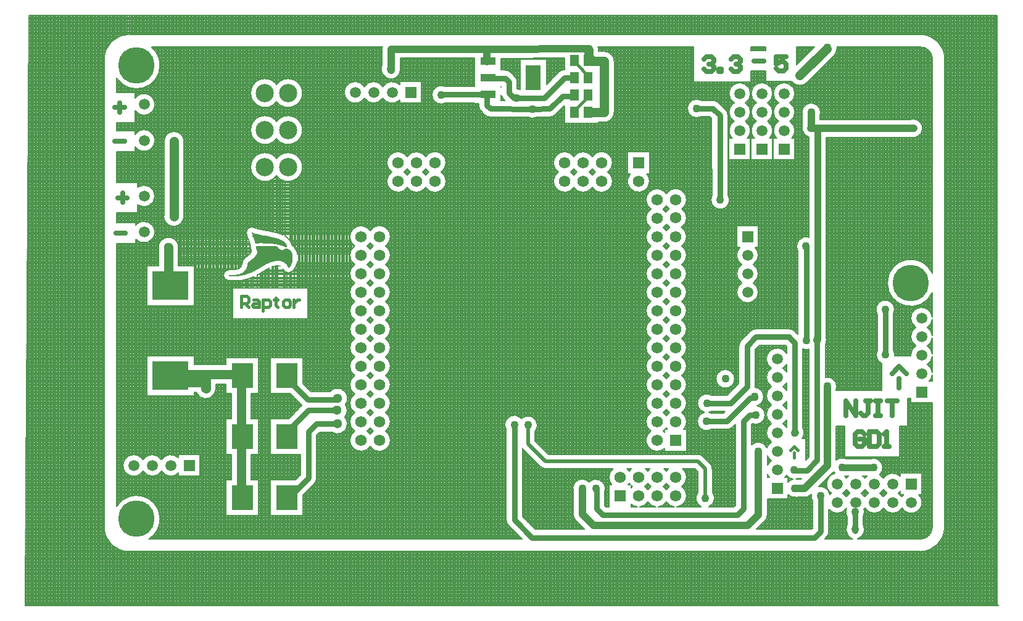
<source format=gtl>
%FSLAX44Y44*%
%MOMM*%
G71*
G01*
G75*
G04 Layer_Physical_Order=1*
G04 Layer_Color=255*
%ADD10C,0.2032*%
%ADD11R,2.1500X1.1000*%
%ADD12R,2.1500X1.1000*%
%ADD13R,2.1500X3.5000*%
%ADD14R,5.0000X4.0000*%
%ADD15R,1.3000X1.5000*%
%ADD16R,3.0000X3.5000*%
%ADD17C,1.0160*%
%ADD18C,1.2700*%
%ADD19C,0.7620*%
%ADD20C,0.8890*%
%ADD21C,0.0254*%
%ADD22C,0.5080*%
%ADD23C,0.3810*%
%ADD24C,0.4000*%
%ADD25C,0.7000*%
%ADD26C,2.5000*%
%ADD27C,1.5000*%
%ADD28R,1.5000X1.5000*%
%ADD29C,5.0000*%
%ADD30C,1.5748*%
%ADD31R,1.5748X1.5748*%
%ADD32R,1.5748X1.5748*%
%ADD33R,1.5000X1.5000*%
%ADD34C,1.1000*%
%ADD35C,1.3000*%
D10*
X1603936Y1186565D02*
G03*
X1571099Y1219701I-33654J-512D01*
G01*
D02*
G03*
X1569899Y1219785I-1197J-8532D01*
G01*
X1586666Y1186302D02*
G03*
X1570033Y1202437I-16384J-249D01*
G01*
X1568490Y1202552D02*
G03*
X1570033Y1202437I1412J8520D01*
G01*
X1573530Y1090422D02*
G03*
X1573010Y1093981I-12446J0D01*
G01*
D02*
G03*
X1556466Y1102868I-12434J-3305D01*
G01*
X1565392Y1078745D02*
G03*
X1573530Y1090422I-4308J11677D01*
G01*
X1558516Y1077976D02*
G03*
X1565392Y1078745I2060J12700D01*
G01*
X1456094Y1201420D02*
G03*
X1456047Y1202517I-12866J0D01*
G01*
X1455846Y1198905D02*
G03*
X1456094Y1201420I-12618J2515D01*
G01*
X1451911Y1190705D02*
G03*
X1455846Y1198905I-9699J9699D01*
G01*
X1393874Y1154796D02*
G03*
X1404620Y1149604I10746J8524D01*
G01*
X1405128D02*
G03*
X1414827Y1153621I0J13716D01*
G01*
X1405128Y1149604D02*
G03*
X1414827Y1153621I0J13716D01*
G01*
X1432995Y1109364D02*
G03*
X1433416Y1112625I-12446J3261D01*
G01*
D02*
G03*
X1408103Y1109364I-12866J0D01*
G01*
X1412329Y1081621D02*
G03*
X1417447Y1078533I8801J8801D01*
G01*
X1412317Y1081633D02*
G03*
X1417447Y1078533I8813J8789D01*
G01*
X1391193Y1125833D02*
G03*
X1398331Y1138533I-7727J12700D01*
G01*
D02*
G03*
X1375738Y1125833I-14866J0D01*
G01*
X1391193Y1100433D02*
G03*
X1398331Y1113133I-7727J12700D01*
G01*
D02*
G03*
X1391193Y1125833I-14866J0D01*
G01*
X1375738D02*
G03*
X1375738Y1100433I7727J-12700D01*
G01*
X1408103Y1093301D02*
G03*
X1411567Y1082383I12264J-2118D01*
G01*
X1398331Y1087733D02*
G03*
X1391193Y1100433I-14866J0D01*
G01*
X1393955Y1077199D02*
G03*
X1398331Y1087733I-10490J10534D01*
G01*
X1375738Y1100433D02*
G03*
X1372976Y1077199I7727J-12700D01*
G01*
X1586685Y832014D02*
G03*
X1564206Y817477I-14752J-1838D01*
G01*
X1586685Y892096D02*
G03*
X1586685Y865076I-29411J-13510D01*
G01*
X1579661Y817477D02*
G03*
X1586685Y828339I-7727J12700D01*
G01*
Y806614D02*
G03*
X1579661Y817477I-14752J-1838D01*
G01*
X1535016Y842115D02*
G03*
X1510974Y835740I-12866J0D01*
G01*
X1533326D02*
G03*
X1535016Y842115I-11176J6374D01*
G01*
X1417447Y941208D02*
G03*
X1402516Y922182I-4010J-12225D01*
G01*
X1441704Y800354D02*
G03*
X1441069Y804279I-12446J0D01*
G01*
X1399510Y810633D02*
G03*
X1390323Y815445I-9187J-6365D01*
G01*
X1399510Y810633D02*
G03*
X1390323Y815445I-9187J-6365D01*
G01*
X1360713Y1125833D02*
G03*
X1367852Y1138533I-7727J12700D01*
G01*
X1360713Y1100433D02*
G03*
X1367852Y1113133I-7727J12700D01*
G01*
D02*
G03*
X1360713Y1125833I-14866J0D01*
G01*
X1367852Y1138533D02*
G03*
X1345258Y1125833I-14866J0D01*
G01*
X1330233D02*
G03*
X1337372Y1138533I-7727J12700D01*
G01*
D02*
G03*
X1314778Y1125833I-14866J0D01*
G01*
X1345258D02*
G03*
X1345258Y1100433I7727J-12700D01*
G01*
X1337372Y1113133D02*
G03*
X1330233Y1125833I-14866J0D01*
G01*
Y1100433D02*
G03*
X1337372Y1113133I-7727J12700D01*
G01*
X1367852Y1087733D02*
G03*
X1360713Y1100433I-14866J0D01*
G01*
X1345258D02*
G03*
X1342496Y1077199I7727J-12700D01*
G01*
X1337372Y1087733D02*
G03*
X1330233Y1100433I-14866J0D01*
G01*
X1293578Y1125861D02*
G03*
X1285676Y1129135I-7903J-7903D01*
G01*
X1293578Y1125861D02*
G03*
X1285676Y1129135I-7903J-7903D01*
G01*
X1314778Y1125833D02*
G03*
X1314778Y1100433I7727J-12700D01*
G01*
D02*
G03*
X1312016Y1077199I7727J-12700D01*
G01*
X1306250Y1108561D02*
G03*
X1302976Y1116463I-11176J0D01*
G01*
X1306250Y1108561D02*
G03*
X1302976Y1116463I-11176J0D01*
G01*
X1129669Y1196445D02*
G03*
X1128776Y1196699I-4195J-13059D01*
G01*
X1150294Y1182729D02*
G03*
X1136578Y1196445I-13716J0D01*
G01*
X1150294Y1182729D02*
G03*
X1136578Y1196445I-13716J0D01*
G01*
X1128423Y1201465D02*
G03*
X1128265Y1202413I-12347J-1569D01*
G01*
X1128776Y1198372D02*
G03*
X1128423Y1201465I-13716J0D01*
G01*
X1128776Y1198372D02*
G03*
X1128423Y1201465I-13716J0D01*
G01*
X1269698Y1129135D02*
G03*
X1269698Y1106783I-6374J-11176D01*
G01*
X1136578Y1098909D02*
G03*
X1150294Y1112625I0J13716D01*
G01*
X1136578Y1098909D02*
G03*
X1150294Y1112625I0J13716D01*
G01*
X1363475Y1077199D02*
G03*
X1367852Y1087733I-10490J10534D01*
G01*
X1332995Y1077199D02*
G03*
X1337372Y1087733I-10490J10534D01*
G01*
X1306576Y1040638D02*
G03*
X1306250Y1043320I-11176J0D01*
G01*
X1283898Y1036171D02*
G03*
X1284224Y1033489I11176J0D01*
G01*
X1308520Y992378D02*
G03*
X1306576Y999178I-12866J0D01*
G01*
X1284224Y998285D02*
G03*
X1308520Y992378I11430J-5907D01*
G01*
X1243235Y980186D02*
G03*
X1249680Y992632I-8795J12446D01*
G01*
Y967740D02*
G03*
X1243235Y980186I-15240J0D01*
G01*
X1242468Y954786D02*
G03*
X1249680Y967740I-8028J12954D01*
G01*
Y941832D02*
G03*
X1242468Y954786I-15240J0D01*
G01*
X1242864Y929132D02*
G03*
X1249680Y941832I-8424J12700D01*
G01*
X1348040Y916537D02*
G03*
X1343663Y927071I-14866J0D01*
G01*
X1322684D02*
G03*
X1325446Y903837I10490J-10534D01*
G01*
X1340901D02*
G03*
X1348040Y916537I-7727J12700D01*
G01*
Y891137D02*
G03*
X1340901Y903837I-14866J0D01*
G01*
X1348040Y865737D02*
G03*
X1340901Y878437I-14866J0D01*
G01*
D02*
G03*
X1348040Y891137I-7727J12700D01*
G01*
X1325446Y903837D02*
G03*
X1325446Y878437I7727J-12700D01*
G01*
X1344857Y815445D02*
G03*
X1336955Y812171I0J-11176D01*
G01*
X1344857Y815445D02*
G03*
X1336955Y812171I0J-11176D01*
G01*
X1325446Y878437D02*
G03*
X1348040Y865737I7727J-12700D01*
G01*
X1249680Y916432D02*
G03*
X1242864Y929132I-15240J0D01*
G01*
Y903732D02*
G03*
X1249680Y916432I-8424J12700D01*
G01*
X1242864Y878332D02*
G03*
X1249680Y891032I-8424J12700D01*
G01*
D02*
G03*
X1242864Y903732I-15240J0D01*
G01*
X1249680Y865632D02*
G03*
X1242864Y878332I-15240J0D01*
G01*
Y852932D02*
G03*
X1249680Y865632I-8424J12700D01*
G01*
X1242864Y827532D02*
G03*
X1249680Y840232I-8424J12700D01*
G01*
D02*
G03*
X1242864Y852932I-15240J0D01*
G01*
Y802132D02*
G03*
X1249680Y814832I-8424J12700D01*
G01*
D02*
G03*
X1242864Y827532I-15240J0D01*
G01*
X1198880Y1018032D02*
G03*
X1194999Y1028192I-15240J0D01*
G01*
X1172281D02*
G03*
X1198880Y1018032I11359J-10160D01*
G01*
X1141264Y1030732D02*
G03*
X1148080Y1043432I-8424J12700D01*
G01*
X1120140Y1035008D02*
G03*
X1124416Y1030732I12700J8424D01*
G01*
X1120140Y1051856D02*
G03*
X1094740Y1051856I-12700J-8424D01*
G01*
X1148080Y1043432D02*
G03*
X1120140Y1051856I-15240J0D01*
G01*
X1115864Y1030732D02*
G03*
X1120140Y1035008I-8424J12700D01*
G01*
X1094740D02*
G03*
X1099016Y1030732I12700J8424D01*
G01*
X1090464D02*
G03*
X1094740Y1035008I-8424J12700D01*
G01*
X1120140Y1009608D02*
G03*
X1148080Y1018032I12700J8424D01*
G01*
D02*
G03*
X1141264Y1030732I-15240J0D01*
G01*
X1124416D02*
G03*
X1120140Y1026456I8424J-12700D01*
G01*
X1099016Y1030732D02*
G03*
X1094740Y1026456I8424J-12700D01*
G01*
X1120140D02*
G03*
X1115864Y1030732I-12700J-8424D01*
G01*
X1094740Y1009608D02*
G03*
X1120140Y1009608I12700J8424D01*
G01*
X1094740Y1026456D02*
G03*
X1090464Y1030732I-12700J-8424D01*
G01*
X1221740Y984208D02*
G03*
X1225645Y980186I12700J8424D01*
G01*
X1249680Y992632D02*
G03*
X1221740Y1001056I-15240J0D01*
G01*
X1221857Y959142D02*
G03*
X1226412Y954786I12583J8598D01*
G01*
D02*
G03*
X1221740Y950256I8028J-12954D01*
G01*
X1225645Y980186D02*
G03*
X1221369Y975576I8795J-12446D01*
G01*
X1226016Y929132D02*
G03*
X1221740Y924856I8424J-12700D01*
G01*
Y933408D02*
G03*
X1226016Y929132I12700J8424D01*
G01*
Y903732D02*
G03*
X1221740Y899456I8424J-12700D01*
G01*
Y908008D02*
G03*
X1226016Y903732I12700J8424D01*
G01*
Y878332D02*
G03*
X1221740Y874056I8424J-12700D01*
G01*
Y882608D02*
G03*
X1226016Y878332I12700J8424D01*
G01*
Y852932D02*
G03*
X1221740Y848656I8424J-12700D01*
G01*
Y857208D02*
G03*
X1226016Y852932I12700J8424D01*
G01*
Y827532D02*
G03*
X1221740Y823256I8424J-12700D01*
G01*
Y831808D02*
G03*
X1226016Y827532I12700J8424D01*
G01*
Y802132D02*
G03*
X1221740Y797856I8424J-12700D01*
G01*
Y806408D02*
G03*
X1226016Y802132I12700J8424D01*
G01*
X1217141Y979724D02*
G03*
X1221740Y984208I-8101J12909D01*
G01*
X1217524Y954492D02*
G03*
X1221857Y959142I-8738J12486D01*
G01*
X1221369Y975576D02*
G03*
X1217141Y979724I-12583J-8598D01*
G01*
X1221740Y950256D02*
G03*
X1217524Y954492I-12700J-8424D01*
G01*
X1217464Y929132D02*
G03*
X1221740Y933408I-8424J12700D01*
G01*
X1217464Y903732D02*
G03*
X1221740Y908008I-8424J12700D01*
G01*
Y924856D02*
G03*
X1217464Y929132I-12700J-8424D01*
G01*
X1221740Y1001056D02*
G03*
X1200685Y979886I-12700J-8424D01*
G01*
X1200302Y954318D02*
G03*
X1200616Y929132I8738J-12486D01*
G01*
X1200685Y979886D02*
G03*
X1200302Y954318I8101J-12909D01*
G01*
X1200616Y929132D02*
G03*
X1200616Y903732I8424J-12700D01*
G01*
D02*
G03*
X1200616Y878332I8424J-12700D01*
G01*
X1217464D02*
G03*
X1221740Y882608I-8424J12700D01*
G01*
Y899456D02*
G03*
X1217464Y903732I-12700J-8424D01*
G01*
Y852932D02*
G03*
X1221740Y857208I-8424J12700D01*
G01*
Y874056D02*
G03*
X1217464Y878332I-12700J-8424D01*
G01*
Y827532D02*
G03*
X1221740Y831808I-8424J12700D01*
G01*
Y848656D02*
G03*
X1217464Y852932I-12700J-8424D01*
G01*
X1221740Y797856D02*
G03*
X1217464Y802132I-12700J-8424D01*
G01*
X1221740Y823256D02*
G03*
X1217464Y827532I-12700J-8424D01*
G01*
X1200616Y878332D02*
G03*
X1200616Y852932I8424J-12700D01*
G01*
D02*
G03*
X1200616Y827532I8424J-12700D01*
G01*
D02*
G03*
X1200616Y802132I8424J-12700D01*
G01*
X1217464D02*
G03*
X1221740Y806408I-8424J12700D01*
G01*
X1586685Y781214D02*
G03*
X1579661Y792077I-14752J-1838D01*
G01*
D02*
G03*
X1586685Y802939I-7727J12700D01*
G01*
X1579661Y766677D02*
G03*
X1586685Y777539I-7727J12700D01*
G01*
X1564206Y792077D02*
G03*
X1557099Y778416I7727J-12700D01*
G01*
X1564206Y817477D02*
G03*
X1564206Y792077I7727J-12700D01*
G01*
X1535466Y778416D02*
G03*
X1535524Y779631I-12809J1214D01*
G01*
D02*
G03*
X1533326Y786823I-12866J0D01*
G01*
X1586685Y755814D02*
G03*
X1579661Y766677I-14752J-1838D01*
G01*
X1582423Y743443D02*
G03*
X1586685Y752139I-10490J10534D01*
G01*
X1510974Y785017D02*
G03*
X1517072Y768040I11684J-5387D01*
G01*
X1440949Y796086D02*
G03*
X1441704Y800354I-11691J4268D01*
G01*
X1439854Y793576D02*
G03*
X1440949Y796086I-11176J6374D01*
G01*
X1408866Y787770D02*
G03*
X1417502Y787408I4826J11927D01*
G01*
X1386514Y782024D02*
G03*
X1366086Y761597I-12700J-7727D01*
G01*
X1381541D02*
G03*
X1386514Y766570I-7727J12700D01*
G01*
X1454839Y732341D02*
G03*
X1455513Y736451I-12192J4110D01*
G01*
D02*
G03*
X1439854Y749010I-12866J0D01*
G01*
X1386514Y756624D02*
G03*
X1381541Y761597I-12700J-7727D01*
G01*
X1518759Y624945D02*
G03*
X1502182Y637264I-12866J0D01*
G01*
X1467816D02*
G03*
X1454839Y635628I-5102J-11811D01*
G01*
X1386514Y680424D02*
G03*
X1381541Y685397I-12700J-7727D01*
G01*
X1411151Y673459D02*
G03*
X1408866Y680231I-11176J0D01*
G01*
X1409527Y667656D02*
G03*
X1411151Y673459I-9551J5803D01*
G01*
X1408125Y665171D02*
G03*
X1409527Y667656I-10436J7526D01*
G01*
X1542916Y612978D02*
G03*
X1519682Y610215I-10534J-10490D01*
G01*
X1540109Y589788D02*
G03*
X1542916Y591998I-7727J12700D01*
G01*
X1519682Y594761D02*
G03*
X1524655Y589788I12700J7727D01*
G01*
X1514454Y615340D02*
G03*
X1518759Y624945I-8561J9605D01*
G01*
X1519682Y610215D02*
G03*
X1514454Y615340I-12700J-7727D01*
G01*
X1514709Y589788D02*
G03*
X1519682Y594761I-7727J12700D01*
G01*
X1494282D02*
G03*
X1499255Y589788I12700J7727D01*
G01*
X1497154Y613642D02*
G03*
X1494282Y610215I9828J-11154D01*
G01*
X1547292Y587622D02*
G03*
X1545082Y584815I10490J-10534D01*
G01*
X1572648Y577088D02*
G03*
X1568272Y587622I-14866J0D01*
G01*
X1545082Y569361D02*
G03*
X1572648Y577088I12700J7727D01*
G01*
X1545082Y584815D02*
G03*
X1540109Y589788I-12700J-7727D01*
G01*
X1519682Y569361D02*
G03*
X1545082Y569361I12700J7727D01*
G01*
X1524655Y589788D02*
G03*
X1519682Y584815I7727J-12700D01*
G01*
D02*
G03*
X1514709Y589788I-12700J-7727D01*
G01*
X1499255D02*
G03*
X1494282Y584815I7727J-12700D01*
G01*
X1493077Y567661D02*
G03*
X1494282Y569361I-11495J9427D01*
G01*
D02*
G03*
X1519682Y569361I12700J7727D01*
G01*
X1493613Y563985D02*
G03*
X1493077Y567661I-12866J0D01*
G01*
X1603729Y541874D02*
G03*
X1603917Y543665I-8428J1790D01*
G01*
X1586685Y545519D02*
G03*
X1586485Y543533I8435J-1855D01*
G01*
X1570350Y526900D02*
G03*
X1586487Y543284I-249J16384D01*
G01*
X1570614Y509630D02*
G03*
X1603729Y541874I-512J33654D01*
G01*
X1471754Y613642D02*
G03*
X1468882Y610215I9828J-11154D01*
G01*
X1494282D02*
G03*
X1491410Y613642I-12700J-7727D01*
G01*
X1468882Y610215D02*
G03*
X1466526Y613165I-12700J-7727D01*
G01*
X1489309Y589788D02*
G03*
X1494282Y594761I-7727J12700D01*
G01*
X1468882D02*
G03*
X1473855Y589788I12700J7727D01*
G01*
X1451461Y619214D02*
G03*
X1453004Y617010I11252J6239D01*
G01*
X1466526Y613165D02*
G03*
X1467816Y613642I-3813J12288D01*
G01*
X1463909Y589788D02*
G03*
X1468882Y594761I-7727J12700D01*
G01*
X1453004Y617010D02*
G03*
X1448455Y589788I3178J-14523D01*
G01*
X1445986Y587906D02*
G03*
X1431008Y598752I-12736J-1823D01*
G01*
X1494282Y584815D02*
G03*
X1489309Y589788I-12700J-7727D01*
G01*
X1473855D02*
G03*
X1468882Y584815I7727J-12700D01*
G01*
X1491924Y557610D02*
G03*
X1493613Y563985I-11176J6374D01*
G01*
X1468984Y569196D02*
G03*
X1469572Y557610I11763J-5211D01*
G01*
X1468882Y584815D02*
G03*
X1463909Y589788I-12700J-7727D01*
G01*
X1448455D02*
G03*
X1445986Y587906I7727J-12700D01*
G01*
X1444680Y567671D02*
G03*
X1468882Y569361I11502J9417D01*
G01*
X1399684Y609277D02*
G03*
X1401979Y609959I-2503J12620D01*
G01*
X1384303Y611363D02*
G03*
X1386684Y614457I-10490J10534D01*
G01*
D02*
G03*
X1395694Y609117I10497J7439D01*
G01*
X1401458Y608943D02*
G03*
X1399684Y609277I-3261J-12446D01*
G01*
X1395694Y609117D02*
G03*
X1388680Y605154I2503J-12620D01*
G01*
X1411151Y584051D02*
G03*
X1419952Y587696I0J12446D01*
G01*
X1420580Y588324D02*
G03*
X1422328Y579282I12669J-2241D01*
G01*
X1411151Y584051D02*
G03*
X1419964Y587708I0J12446D01*
G01*
X1388680Y587840D02*
G03*
X1401458Y584051I9518J8657D01*
G01*
X1493867Y540109D02*
G03*
X1491924Y546909I-12866J0D01*
G01*
X1488996Y530028D02*
G03*
X1493867Y540109I-7995J10080D01*
G01*
X1471169Y531811D02*
G03*
X1477481Y526881I9579J5758D01*
G01*
X1469572Y546015D02*
G03*
X1471169Y531811I11430J-5907D01*
G01*
X1484014Y526881D02*
G03*
X1488996Y530028I-3266J10688D01*
G01*
X1441406Y529158D02*
G03*
X1444680Y537061I-7903J7903D01*
G01*
X1441406Y529158D02*
G03*
X1444680Y537061I-7903J7903D01*
G01*
X1381541Y736197D02*
G03*
X1386514Y741170I-7727J12700D01*
G01*
X1366086Y761597D02*
G03*
X1366086Y736197I7727J-12700D01*
G01*
X1386514Y731224D02*
G03*
X1381541Y736197I-12700J-7727D01*
G01*
X1324509Y799725D02*
G03*
X1321236Y791823I7903J-7903D01*
G01*
X1324509Y799725D02*
G03*
X1321236Y791823I7903J-7903D01*
G01*
X1343552Y735055D02*
G03*
X1343587Y735943I-11141J887D01*
G01*
X1343552Y735055D02*
G03*
X1343587Y735943I-11141J887D01*
G01*
X1315560Y746865D02*
G03*
X1315560Y746865I-12866J0D01*
G01*
X1381541Y710797D02*
G03*
X1386514Y715770I-7727J12700D01*
G01*
X1366086Y736197D02*
G03*
X1366086Y710797I7727J-12700D01*
G01*
X1386514Y705824D02*
G03*
X1381541Y710797I-12700J-7727D01*
G01*
X1366086D02*
G03*
X1366086Y685397I7727J-12700D01*
G01*
X1355437Y722227D02*
G03*
X1343552Y735055I-12866J0D01*
G01*
X1354582Y717614D02*
G03*
X1355437Y722227I-12011J4613D01*
G01*
X1346293Y709799D02*
G03*
X1354582Y717614I-2452J10904D01*
G01*
X1357216Y697081D02*
G03*
X1346293Y709799I-12866J0D01*
G01*
X1381541Y685397D02*
G03*
X1386514Y690369I-7727J12700D01*
G01*
X1366086Y685397D02*
G03*
X1366086Y659997I7727J-12700D01*
G01*
X1339755Y685063D02*
G03*
X1357216Y697081I4595J12018D01*
G01*
X1280424Y700857D02*
G03*
X1283668Y702161I-3131J12479D01*
G01*
X1283414Y699621D02*
G03*
X1280424Y700857I-6374J-11176D01*
G01*
X1304725Y677269D02*
G03*
X1312628Y680542I0J11176D01*
G01*
X1304725Y677269D02*
G03*
X1312628Y680542I0J11176D01*
G01*
X1242864Y776732D02*
G03*
X1249680Y789432I-8424J12700D01*
G01*
D02*
G03*
X1242864Y802132I-15240J0D01*
G01*
Y751332D02*
G03*
X1249680Y764032I-8424J12700D01*
G01*
D02*
G03*
X1242864Y776732I-15240J0D01*
G01*
X1283668Y724513D02*
G03*
X1273908Y700924I-6374J-11176D01*
G01*
X1249680Y738632D02*
G03*
X1242864Y751332I-15240J0D01*
G01*
X1249680Y713232D02*
G03*
X1242864Y725932I-15240J0D01*
G01*
D02*
G03*
X1249680Y738632I-8424J12700D01*
G01*
X1221740Y781008D02*
G03*
X1226016Y776732I12700J8424D01*
G01*
D02*
G03*
X1221740Y772456I8424J-12700D01*
G01*
Y755608D02*
G03*
X1226016Y751332I12700J8424D01*
G01*
X1217464Y776732D02*
G03*
X1221740Y781008I-8424J12700D01*
G01*
X1200616Y802132D02*
G03*
X1200616Y776732I8424J-12700D01*
G01*
X1221740Y772456D02*
G03*
X1217464Y776732I-12700J-8424D01*
G01*
X1200616D02*
G03*
X1200616Y751332I8424J-12700D01*
G01*
X1217464D02*
G03*
X1221740Y755608I-8424J12700D01*
G01*
X1226016Y751332D02*
G03*
X1221740Y747056I8424J-12700D01*
G01*
Y730208D02*
G03*
X1226016Y725932I12700J8424D01*
G01*
X1242864Y700532D02*
G03*
X1249680Y713232I-8424J12700D01*
G01*
X1226016Y725932D02*
G03*
X1221740Y721656I8424J-12700D01*
G01*
Y704808D02*
G03*
X1226016Y700532I12700J8424D01*
G01*
X1221740Y747056D02*
G03*
X1217464Y751332I-12700J-8424D01*
G01*
X1200616D02*
G03*
X1200616Y725932I8424J-12700D01*
G01*
X1217464D02*
G03*
X1221740Y730208I-8424J12700D01*
G01*
X1217464Y700532D02*
G03*
X1221740Y704808I-8424J12700D01*
G01*
Y721656D02*
G03*
X1217464Y725932I-12700J-8424D01*
G01*
X1200616D02*
G03*
X1200616Y700532I8424J-12700D01*
G01*
X1273908Y700924D02*
G03*
X1283414Y677269I3131J-12479D01*
G01*
X1249680Y687832D02*
G03*
X1242864Y700532I-15240J0D01*
G01*
X1245799Y677672D02*
G03*
X1249680Y687832I-11359J10160D01*
G01*
X1226016Y700532D02*
G03*
X1221740Y696256I8424J-12700D01*
G01*
D02*
G03*
X1217464Y700532I-12700J-8424D01*
G01*
X1221740Y679408D02*
G03*
X1223081Y677672I12700J8424D01*
G01*
X1220399D02*
G03*
X1221740Y679408I-11359J10160D01*
G01*
X1219200Y676473D02*
G03*
X1220399Y677672I-10160J11359D01*
G01*
X1219200Y673791D02*
G03*
X1217464Y675132I-10160J-11359D01*
G01*
X1200616D02*
G03*
X1219200Y651073I8424J-12700D01*
G01*
X1200616Y700532D02*
G03*
X1200616Y675132I8424J-12700D01*
G01*
X1217464D02*
G03*
X1219200Y676473I-8424J12700D01*
G01*
X1366086Y659997D02*
G03*
X1359741Y652088I7727J-12700D01*
G01*
X1360352Y640990D02*
G03*
X1366086Y634597I13462J6307D01*
G01*
D02*
G03*
X1360352Y628203I7727J-12700D01*
G01*
X1359741Y652088D02*
G03*
X1338761Y656094I-11835J-5046D01*
G01*
X1360352Y615590D02*
G03*
X1363324Y611363I13462J6307D01*
G01*
X1272106Y640331D02*
G03*
X1265101Y643233I-7005J-7005D01*
G01*
X1284913Y623421D02*
G03*
X1282012Y630425I-9906J0D01*
G01*
X1284913Y623421D02*
G03*
X1282012Y630425I-9906J0D01*
G01*
X1272106Y640331D02*
G03*
X1265101Y643233I-7005J-7005D01*
G01*
X1249680Y611632D02*
G03*
X1244098Y623421I-15240J0D01*
G01*
X1242864Y598932D02*
G03*
X1249680Y611632I-8424J12700D01*
G01*
X1287874Y582781D02*
G03*
X1284913Y590991I-12866J0D01*
G01*
X1249680Y586232D02*
G03*
X1242864Y598932I-15240J0D01*
G01*
X1356694Y551108D02*
G03*
X1360352Y559921I-8789J8813D01*
G01*
X1356706Y551120D02*
G03*
X1360352Y559921I-8801J8801D01*
G01*
X1280394Y571097D02*
G03*
X1287874Y582781I-5387J11684D01*
G01*
X1265101Y590991D02*
G03*
X1269621Y571097I9906J-8210D01*
G01*
X1236223D02*
G03*
X1249680Y586232I-1783J15135D01*
G01*
X1224782Y623421D02*
G03*
X1221740Y620056I9658J-11789D01*
G01*
D02*
G03*
X1218698Y623421I-12700J-8424D01*
G01*
X1199382D02*
G03*
X1196340Y620056I9658J-11789D01*
G01*
D02*
G03*
X1193298Y623421I-12700J-8424D01*
G01*
X1221740Y603208D02*
G03*
X1226016Y598932I12700J8424D01*
G01*
X1217464D02*
G03*
X1221740Y603208I-8424J12700D01*
G01*
X1226016Y598932D02*
G03*
X1221740Y594656I8424J-12700D01*
G01*
D02*
G03*
X1217464Y598932I-12700J-8424D01*
G01*
X1196340Y603208D02*
G03*
X1200616Y598932I12700J8424D01*
G01*
X1192064D02*
G03*
X1196340Y603208I-8424J12700D01*
G01*
X1173480Y600273D02*
G03*
X1175216Y598932I10160J11359D01*
G01*
X1200616D02*
G03*
X1196340Y594656I8424J-12700D01*
G01*
D02*
G03*
X1192064Y598932I-12700J-8424D01*
G01*
X1175216D02*
G03*
X1173480Y597591I8424J-12700D01*
G01*
X1173982Y623421D02*
G03*
X1170940Y620056I9658J-11789D01*
G01*
D02*
G03*
X1167898Y623421I-12700J-8424D01*
G01*
X1148582D02*
G03*
X1146881Y601472I9658J-11789D01*
G01*
X1138014Y596243D02*
G03*
X1115750Y605030I-12866J0D01*
G01*
X1170940Y603208D02*
G03*
X1172281Y601472I12700J8424D01*
G01*
X1169599D02*
G03*
X1170940Y603208I-11359J10160D01*
G01*
X1172281Y601472D02*
G03*
X1173480Y600273I11359J10160D01*
G01*
X1115750Y605030D02*
G03*
X1093905Y592982I-9398J-8787D01*
G01*
X1137339Y592133D02*
G03*
X1138014Y596243I-12192J4110D01*
G01*
X1221740Y577808D02*
G03*
X1232657Y571097I12700J8424D01*
G01*
X1210823D02*
G03*
X1221740Y577808I-1783J15135D01*
G01*
X1196340D02*
G03*
X1207257Y571097I12700J8424D01*
G01*
X1185423D02*
G03*
X1196340Y577808I-1783J15135D01*
G01*
X1173480Y574873D02*
G03*
X1181857Y571097I10160J11359D01*
G01*
X1093905Y560937D02*
G03*
X1097563Y552124I12446J0D01*
G01*
X1093905Y560937D02*
G03*
X1097551Y552136I12446J0D01*
G01*
X1081817Y1171214D02*
G03*
X1073980Y1167940I65J-11176D01*
G01*
X1081817Y1171214D02*
G03*
X1073980Y1167940I65J-11176D01*
G01*
X1020938Y1144033D02*
G03*
X1017197Y1144986I-5010J-11850D01*
G01*
X1008336Y1167517D02*
G03*
X1000434Y1170791I-7903J-7903D01*
G01*
X1008336Y1167517D02*
G03*
X1000434Y1170791I-7903J-7903D01*
G01*
X1017197Y1154027D02*
G03*
X1013924Y1161929I-11176J0D01*
G01*
X1017197Y1154027D02*
G03*
X1013924Y1161929I-11176J0D01*
G01*
X995169Y1136116D02*
G03*
X998119Y1130884I10852J2671D01*
G01*
X995169Y1136116D02*
G03*
X998119Y1130884I10852J2671D01*
G01*
X918710Y1148185D02*
G03*
X919604Y1125833I-5907J-11430D01*
G01*
X831946Y1202319D02*
G03*
X831850Y1196886I12096J-2931D01*
G01*
Y1178360D02*
G03*
X835013Y1162396I11358J-6045D01*
G01*
D02*
G03*
X856742Y1170686I9283J8290D01*
G01*
X856027Y1150546D02*
G03*
X832794Y1147784I-10534J-10490D01*
G01*
Y1132329D02*
G03*
X856027Y1129567I12700J7727D01*
G01*
X832794Y1147784D02*
G03*
X807393Y1147784I-12700J-7727D01*
G01*
Y1132329D02*
G03*
X832794Y1132329I12700J7727D01*
G01*
X807393Y1147784D02*
G03*
X807393Y1132329I-12700J-7727D01*
G01*
X722684Y1139190D02*
G03*
X686943Y1151133I-19866J0D01*
G01*
Y1127247D02*
G03*
X722684Y1139190I15875J11943D01*
G01*
X1061697Y1106275D02*
G03*
X1069550Y1109548I-49J11176D01*
G01*
X1061697Y1106275D02*
G03*
X1069550Y1109548I-49J11176D01*
G01*
X964365Y1122023D02*
G03*
X967639Y1114120I11176J0D01*
G01*
X964365Y1122023D02*
G03*
X967639Y1114120I11176J0D01*
G01*
X972211Y1109548D02*
G03*
X980106Y1106275I7903J7903D01*
G01*
X972211Y1109548D02*
G03*
X980093Y1106275I7903J7903D01*
G01*
X1031450Y1106182D02*
G03*
X1044267Y1106198I6395J11164D01*
G01*
X1094740Y1051856D02*
G03*
X1073616Y1030732I-12700J-8424D01*
G01*
X919480Y1043432D02*
G03*
X891540Y1051856I-15240J0D01*
G01*
X912664Y1030732D02*
G03*
X919480Y1043432I-8424J12700D01*
G01*
X891540Y1035008D02*
G03*
X895816Y1030732I12700J8424D01*
G01*
X887264D02*
G03*
X891540Y1035008I-8424J12700D01*
G01*
Y1051856D02*
G03*
X866140Y1051856I-12700J-8424D01*
G01*
Y1035008D02*
G03*
X870416Y1030732I12700J8424D01*
G01*
X861864D02*
G03*
X866140Y1035008I-8424J12700D01*
G01*
Y1051856D02*
G03*
X845016Y1030732I-12700J-8424D01*
G01*
X1073616D02*
G03*
X1094740Y1009608I8424J-12700D01*
G01*
X895816Y1030732D02*
G03*
X891540Y1026456I8424J-12700D01*
G01*
X870416Y1030732D02*
G03*
X866140Y1026456I8424J-12700D01*
G01*
X891540D02*
G03*
X887264Y1030732I-12700J-8424D01*
G01*
X919480Y1018032D02*
G03*
X912664Y1030732I-15240J0D01*
G01*
X891540Y1009608D02*
G03*
X919480Y1018032I12700J8424D01*
G01*
X866140Y1026456D02*
G03*
X861864Y1030732I-12700J-8424D01*
G01*
X845016D02*
G03*
X866140Y1009608I8424J-12700D01*
G01*
D02*
G03*
X891540Y1009608I12700J8424D01*
G01*
X843280Y916432D02*
G03*
X836464Y929132I-15240J0D01*
G01*
D02*
G03*
X843280Y941832I-8424J12700D01*
G01*
Y891032D02*
G03*
X836464Y903732I-15240J0D01*
G01*
D02*
G03*
X843280Y916432I-8424J12700D01*
G01*
X836464Y878332D02*
G03*
X843280Y891032I-8424J12700D01*
G01*
X836464Y852932D02*
G03*
X843280Y865632I-8424J12700D01*
G01*
D02*
G03*
X836464Y878332I-15240J0D01*
G01*
X722684Y1088390D02*
G03*
X686943Y1100333I-19866J0D01*
G01*
Y1076447D02*
G03*
X722684Y1088390I15875J11943D01*
G01*
X686943Y1025647D02*
G03*
X722684Y1037590I15875J11943D01*
G01*
D02*
G03*
X686943Y1049533I-19866J0D01*
G01*
X815340Y933408D02*
G03*
X819616Y929132I12700J8424D01*
G01*
X843280Y941832D02*
G03*
X815340Y950256I-15240J0D01*
G01*
Y908008D02*
G03*
X819616Y903732I12700J8424D01*
G01*
Y929132D02*
G03*
X815340Y924856I8424J-12700D01*
G01*
X819616Y903732D02*
G03*
X815340Y899456I8424J-12700D01*
G01*
X811064Y929132D02*
G03*
X815340Y933408I-8424J12700D01*
G01*
Y950256D02*
G03*
X794216Y929132I-12700J-8424D01*
G01*
X815340Y924856D02*
G03*
X811064Y929132I-12700J-8424D01*
G01*
Y903732D02*
G03*
X815340Y908008I-8424J12700D01*
G01*
Y899456D02*
G03*
X811064Y903732I-12700J-8424D01*
G01*
X794216Y929132D02*
G03*
X794216Y903732I8424J-12700D01*
G01*
D02*
G03*
X794216Y878332I8424J-12700D01*
G01*
X815340Y882608D02*
G03*
X819616Y878332I12700J8424D01*
G01*
D02*
G03*
X815340Y874056I8424J-12700D01*
G01*
Y857208D02*
G03*
X819616Y852932I12700J8424D01*
G01*
D02*
G03*
X815340Y848656I8424J-12700D01*
G01*
X811064Y878332D02*
G03*
X815340Y882608I-8424J12700D01*
G01*
Y874056D02*
G03*
X811064Y878332I-12700J-8424D01*
G01*
Y852932D02*
G03*
X815340Y857208I-8424J12700D01*
G01*
X794216Y878332D02*
G03*
X794216Y852932I8424J-12700D01*
G01*
X815340Y848656D02*
G03*
X811064Y852932I-12700J-8424D01*
G01*
X715645Y918210D02*
G03*
X714722Y921813I-7493J0D01*
G01*
Y904193D02*
G03*
X715645Y907796I-6570J3603D01*
G01*
X708012Y930331D02*
G03*
X707102Y933497I-7480J-437D01*
G01*
X713452Y924099D02*
G03*
X712220Y925992I-6824J-3095D01*
G01*
X714468Y922321D02*
G03*
X713657Y923697I-6824J-3095D01*
G01*
X711835Y926550D02*
G03*
X710528Y928206I-6477J-3768D01*
G01*
X710008Y928702D02*
G03*
X708012Y930331I-5666J-4904D01*
G01*
X713452Y901399D02*
G03*
X714064Y902866I-6570J3603D01*
G01*
X712133Y899007D02*
G03*
X712944Y900383I-6013J4471D01*
G01*
X710696Y896712D02*
G03*
X711928Y898605I-5592J4988D01*
G01*
X709512Y895260D02*
G03*
X710696Y896712I-5170J5424D01*
G01*
X703580Y892429D02*
G03*
X709004Y894752I0J7493D01*
G01*
X686943Y1151133D02*
G03*
X686943Y1127247I-15875J-11943D01*
G01*
Y1100333D02*
G03*
X686943Y1076447I-15875J-11943D01*
G01*
X559997Y1072747D02*
G03*
X532565Y1072747I-13716J0D01*
G01*
X527158Y1177290D02*
G03*
X515434Y1202219I-32366J0D01*
G01*
X467521Y1159858D02*
G03*
X527158Y1177290I27271J17432D01*
G01*
X483412Y1219460D02*
G03*
X450271Y1185294I512J-33654D01*
G01*
X520000Y1123547D02*
G03*
X493023Y1132168I-14866J0D01*
G01*
Y1114925D02*
G03*
X520000Y1123547I12110J8622D01*
G01*
X493023Y1065395D02*
G03*
X520000Y1074017I12110J8622D01*
G01*
D02*
G03*
X493023Y1082638I-14866J0D01*
G01*
X686943Y1049533D02*
G03*
X686943Y1025647I-15875J-11943D01*
G01*
X687105Y947432D02*
G03*
X686089Y947686I-2321J-7125D01*
G01*
D02*
G03*
X685073Y947941I-2321J-7125D01*
G01*
X689563Y946771D02*
G03*
X688121Y947178I-2747J-6971D01*
G01*
D02*
G03*
X687105Y947432I-2321J-7125D01*
G01*
X681435Y948803D02*
G03*
X679517Y949279I-2747J-6971D01*
G01*
X679403Y949311D02*
G03*
X676656Y949833I-2747J-6971D01*
G01*
X684737Y948041D02*
G03*
X682819Y948517I-2747J-6971D01*
G01*
D02*
G03*
X681549Y948771I-2099J-7193D01*
G01*
X704854Y937168D02*
G03*
X703538Y938742I-6354J-3972D01*
G01*
X702654Y939636D02*
G03*
X701248Y940790I-5424J-5170D01*
G01*
X706594Y934513D02*
G03*
X705739Y935948I-6824J-3095D01*
G01*
D02*
G03*
X704854Y937168I-6477J-3768D01*
G01*
X692220Y945852D02*
G03*
X690696Y946359I-3118J-6813D01*
G01*
D02*
G03*
X689563Y946771I-3118J-6813D01*
G01*
X700876Y941160D02*
G03*
X698547Y942814I-5424J-5170D01*
G01*
X695097Y944543D02*
G03*
X692220Y945852I-4471J-6013D01*
G01*
X664785Y952073D02*
G03*
X663515Y952327I-2099J-7193D01*
G01*
D02*
G03*
X662721Y952513I-2099J-7193D01*
G01*
X667213Y951597D02*
G03*
X666055Y951819I-1987J-7225D01*
G01*
D02*
G03*
X664785Y952073I-2099J-7193D01*
G01*
X660689Y953020D02*
G03*
X659673Y953275I-2321J-7125D01*
G01*
X658946Y953472D02*
G03*
X657848Y953874I-3118J-6813D01*
G01*
X662721Y952513D02*
G03*
X661705Y952766I-2321J-7125D01*
G01*
D02*
G03*
X660689Y953020I-2321J-7125D01*
G01*
X674183Y950295D02*
G03*
X672913Y950549I-2099J-7193D01*
G01*
D02*
G03*
X671643Y950803I-2099J-7193D01*
G01*
X676558Y949833D02*
G03*
X675453Y950041I-1934J-7239D01*
G01*
D02*
G03*
X674183Y950295I-2099J-7193D01*
G01*
X671643Y950803D02*
G03*
X669544Y951103I-2099J-7193D01*
G01*
X669462D02*
G03*
X667213Y951597I-2712J-6985D01*
G01*
X555980Y960686D02*
G03*
X559997Y970385I-9699J9699D01*
G01*
X532565Y973575D02*
G03*
X555472Y960178I13208J-3698D01*
G01*
X555980Y960686D02*
G03*
X559997Y970385I-9699J9699D01*
G01*
X657848Y953874D02*
G03*
X653288Y955421I-4560J-5946D01*
G01*
X652780D02*
G03*
X645288Y947801I0J-7493D01*
G01*
X646304Y942975D02*
G03*
X647827Y938318I7492J-127D01*
G01*
X645288Y947547D02*
G03*
X646303Y943652I7492J-127D01*
G01*
X649353Y935573D02*
G03*
X649619Y933749I7491J163D01*
G01*
X647827Y938318D02*
G03*
X648907Y936888I6477J3768D01*
G01*
X651651Y924861D02*
G03*
X651905Y924099I7225J1985D01*
G01*
D02*
G03*
X652159Y923337I7225J1985D01*
G01*
X651130Y927735D02*
G03*
X651651Y924861I7492J-127D01*
G01*
X649619Y933749D02*
G03*
X651148Y929658I7479J463D01*
G01*
X552378Y925424D02*
G03*
X552528Y927459I-13716J2034D01*
G01*
D02*
G03*
X524945Y925424I-13866J0D01*
G01*
X691099Y901687D02*
G03*
X692115Y901433I2321J7125D01*
G01*
X683723Y901333D02*
G03*
X685581Y901687I-463J7479D01*
G01*
X682025Y900926D02*
G03*
X683041Y901180I-1305J7379D01*
G01*
X680927Y900571D02*
G03*
X681689Y900825I-1985J7225D01*
G01*
X680165Y900317D02*
G03*
X680927Y900571I-1985J7225D01*
G01*
X675396Y898123D02*
G03*
X676703Y898686I-2296J7132D01*
G01*
X674163Y897416D02*
G03*
X675396Y898123I-3095J6824D01*
G01*
X695636Y897786D02*
G03*
X702818Y892429I7182J2136D01*
G01*
X652260Y923001D02*
G03*
X652514Y921985I7379J1305D01*
G01*
X652355Y920649D02*
G03*
X651891Y919946I6013J-4471D01*
G01*
X650794Y918692D02*
G03*
X649824Y917960I4018J-6324D01*
G01*
D02*
G03*
X648372Y916776I3972J-6354D01*
G01*
X672042Y896239D02*
G03*
X672745Y896703I-3768J6477D01*
G01*
X648000Y916406D02*
G03*
X646594Y915252I4018J-6324D01*
G01*
X670713Y895433D02*
G03*
X672042Y896239I-3201J6775D01*
G01*
X646281Y914941D02*
G03*
X644753Y914063I2943J-6891D01*
G01*
D02*
G03*
X642530Y912458I3201J-6775D01*
G01*
X669443Y894671D02*
G03*
X670713Y895433I-3201J6775D01*
G01*
X668173Y893909D02*
G03*
X669443Y894671I-3201J6775D01*
G01*
X666903Y893147D02*
G03*
X668173Y893909I-3201J6775D01*
G01*
X665633Y892385D02*
G03*
X666903Y893147I-3201J6775D01*
G01*
X664363Y891623D02*
G03*
X665633Y892385I-3201J6775D01*
G01*
X662987Y890812D02*
G03*
X664363Y891623I-3095J6824D01*
G01*
X660193Y889288D02*
G03*
X661569Y890099I-3095J6824D01*
G01*
X654154Y886390D02*
G03*
X655621Y887002I-2136J7182D01*
G01*
X652884Y885882D02*
G03*
X654154Y886390I-2136J7182D01*
G01*
X651463Y885331D02*
G03*
X652884Y885882I-1985J7225D01*
G01*
X650701Y885077D02*
G03*
X651463Y885331I-1985J7225D01*
G01*
X647989Y884162D02*
G03*
X650090Y884866I-1305J7379D01*
G01*
X646891Y883807D02*
G03*
X647653Y884061I-1985J7225D01*
G01*
X646129Y883553D02*
G03*
X646891Y883807I-1985J7225D01*
G01*
X644687Y883146D02*
G03*
X646129Y883553I-1305J7379D01*
G01*
X643195Y882823D02*
G03*
X644687Y883146I-829J7447D01*
G01*
X642530Y912458D02*
G03*
X640876Y910129I5170J-5424D01*
G01*
D02*
G03*
X639967Y906989I6570J-3603D01*
G01*
D02*
G03*
X639699Y904921I7225J-1987D01*
G01*
D02*
G03*
X639237Y903037I6985J-2713D01*
G01*
X638639Y901599D02*
G03*
X637985Y900548I6013J-4471D01*
G01*
X636566Y899287D02*
G03*
X635762Y898747I3768J-6477D01*
G01*
D02*
G03*
X634953Y898364I2794J-6953D01*
G01*
X634930Y898354D02*
G03*
X633777Y898003I1594J-7322D01*
G01*
D02*
G03*
X633015Y897749I1985J-7225D01*
G01*
X632679Y897648D02*
G03*
X631663Y897394I1305J-7379D01*
G01*
D02*
G03*
X630869Y897209I1305J-7379D01*
G01*
D02*
G03*
X629764Y897001I829J-7447D01*
G01*
X628650D02*
G03*
X626663Y896733I0J-7493D01*
G01*
D02*
G03*
X625192Y896493I463J-7479D01*
G01*
X621538D02*
G03*
X616368Y883576I0J-7493D01*
G01*
X642401Y882637D02*
G03*
X643195Y882823I-1305J7379D01*
G01*
X641303Y882283D02*
G03*
X642065Y882537I-1985J7225D01*
G01*
X638556Y881761D02*
G03*
X641303Y882283I0J7493D01*
G01*
X637353Y881553D02*
G03*
X638458Y881761I-829J7447D01*
G01*
X616368Y883576D02*
G03*
X621792Y881253I5424J5170D01*
G01*
X635254D02*
G03*
X637353Y881553I0J7493D01*
G01*
X520000Y997817D02*
G03*
X496579Y1009975I-14866J0D01*
G01*
Y985658D02*
G03*
X520000Y997817I8554J12158D01*
G01*
X494039Y938392D02*
G03*
X520000Y948287I11094J9895D01*
G01*
D02*
G03*
X494039Y958182I-14866J0D01*
G01*
X843280Y840232D02*
G03*
X836464Y852932I-15240J0D01*
G01*
Y827532D02*
G03*
X843280Y840232I-8424J12700D01*
G01*
Y789432D02*
G03*
X836464Y802132I-15240J0D01*
G01*
X843280Y764032D02*
G03*
X836464Y776732I-15240J0D01*
G01*
X843280Y738632D02*
G03*
X836464Y751332I-15240J0D01*
G01*
X843280Y713232D02*
G03*
X836464Y725932I-15240J0D01*
G01*
X1044796Y683111D02*
G03*
X1022887Y692263I-12866J0D01*
G01*
X1041835Y674901D02*
G03*
X1044796Y683111I-9906J8210D01*
G01*
X1022887Y692263D02*
G03*
X1001957Y677498I-9754J-8391D01*
G01*
X815340Y831808D02*
G03*
X819616Y827532I12700J8424D01*
G01*
X843280Y814832D02*
G03*
X836464Y827532I-15240J0D01*
G01*
X819616D02*
G03*
X815340Y823256I8424J-12700D01*
G01*
X836464Y802132D02*
G03*
X843280Y814832I-8424J12700D01*
G01*
X815340Y806408D02*
G03*
X819616Y802132I12700J8424D01*
G01*
D02*
G03*
X815340Y797856I8424J-12700D01*
G01*
X811064Y827532D02*
G03*
X815340Y831808I-8424J12700D01*
G01*
Y823256D02*
G03*
X811064Y827532I-12700J-8424D01*
G01*
X794216Y852932D02*
G03*
X794216Y827532I8424J-12700D01*
G01*
X811064Y802132D02*
G03*
X815340Y806408I-8424J12700D01*
G01*
Y797856D02*
G03*
X811064Y802132I-12700J-8424D01*
G01*
X794216Y827532D02*
G03*
X794216Y802132I8424J-12700D01*
G01*
D02*
G03*
X794216Y776732I8424J-12700D01*
G01*
X836464D02*
G03*
X843280Y789432I-8424J12700D01*
G01*
X815340Y781008D02*
G03*
X819616Y776732I12700J8424D01*
G01*
X836464Y751332D02*
G03*
X843280Y764032I-8424J12700D01*
G01*
X819616Y776732D02*
G03*
X815340Y772456I8424J-12700D01*
G01*
X819616Y751332D02*
G03*
X815340Y747056I8424J-12700D01*
G01*
Y755608D02*
G03*
X819616Y751332I12700J8424D01*
G01*
X811064Y776732D02*
G03*
X815340Y781008I-8424J12700D01*
G01*
Y772456D02*
G03*
X811064Y776732I-12700J-8424D01*
G01*
Y751332D02*
G03*
X815340Y755608I-8424J12700D01*
G01*
Y747056D02*
G03*
X811064Y751332I-12700J-8424D01*
G01*
X794216Y776732D02*
G03*
X794216Y751332I8424J-12700D01*
G01*
X836464Y725932D02*
G03*
X843280Y738632I-8424J12700D01*
G01*
X815340Y730208D02*
G03*
X819616Y725932I12700J8424D01*
G01*
D02*
G03*
X815340Y721656I8424J-12700D01*
G01*
X836464Y700532D02*
G03*
X843280Y713232I-8424J12700D01*
G01*
X815340Y704808D02*
G03*
X819616Y700532I12700J8424D01*
G01*
X815340Y721656D02*
G03*
X811064Y725932I-12700J-8424D01*
G01*
Y700532D02*
G03*
X815340Y704808I-8424J12700D01*
G01*
X811064Y725932D02*
G03*
X815340Y730208I-8424J12700D01*
G01*
X794216Y751332D02*
G03*
X794216Y725932I8424J-12700D01*
G01*
D02*
G03*
X794216Y700532I8424J-12700D01*
G01*
X819616D02*
G03*
X815340Y696256I8424J-12700D01*
G01*
X836464Y675132D02*
G03*
X843280Y687832I-8424J12700D01*
G01*
D02*
G03*
X836464Y700532I-15240J0D01*
G01*
X815340Y679408D02*
G03*
X819616Y675132I12700J8424D01*
G01*
X815340Y696256D02*
G03*
X811064Y700532I-12700J-8424D01*
G01*
Y675132D02*
G03*
X815340Y679408I-8424J12700D01*
G01*
X794216Y700532D02*
G03*
X794216Y675132I8424J-12700D01*
G01*
X781347Y711478D02*
G03*
X784429Y720195I-10784J8716D01*
G01*
D02*
G03*
X759922Y729085I-13866J0D01*
G01*
X783922Y703431D02*
G03*
X781347Y711478I-13866J0D01*
G01*
X780492Y694301D02*
G03*
X783922Y703431I-10436J9130D01*
G01*
X784175Y684889D02*
G03*
X780492Y694301I-13866J0D01*
G01*
X762102Y673713D02*
G03*
X784175Y684889I8207J11176D01*
G01*
X1024309Y651127D02*
G03*
X1024925Y650452I7620J6330D01*
G01*
X1024309Y651127D02*
G03*
X1024925Y650452I7620J6330D01*
G01*
X1049055Y626322D02*
G03*
X1056059Y623421I7005J7005D01*
G01*
X1049055Y626322D02*
G03*
X1056059Y623421I7005J7005D01*
G01*
X1001957Y553317D02*
G03*
X1005231Y545414I11176J0D01*
G01*
X1001957Y553317D02*
G03*
X1005231Y545414I11176J0D01*
G01*
X843280Y662432D02*
G03*
X836464Y675132I-15240J0D01*
G01*
X815340Y654008D02*
G03*
X843280Y662432I12700J8424D01*
G01*
X819616Y675132D02*
G03*
X815340Y670856I8424J-12700D01*
G01*
D02*
G03*
X811064Y675132I-12700J-8424D01*
G01*
X794216D02*
G03*
X815340Y654008I8424J-12700D01*
G01*
X738588Y602564D02*
G03*
X741861Y610467I-7903J7903D01*
G01*
X738588Y602564D02*
G03*
X741861Y610467I-7903J7903D01*
G01*
X601539Y725905D02*
G03*
X603940Y733657I-11316J7751D01*
G01*
X576756Y728218D02*
G03*
X601539Y725905I12960J4931D01*
G01*
X552316Y638378D02*
G03*
X529082Y635615I-10534J-10490D01*
G01*
D02*
G03*
X503682Y635615I-12700J-7727D01*
G01*
X529082Y620161D02*
G03*
X552316Y617398I12700J7727D01*
G01*
X503682Y620161D02*
G03*
X529082Y620161I12700J7727D01*
G01*
X503682Y635615D02*
G03*
X503682Y620161I-12700J-7727D01*
G01*
X511695Y526881D02*
G03*
X527158Y554482I-16903J27601D01*
G01*
D02*
G03*
X467521Y571914I-32366J0D01*
G01*
X450271Y542667D02*
G03*
X484437Y509525I33654J512D01*
G01*
Y509525D02*
G03*
X485768Y509649I-132J8635D01*
G01*
X1602162Y1196848D02*
X1675892D01*
X1601400Y1198880D02*
X1675892D01*
X1603611Y1190752D02*
X1675892D01*
X1602780Y1194816D02*
X1675892D01*
X1603248Y1192845D02*
Y1245362D01*
X1601216Y1199318D02*
Y1245362D01*
X1603835Y1188720D02*
X1675892D01*
X1603260Y1192784D02*
X1675892D01*
X1603917Y1176528D02*
X1675892D01*
X1603917Y1178560D02*
X1675892D01*
X1603917Y1172464D02*
X1675892D01*
X1603917Y1174496D02*
X1675892D01*
X1603934Y1186688D02*
X1675892D01*
X1603917Y1184656D02*
X1675892D01*
X1603917Y1180592D02*
X1675892D01*
X1603917Y1182624D02*
X1675892D01*
X1583116Y1217168D02*
X1675892D01*
X1576125Y1219200D02*
X1675892D01*
X1590310Y1213104D02*
X1675892D01*
X1587224Y1215136D02*
X1675892D01*
X1593088Y1210807D02*
Y1245362D01*
X1591056Y1212535D02*
Y1245362D01*
X1594868Y1209040D02*
X1675892D01*
X1592797Y1211072D02*
X1675892D01*
X1598117Y1204976D02*
X1675892D01*
X1596621Y1207008D02*
X1675892D01*
X1600483Y1200912D02*
X1675892D01*
X1599395Y1202944D02*
X1675892D01*
X1597152Y1206323D02*
Y1245362D01*
X1595120Y1208767D02*
Y1245362D01*
X1599184Y1203303D02*
Y1245362D01*
X1603917Y1127760D02*
X1675892D01*
X1603917Y1129792D02*
X1675892D01*
X1603917Y1123696D02*
X1675892D01*
X1603917Y1125728D02*
X1675892D01*
X1603917Y1135888D02*
X1675892D01*
X1603917Y1137920D02*
X1675892D01*
X1603917Y1131824D02*
X1675892D01*
X1603917Y1133856D02*
X1675892D01*
X1603917Y1111504D02*
X1675892D01*
X1603917Y1113536D02*
X1675892D01*
X1603917Y1107440D02*
X1675892D01*
X1603917Y1109472D02*
X1675892D01*
X1603917Y1119632D02*
X1675892D01*
X1603917Y1121664D02*
X1675892D01*
X1603917Y1115568D02*
X1675892D01*
X1603917Y1117600D02*
X1675892D01*
X1603917Y1160272D02*
X1675892D01*
X1603917Y1162304D02*
X1675892D01*
X1603917Y1156208D02*
X1675892D01*
X1603917Y1158240D02*
X1675892D01*
X1603917Y1168400D02*
X1675892D01*
X1603917Y1170432D02*
X1675892D01*
X1603917Y1164336D02*
X1675892D01*
X1603917Y1166368D02*
X1675892D01*
X1603917Y1144016D02*
X1675892D01*
X1603917Y1146048D02*
X1675892D01*
X1603917Y1139952D02*
X1675892D01*
X1603917Y1141984D02*
X1675892D01*
X1603917Y1152144D02*
X1675892D01*
X1603917Y1154176D02*
X1675892D01*
X1603917Y1148080D02*
X1675892D01*
X1603917Y1150112D02*
X1675892D01*
X1568704Y1219784D02*
Y1245362D01*
X1566672Y1219784D02*
Y1245362D01*
X1572768Y1219619D02*
Y1245362D01*
X1570736Y1219744D02*
Y1245362D01*
X1560576Y1219782D02*
Y1245362D01*
X1558544Y1219781D02*
Y1245362D01*
X1564640Y1219783D02*
Y1245362D01*
X1562608Y1219782D02*
Y1245362D01*
X1584960Y1216342D02*
Y1245362D01*
X1582928Y1217245D02*
Y1245362D01*
X1589024Y1214010D02*
Y1245362D01*
X1586992Y1215270D02*
Y1245362D01*
X1576832Y1219068D02*
Y1245362D01*
X1574800Y1219406D02*
Y1245362D01*
X1580896Y1217994D02*
Y1245362D01*
X1578864Y1218598D02*
Y1245362D01*
X1552448Y1219779D02*
Y1245362D01*
X1550416Y1219779D02*
Y1245362D01*
X1556512Y1219780D02*
Y1245362D01*
X1554480Y1219780D02*
Y1245362D01*
X1544320Y1219777D02*
Y1245362D01*
X1542288Y1219776D02*
Y1245362D01*
X1548384Y1219778D02*
Y1245362D01*
X1546352Y1219777D02*
Y1245362D01*
X1536192Y1219774D02*
Y1245362D01*
X1534160Y1219773D02*
Y1245362D01*
X1540256Y1219775D02*
Y1245362D01*
X1538224Y1219775D02*
Y1245362D01*
X1528064Y1219771D02*
Y1245362D01*
X1487424Y1219759D02*
Y1245362D01*
X1532128Y1219773D02*
Y1245362D01*
X1530096Y1219772D02*
Y1245362D01*
X1521968Y1219770D02*
Y1245362D01*
X1519936Y1219769D02*
Y1245362D01*
X1526032Y1219771D02*
Y1245362D01*
X1524000Y1219770D02*
Y1245362D01*
X1513840Y1219767D02*
Y1245362D01*
X1511808Y1219766D02*
Y1245362D01*
X1517904Y1219768D02*
Y1245362D01*
X1515872Y1219768D02*
Y1245362D01*
X1509776Y1219766D02*
Y1245362D01*
X1503680Y1219764D02*
Y1245362D01*
X1501648Y1219763D02*
Y1245362D01*
X1507744Y1219765D02*
Y1245362D01*
X1505712Y1219764D02*
Y1245362D01*
X1495552Y1219761D02*
Y1245362D01*
X1493520Y1219761D02*
Y1245362D01*
X1499616Y1219762D02*
Y1245362D01*
X1497584Y1219762D02*
Y1245362D01*
X1485392Y1219758D02*
Y1245362D01*
X1483360Y1219757D02*
Y1245362D01*
X1491488Y1219760D02*
Y1245362D01*
X1489456Y1219759D02*
Y1245362D01*
X1477264Y1219755D02*
Y1245362D01*
X1475232Y1219755D02*
Y1245362D01*
X1481328Y1219757D02*
Y1245362D01*
X1479296Y1219756D02*
Y1245362D01*
X1469136Y1219753D02*
Y1245362D01*
X1467104Y1219752D02*
Y1245362D01*
X1473200Y1219754D02*
Y1245362D01*
X1471168Y1219753D02*
Y1245362D01*
X1603917Y1103376D02*
X1675892D01*
X1603917Y1105408D02*
X1675892D01*
X1603917Y1099312D02*
X1675892D01*
X1603917Y1101344D02*
X1675892D01*
X1603917Y1095248D02*
X1675892D01*
X1603917Y1097280D02*
X1675892D01*
X1603917Y1093216D02*
X1675892D01*
X1573212D02*
X1586685D01*
X1582928Y898320D02*
Y1196474D01*
X1580896Y900712D02*
Y1198537D01*
X1586685Y892096D02*
Y1185846D01*
X1584960Y895350D02*
Y1193338D01*
X1576832Y904374D02*
Y1201073D01*
X1574800Y905796D02*
Y1201804D01*
X1578864Y902699D02*
Y1200012D01*
X1566672Y1102006D02*
Y1202552D01*
X1564640Y1102883D02*
Y1202551D01*
X1562636Y1103376D02*
X1586685D01*
X1562608Y1103381D02*
Y1202550D01*
X1560576Y1103542D02*
Y1202550D01*
X1558544Y1103381D02*
Y1202549D01*
X1556512Y1102883D02*
Y1202548D01*
X1554480Y1102868D02*
Y1202548D01*
X1570113Y1099312D02*
X1586685D01*
X1567768Y1101344D02*
X1586685D01*
X1572602Y1095248D02*
X1586685D01*
X1571618Y1097280D02*
X1586685D01*
X1570736Y1098570D02*
Y1202433D01*
X1568704Y1100649D02*
Y1202519D01*
X1572768Y1094786D02*
Y1202249D01*
X1603917Y1089152D02*
X1675892D01*
X1603917Y1091184D02*
X1675892D01*
X1603917Y1083056D02*
X1675892D01*
X1603917Y1087120D02*
X1675892D01*
X1573507Y1091184D02*
X1586685D01*
X1573465Y1089152D02*
X1586685D01*
X1603917Y1085088D02*
X1675892D01*
X1573084Y1087120D02*
X1586685D01*
X1603917Y1078992D02*
X1675892D01*
X1603917Y1081024D02*
X1675892D01*
X1603917Y1074928D02*
X1675892D01*
X1603917Y1076960D02*
X1675892D01*
X1603917Y1072896D02*
X1675892D01*
X1572768Y907002D02*
Y1086134D01*
X1603917Y1068832D02*
X1675892D01*
X1603917Y1070864D02*
X1675892D01*
X1572329Y1085088D02*
X1586685D01*
X1571116Y1083056D02*
X1586685D01*
X1569244Y1081024D02*
X1586685D01*
X1566009Y1078992D02*
X1586685D01*
X1558544Y910927D02*
Y1077971D01*
X1556512Y910943D02*
Y1077976D01*
X1570736Y908019D02*
Y1082564D01*
X1568704Y908867D02*
Y1080581D01*
X1566672Y909557D02*
Y1079301D01*
X1564640Y910103D02*
Y1078469D01*
X1554480Y910831D02*
Y1077976D01*
X1552448Y910590D02*
Y1077976D01*
X1562608Y910509D02*
Y1077971D01*
X1560576Y910783D02*
Y1077810D01*
X1536192Y1102868D02*
Y1202542D01*
X1534160Y1102868D02*
Y1202541D01*
X1532128Y1102868D02*
Y1202541D01*
X1530096Y1102868D02*
Y1202540D01*
X1528064Y1102868D02*
Y1202539D01*
X1526032Y1102868D02*
Y1202539D01*
X1524000Y1102868D02*
Y1202538D01*
X1521968Y1102868D02*
Y1202538D01*
X1552448Y1102868D02*
Y1202547D01*
X1550416Y1102868D02*
Y1202546D01*
X1548384Y1102868D02*
Y1202546D01*
X1546352Y1102868D02*
Y1202545D01*
X1544320Y1102868D02*
Y1202544D01*
X1542288Y1102868D02*
Y1202544D01*
X1540256Y1102868D02*
Y1202543D01*
X1538224Y1102868D02*
Y1202543D01*
X1503680Y1102868D02*
Y1202532D01*
X1501648Y1102868D02*
Y1202531D01*
X1499616Y1102868D02*
Y1202530D01*
X1497584Y1102868D02*
Y1202530D01*
X1495552Y1102868D02*
Y1202529D01*
X1493520Y1102868D02*
Y1202529D01*
X1491488Y1102868D02*
Y1202528D01*
X1489456Y1102868D02*
Y1202527D01*
X1519936Y1102868D02*
Y1202537D01*
X1517904Y1102868D02*
Y1202536D01*
X1515872Y1102868D02*
Y1202535D01*
X1513840Y1102868D02*
Y1202535D01*
X1511808Y1102868D02*
Y1202534D01*
X1509776Y1102868D02*
Y1202534D01*
X1507744Y1102868D02*
Y1202533D01*
X1505712Y1102868D02*
Y1202532D01*
X1546352Y909053D02*
Y1077976D01*
X1544320Y908247D02*
Y1077976D01*
X1550416Y910217D02*
Y1077976D01*
X1548384Y909707D02*
Y1077976D01*
X1538224Y904752D02*
Y1077976D01*
X1536192Y903144D02*
Y1077976D01*
X1542288Y907274D02*
Y1077976D01*
X1540256Y906117D02*
Y1077976D01*
X1530096Y896162D02*
Y1077976D01*
X1528064Y892526D02*
Y1077976D01*
X1534160Y901242D02*
Y1077976D01*
X1532128Y898963D02*
Y1077976D01*
X1521968Y854979D02*
Y1077976D01*
X1519936Y854789D02*
Y1077976D01*
X1526032Y887041D02*
Y1077976D01*
X1524000Y854847D02*
Y1077976D01*
X1487424Y1102868D02*
Y1202527D01*
X1485392Y1102868D02*
Y1202526D01*
X1483360Y1102868D02*
Y1202525D01*
X1481328Y1102868D02*
Y1202525D01*
X1479296Y1102868D02*
Y1202524D01*
X1477264Y1102868D02*
Y1202523D01*
X1469136Y1102868D02*
Y1202521D01*
X1467104Y1102868D02*
Y1202520D01*
X1513840Y851937D02*
Y1077976D01*
X1511808Y849769D02*
Y1077976D01*
X1517904Y854260D02*
Y1077976D01*
X1515872Y853345D02*
Y1077976D01*
X1475232Y1102868D02*
Y1202523D01*
X1473200Y1102868D02*
Y1202522D01*
X1509776Y845640D02*
Y1077976D01*
X1471168Y1102868D02*
Y1202521D01*
X1461008Y1219750D02*
Y1245362D01*
X1458976Y1219750D02*
Y1245362D01*
X1465072Y1219752D02*
Y1245362D01*
X1463040Y1219751D02*
Y1245362D01*
X1452880Y1219748D02*
Y1245362D01*
X1450848Y1219747D02*
Y1245362D01*
X1456944Y1219749D02*
Y1245362D01*
X1454912Y1219748D02*
Y1245362D01*
X1456047Y1202517D02*
X1568490Y1202552D01*
X1456084Y1200912D02*
X1577189D01*
X1444752Y1219745D02*
Y1245362D01*
X1442720Y1219744D02*
Y1245362D01*
X1448816Y1219746D02*
Y1245362D01*
X1446784Y1219746D02*
Y1245362D01*
X1436624Y1219743D02*
Y1245362D01*
X1434592Y1219742D02*
Y1245362D01*
X1440688Y1219744D02*
Y1245362D01*
X1438656Y1219743D02*
Y1245362D01*
X1428496Y1219740D02*
Y1245362D01*
X1426464Y1219739D02*
Y1245362D01*
X1432560Y1219741D02*
Y1245362D01*
X1430528Y1219741D02*
Y1245362D01*
X1424432Y1219739D02*
Y1245362D01*
X1400311Y1202499D02*
X1424917Y1202507D01*
X1400311Y1200912D02*
X1423323D01*
X1400311Y1177900D02*
X1424917Y1202507D01*
X1422400Y1219738D02*
Y1245362D01*
X1420368Y1219737D02*
Y1245362D01*
X1422400Y1199989D02*
Y1202506D01*
X1420368Y1197957D02*
Y1202505D01*
X1453617Y1192784D02*
X1585222D01*
X1451957Y1190752D02*
X1585980D01*
X1449925Y1188720D02*
X1586450D01*
X1447893Y1186688D02*
X1586656D01*
X1455843Y1198880D02*
X1580479D01*
X1455459Y1196848D02*
X1582610D01*
X1454738Y1194816D02*
X1584128D01*
X1437733Y1176528D02*
X1586685D01*
X1435701Y1174496D02*
X1586685D01*
X1433669Y1172464D02*
X1586685D01*
X1431637Y1170432D02*
X1586685D01*
X1445861Y1184656D02*
X1586685D01*
X1443829Y1182624D02*
X1586685D01*
X1441797Y1180592D02*
X1586685D01*
X1439765Y1178560D02*
X1586685D01*
X1423509Y1162304D02*
X1586685D01*
X1421477Y1160272D02*
X1586685D01*
X1419445Y1158240D02*
X1586685D01*
X1417413Y1156208D02*
X1586685D01*
X1429605Y1168400D02*
X1586685D01*
X1400311Y1198880D02*
X1421291D01*
X1427573Y1166368D02*
X1586685D01*
X1425541Y1164336D02*
X1586685D01*
X1415381Y1154176D02*
X1586685D01*
X1413080Y1152144D02*
X1586685D01*
X1408826Y1150112D02*
X1586685D01*
X1394861Y1148080D02*
X1586685D01*
X1414827Y1153621D02*
X1451911Y1190705D01*
X1396292Y1146048D02*
X1586685D01*
X1397925Y1141984D02*
X1586685D01*
X1397283Y1144016D02*
X1586685D01*
X1414272Y1219735D02*
Y1245362D01*
X1412240Y1219735D02*
Y1245362D01*
X1418336Y1219737D02*
Y1245362D01*
X1416304Y1219736D02*
Y1245362D01*
X1406144Y1219733D02*
Y1245362D01*
X1404112Y1219732D02*
Y1245362D01*
X1410208Y1219734D02*
Y1245362D01*
X1408176Y1219734D02*
Y1245362D01*
X1418336Y1195925D02*
Y1202505D01*
X1416304Y1193893D02*
Y1202504D01*
X1414272Y1191861D02*
Y1202504D01*
X1412240Y1189829D02*
Y1202503D01*
X1410208Y1187797D02*
Y1202502D01*
X1408176Y1185765D02*
Y1202502D01*
X1406144Y1183733D02*
Y1202501D01*
X1404112Y1181701D02*
Y1202500D01*
X1398016Y1219730D02*
Y1245362D01*
X1395984Y1219730D02*
Y1245362D01*
X1402080Y1219732D02*
Y1245362D01*
X1400048Y1219731D02*
Y1245362D01*
X1389888Y1219728D02*
Y1245362D01*
X1387856Y1219727D02*
Y1245362D01*
X1393952Y1219729D02*
Y1245362D01*
X1391920Y1219728D02*
Y1245362D01*
X1383792Y1219726D02*
Y1245362D01*
X1381760Y1219725D02*
Y1245362D01*
X1402080Y1179669D02*
Y1202500D01*
X1385824Y1219726D02*
Y1245362D01*
X1375664Y1219723D02*
Y1245362D01*
X1373632Y1219723D02*
Y1245362D01*
X1379728Y1219725D02*
Y1245362D01*
X1377696Y1219724D02*
Y1245362D01*
X1400311Y1194816D02*
X1417227D01*
X1400311Y1196848D02*
X1419259D01*
X1400311Y1190752D02*
X1413163D01*
X1400311Y1192784D02*
X1415195D01*
X1400311Y1186688D02*
X1409099D01*
X1400311Y1188720D02*
X1411131D01*
X1400311Y1182624D02*
X1405035D01*
X1400311Y1184656D02*
X1407067D01*
X1400311Y1180592D02*
X1403003D01*
X1400311Y1177900D02*
Y1202499D01*
X1393952Y1149070D02*
Y1154699D01*
X1398016Y1141579D02*
Y1151299D01*
X1395984Y1146550D02*
Y1152664D01*
X1387856Y1152736D02*
Y1154796D01*
X1385824Y1153210D02*
Y1154796D01*
X1358250D02*
X1393874D01*
X1150294Y1154176D02*
X1394397D01*
X1379728Y1152921D02*
Y1154796D01*
X1377696Y1152233D02*
Y1154796D01*
X1383792Y1153395D02*
Y1154796D01*
X1381760Y1153300D02*
Y1154796D01*
X1391920Y1150760D02*
Y1154796D01*
X1389888Y1151940D02*
Y1154796D01*
X1392788Y1150112D02*
X1400922D01*
X1389443Y1152144D02*
X1396669D01*
X1375664Y1151187D02*
Y1154796D01*
X1373632Y1149682D02*
Y1154796D01*
X1362308Y1150112D02*
X1374142D01*
X1358963Y1152144D02*
X1377488D01*
X1448816Y1102868D02*
Y1187611D01*
X1446784Y1102868D02*
Y1185579D01*
X1444752Y1102868D02*
Y1183547D01*
X1442720Y1102868D02*
Y1181515D01*
X1440688Y1102868D02*
Y1179483D01*
X1438656Y1102868D02*
Y1177451D01*
X1436624Y1102868D02*
Y1175419D01*
X1434592Y1102868D02*
Y1173387D01*
X1465072Y1102868D02*
Y1202520D01*
X1463040Y1102868D02*
Y1202519D01*
X1461008Y1102868D02*
Y1202518D01*
X1458976Y1102868D02*
Y1202518D01*
X1456944Y1102868D02*
Y1202517D01*
X1454912Y1102868D02*
Y1195223D01*
X1452880Y1102868D02*
Y1191783D01*
X1450848Y1102868D02*
Y1189643D01*
X1398319Y1137920D02*
X1586685D01*
X1398264Y1139952D02*
X1586685D01*
X1398094Y1135888D02*
X1586685D01*
X1397577Y1133856D02*
X1586685D01*
X1420368Y1125489D02*
Y1159163D01*
X1396732Y1131824D02*
X1586685D01*
X1395490Y1129792D02*
X1586685D01*
X1393710Y1127760D02*
X1586685D01*
X1432560Y1117238D02*
Y1171355D01*
X1430528Y1120746D02*
Y1169323D01*
X1428496Y1122743D02*
Y1167291D01*
X1426464Y1124051D02*
Y1165259D01*
X1424432Y1124891D02*
Y1163227D01*
X1422400Y1125357D02*
Y1161195D01*
X1418336Y1125299D02*
Y1157131D01*
X1416304Y1124770D02*
Y1155099D01*
X1433383Y1113536D02*
X1586685D01*
X1433074Y1115568D02*
X1586685D01*
X1433367Y1111504D02*
X1586685D01*
X1433023Y1109472D02*
X1586685D01*
X1432995Y1107440D02*
X1586685D01*
X1432995Y1103376D02*
X1558516D01*
X1432995Y1105408D02*
X1586685D01*
X1441069Y1074928D02*
X1586685D01*
X1441069Y1076960D02*
X1586685D01*
X1441069Y1070864D02*
X1586685D01*
X1441069Y1072896D02*
X1586685D01*
X1432995Y1102868D02*
X1556466D01*
X1432995D02*
Y1109364D01*
X1441069Y804279D02*
Y1077976D01*
X1558516D01*
X1427104Y1123696D02*
X1586685D01*
X1391362Y1125728D02*
X1586685D01*
X1431340Y1119632D02*
X1586685D01*
X1429705Y1121664D02*
X1586685D01*
X1432415Y1117600D02*
X1586685D01*
X1395490Y1078992D02*
X1416205D01*
X1398331Y1076960D02*
X1417447D01*
X1398331Y1072896D02*
X1417447D01*
X1398331Y1074928D02*
X1417447D01*
Y941208D02*
Y1078533D01*
X1416304Y941525D02*
Y1078950D01*
X1398331Y1068832D02*
X1417447D01*
X1398331Y1070864D02*
X1417447D01*
X1414272Y1123855D02*
Y1153097D01*
X1412240Y1122447D02*
Y1151592D01*
X1410208Y1120279D02*
Y1150579D01*
X1397644Y1117600D02*
X1408684D01*
X1408176Y1116151D02*
Y1149947D01*
X1398016Y1116179D02*
Y1135486D01*
X1398326Y1113536D02*
X1407716D01*
X1398131Y1115568D02*
X1408025D01*
X1406144Y939582D02*
Y1149642D01*
X1398242Y1111504D02*
X1407732D01*
X1408103Y1093301D02*
Y1109364D01*
X1397874Y1109472D02*
X1408076D01*
X1402080Y935028D02*
Y1149841D01*
X1400048Y810095D02*
Y1150388D01*
X1404112Y937847D02*
Y1149613D01*
X1398016Y1090779D02*
Y1110086D01*
X1393926Y1123696D02*
X1413995D01*
X1391920Y1125360D02*
Y1126305D01*
X1373632Y1124282D02*
Y1127384D01*
X1363230Y1127760D02*
X1373221D01*
X1363446Y1123696D02*
X1373005D01*
X1360882Y1125728D02*
X1375569D01*
X1396835Y1119632D02*
X1409759D01*
X1395640Y1121664D02*
X1411394D01*
X1397198Y1107440D02*
X1408103D01*
X1395984Y1121150D02*
Y1130515D01*
X1393952Y1123670D02*
Y1127996D01*
X1398319Y1087120D02*
X1408604D01*
X1398094Y1085088D02*
X1409517D01*
X1397577Y1083056D02*
X1410943D01*
X1397283Y1093216D02*
X1408089D01*
X1396292Y1095248D02*
X1408103D01*
X1398264Y1089152D02*
X1408089D01*
X1397925Y1091184D02*
X1407922D01*
X1412240Y941793D02*
Y1081711D01*
X1411567Y1082383D02*
X1412317Y1081633D01*
X1414272Y941822D02*
Y1080036D01*
X1396732Y1081024D02*
X1412970D01*
X1408176Y940724D02*
Y1088682D01*
X1398016Y1077199D02*
Y1084686D01*
X1410208Y941437D02*
Y1083995D01*
X1398331Y1047467D02*
Y1077199D01*
X1396167Y1105408D02*
X1408103D01*
X1394682Y1103376D02*
X1408103D01*
X1392788Y1099312D02*
X1408103D01*
X1392522Y1101344D02*
X1408103D01*
X1373632Y1098882D02*
Y1101984D01*
X1362042Y1101344D02*
X1374409D01*
X1391920Y1099960D02*
Y1100905D01*
X1362308Y1099312D02*
X1374142D01*
X1394861Y1097280D02*
X1408103D01*
X1393955Y1077199D02*
X1398331D01*
X1395984Y1095750D02*
Y1105115D01*
X1393952Y1098270D02*
Y1102596D01*
X1395984Y1077199D02*
Y1079715D01*
X1603917Y1024128D02*
X1675892D01*
X1603917Y1026160D02*
X1675892D01*
X1603917Y1020064D02*
X1675892D01*
X1603917Y1022096D02*
X1675892D01*
X1603917Y1032256D02*
X1675892D01*
X1603917Y1034288D02*
X1675892D01*
X1603917Y1028192D02*
X1675892D01*
X1603917Y1030224D02*
X1675892D01*
X1603917Y1007872D02*
X1675892D01*
X1603917Y1009904D02*
X1675892D01*
X1603917Y1003808D02*
X1675892D01*
X1603917Y1005840D02*
X1675892D01*
X1603917Y1016000D02*
X1675892D01*
X1603917Y1018032D02*
X1675892D01*
X1603917Y1011936D02*
X1675892D01*
X1603917Y1013968D02*
X1675892D01*
X1603917Y1056640D02*
X1675892D01*
X1603917Y1058672D02*
X1675892D01*
X1603917Y1052576D02*
X1675892D01*
X1603917Y1054608D02*
X1675892D01*
X1603917Y1064768D02*
X1675892D01*
X1603917Y1066800D02*
X1675892D01*
X1603917Y1060704D02*
X1675892D01*
X1603917Y1062736D02*
X1675892D01*
X1603917Y1040384D02*
X1675892D01*
X1603917Y1042416D02*
X1675892D01*
X1603917Y1036320D02*
X1675892D01*
X1603917Y1038352D02*
X1675892D01*
X1603917Y1048512D02*
X1675892D01*
X1603917Y1050544D02*
X1675892D01*
X1603917Y1044448D02*
X1675892D01*
X1603917Y1046480D02*
X1675892D01*
X1603917Y959104D02*
X1675892D01*
X1603917Y961136D02*
X1675892D01*
X1603917Y955040D02*
X1675892D01*
X1603917Y957072D02*
X1675892D01*
X1603917Y967232D02*
X1675892D01*
X1603917Y969264D02*
X1675892D01*
X1603917Y963168D02*
X1675892D01*
X1603917Y965200D02*
X1675892D01*
X1603917Y885952D02*
X1675892D01*
X1603917Y887984D02*
X1675892D01*
X1603917Y879856D02*
X1675892D01*
X1603917Y883920D02*
X1675892D01*
X1603917Y916432D02*
X1675892D01*
X1603917Y922528D02*
X1675892D01*
X1603917Y912368D02*
X1675892D01*
X1603917Y914400D02*
X1675892D01*
X1603917Y991616D02*
X1675892D01*
X1603917Y993648D02*
X1675892D01*
X1603917Y987552D02*
X1675892D01*
X1603917Y989584D02*
X1675892D01*
X1603917Y999744D02*
X1675892D01*
X1603917Y1001776D02*
X1675892D01*
X1603917Y995680D02*
X1675892D01*
X1603917Y997712D02*
X1675892D01*
X1603917Y975360D02*
X1675892D01*
X1603917Y977392D02*
X1675892D01*
X1603917Y971296D02*
X1675892D01*
X1603917Y973328D02*
X1675892D01*
X1603917Y983488D02*
X1675892D01*
X1603917Y985520D02*
X1675892D01*
X1603917Y979424D02*
X1675892D01*
X1603917Y981456D02*
X1675892D01*
X1603917Y942848D02*
X1675892D01*
X1603917Y944880D02*
X1675892D01*
X1603917Y938784D02*
X1675892D01*
X1603917Y940816D02*
X1675892D01*
X1603917Y950976D02*
X1675892D01*
X1603917Y953008D02*
X1675892D01*
X1603917Y946912D02*
X1675892D01*
X1603917Y948944D02*
X1675892D01*
X1603917Y926592D02*
X1675892D01*
X1603917Y928624D02*
X1675892D01*
X1603917Y920496D02*
X1675892D01*
X1603917Y924560D02*
X1675892D01*
X1603917Y934720D02*
X1675892D01*
X1603917Y936752D02*
X1675892D01*
X1603917Y930656D02*
X1675892D01*
X1603917Y932688D02*
X1675892D01*
X1441069Y991616D02*
X1586685D01*
X1441069Y993648D02*
X1586685D01*
X1441069Y987552D02*
X1586685D01*
X1441069Y989584D02*
X1586685D01*
X1441069Y999744D02*
X1586685D01*
X1441069Y1001776D02*
X1586685D01*
X1441069Y995680D02*
X1586685D01*
X1441069Y997712D02*
X1586685D01*
X1441069Y959104D02*
X1586685D01*
X1441069Y977392D02*
X1586685D01*
X1441069Y955040D02*
X1586685D01*
X1441069Y957072D02*
X1586685D01*
X1441069Y983488D02*
X1586685D01*
X1441069Y985520D02*
X1586685D01*
X1441069Y979424D02*
X1586685D01*
X1441069Y981456D02*
X1586685D01*
X1603917Y902208D02*
X1675892D01*
X1603917Y904240D02*
X1675892D01*
X1603917Y898144D02*
X1675892D01*
X1603917Y900176D02*
X1675892D01*
X1603917Y910336D02*
X1675892D01*
X1603917Y918464D02*
X1675892D01*
X1603917Y906272D02*
X1675892D01*
X1603917Y908304D02*
X1675892D01*
X1603917Y871728D02*
X1675892D01*
X1603917Y873760D02*
X1675892D01*
X1603917Y865632D02*
X1675892D01*
X1603917Y869696D02*
X1675892D01*
X1603917Y894080D02*
X1675892D01*
X1603917Y896112D02*
X1675892D01*
X1603917Y890016D02*
X1675892D01*
X1603917Y892048D02*
X1675892D01*
X1581387Y900176D02*
X1586685D01*
X1579400Y902208D02*
X1586685D01*
X1584484Y896112D02*
X1586685D01*
X1583062Y898144D02*
X1586685D01*
X1570096Y908304D02*
X1586685D01*
X1563559Y910336D02*
X1586685D01*
X1577008Y904240D02*
X1586685D01*
X1574038Y906272D02*
X1586685D01*
X1603917Y877824D02*
X1675892D01*
X1603917Y881888D02*
X1675892D01*
X1603917Y867664D02*
X1675892D01*
X1603917Y875792D02*
X1675892D01*
X1585690Y894080D02*
X1586685D01*
X1441069Y873760D02*
X1525270D01*
X1441069Y869696D02*
X1526153D01*
X1441069Y871728D02*
X1525643D01*
X1603917Y853440D02*
X1675892D01*
X1603917Y855472D02*
X1675892D01*
X1603917Y849376D02*
X1675892D01*
X1603917Y851408D02*
X1675892D01*
X1603917Y861568D02*
X1675892D01*
X1603917Y863600D02*
X1675892D01*
X1603917Y857504D02*
X1675892D01*
X1603917Y859536D02*
X1675892D01*
X1603917Y837184D02*
X1675892D01*
X1603917Y839216D02*
X1675892D01*
X1603917Y833120D02*
X1675892D01*
X1603917Y835152D02*
X1675892D01*
X1603917Y845312D02*
X1675892D01*
X1603917Y847344D02*
X1675892D01*
X1603917Y841248D02*
X1675892D01*
X1603917Y843280D02*
X1675892D01*
X1577651Y853440D02*
X1586685D01*
X1574850Y851408D02*
X1586685D01*
X1571214Y849376D02*
X1586685D01*
X1565730Y847344D02*
X1586685D01*
X1584805Y861568D02*
X1586685D01*
X1583440Y859536D02*
X1586685D01*
X1581832Y857504D02*
X1586685D01*
X1579930Y855472D02*
X1586685D01*
Y832014D02*
Y865076D01*
X1585044Y837184D02*
X1586685D01*
X1583736Y839216D02*
X1586685D01*
X1534612Y845312D02*
X1586685D01*
X1581854Y841248D02*
X1586685D01*
X1578955Y843280D02*
X1586685D01*
X1603917Y820928D02*
X1675892D01*
X1603917Y822960D02*
X1675892D01*
X1603917Y816864D02*
X1675892D01*
X1603917Y818896D02*
X1675892D01*
X1603917Y829056D02*
X1675892D01*
X1603917Y831088D02*
X1675892D01*
X1603917Y824992D02*
X1675892D01*
X1603917Y827024D02*
X1675892D01*
X1603917Y802640D02*
X1675892D01*
X1603917Y804672D02*
X1675892D01*
X1603917Y798576D02*
X1675892D01*
X1603917Y800608D02*
X1675892D01*
X1603917Y812800D02*
X1675892D01*
X1603917Y814832D02*
X1675892D01*
X1603917Y806704D02*
X1675892D01*
X1603917Y810768D02*
X1675892D01*
X1580588Y816864D02*
X1586685D01*
X1584448Y812800D02*
X1586685D01*
X1582883Y814832D02*
X1586685D01*
X1585866Y824992D02*
X1586685D01*
X1584930Y822960D02*
X1586685D01*
X1583572Y820928D02*
X1586685D01*
X1581616Y818896D02*
X1586685D01*
Y806614D02*
Y828339D01*
X1585539Y810768D02*
X1586685D01*
X1603917Y796544D02*
X1675892D01*
X1603917Y808736D02*
X1675892D01*
X1584960Y811940D02*
Y823014D01*
X1585445Y798576D02*
X1586685D01*
X1584312Y796544D02*
X1586685D01*
X1578864Y843328D02*
Y854473D01*
X1576832Y844212D02*
Y852798D01*
X1574800Y844764D02*
Y851376D01*
X1572768Y845019D02*
Y850170D01*
X1570736Y844994D02*
Y849153D01*
X1568704Y844688D02*
Y848305D01*
X1566672Y844080D02*
Y847615D01*
X1534963Y843280D02*
X1564912D01*
X1584960Y837340D02*
Y861822D01*
X1582928Y840183D02*
Y858852D01*
X1580896Y842037D02*
Y856460D01*
X1564640Y843130D02*
Y847069D01*
X1562608Y841754D02*
Y846663D01*
X1560576Y839769D02*
Y846389D01*
X1558544Y836636D02*
Y846245D01*
X1534986Y841248D02*
X1562013D01*
X1532128Y850236D02*
Y858209D01*
X1528254Y853440D02*
X1536897D01*
X1532771Y849376D02*
X1543334D01*
X1531047Y851408D02*
X1539698D01*
X1528064Y853541D02*
Y864646D01*
X1526032Y854381D02*
Y870130D01*
X1530096Y852233D02*
Y861010D01*
X1441069Y859536D02*
X1531108D01*
X1534685Y839216D02*
X1560131D01*
X1534033Y837184D02*
X1558823D01*
X1533326Y833120D02*
X1557362D01*
X1533326Y835152D02*
X1557925D01*
X1534160Y846728D02*
Y855930D01*
X1533905Y847344D02*
X1548819D01*
X1533326Y820928D02*
X1560295D01*
X1533326Y822960D02*
X1558937D01*
X1533326Y816864D02*
X1563279D01*
X1533326Y818896D02*
X1562251D01*
X1533326Y829056D02*
X1557110D01*
X1533326Y831088D02*
X1557095D01*
X1533326Y824992D02*
X1558001D01*
X1533326Y827024D02*
X1557406D01*
X1582928Y814783D02*
Y820171D01*
X1560576Y814369D02*
Y820585D01*
X1580896Y816637D02*
Y818316D01*
X1562608Y816354D02*
Y818599D01*
X1558544Y811236D02*
Y823717D01*
X1533326Y806704D02*
X1557193D01*
X1533326Y796544D02*
X1559555D01*
X1533326Y798576D02*
X1558422D01*
X1533326Y814832D02*
X1560984D01*
X1441069Y822960D02*
X1510974D01*
X1533326Y810768D02*
X1558328D01*
X1533326Y812800D02*
X1559418D01*
X1441069Y820928D02*
X1510974D01*
X1441069Y831088D02*
X1510974D01*
X1441069Y816864D02*
X1510974D01*
X1441069Y818896D02*
X1510974D01*
X1533326Y804672D02*
X1557068D01*
X1533326Y808736D02*
X1557604D01*
X1533326Y800608D02*
X1557664D01*
X1533326Y802640D02*
X1557222D01*
X1441701Y800608D02*
X1510974D01*
X1441492Y802640D02*
X1510974D01*
X1441576Y798576D02*
X1510974D01*
X1441107Y796544D02*
X1510974D01*
X1441069Y1058672D02*
X1586685D01*
X1441069Y1060704D02*
X1586685D01*
X1441069Y1054608D02*
X1586685D01*
X1441069Y1056640D02*
X1586685D01*
X1441069Y1066800D02*
X1586685D01*
X1441069Y1068832D02*
X1586685D01*
X1441069Y1062736D02*
X1586685D01*
X1441069Y1064768D02*
X1586685D01*
X1441069Y1042416D02*
X1586685D01*
X1441069Y1044448D02*
X1586685D01*
X1441069Y1026160D02*
X1586685D01*
X1441069Y1040384D02*
X1586685D01*
X1441069Y1050544D02*
X1586685D01*
X1441069Y1052576D02*
X1586685D01*
X1441069Y1046480D02*
X1586685D01*
X1441069Y1048512D02*
X1586685D01*
X1441069Y1036320D02*
X1586685D01*
X1441069Y1038352D02*
X1586685D01*
X1441069Y1030224D02*
X1586685D01*
X1441069Y1034288D02*
X1586685D01*
X1398331Y1064768D02*
X1417447D01*
X1398331Y1066800D02*
X1417447D01*
X1441069Y1032256D02*
X1586685D01*
X1306576D02*
X1417447D01*
X1441069Y1024128D02*
X1586685D01*
X1441069Y1028192D02*
X1586685D01*
X1441069Y1016000D02*
X1586685D01*
X1441069Y1022096D02*
X1586685D01*
X1306576Y1026160D02*
X1417447D01*
X1306576Y1030224D02*
X1417447D01*
X1441069Y1018032D02*
X1586685D01*
X1441069Y1020064D02*
X1586685D01*
X1441069Y1003808D02*
X1586685D01*
X1441069Y1005840D02*
X1586685D01*
X1441069Y973328D02*
X1586685D01*
X1441069Y975360D02*
X1586685D01*
X1441069Y1011936D02*
X1586685D01*
X1441069Y1013968D02*
X1586685D01*
X1441069Y1007872D02*
X1586685D01*
X1441069Y1009904D02*
X1586685D01*
X1441069Y961136D02*
X1586685D01*
X1441069Y963168D02*
X1586685D01*
X1441069Y950976D02*
X1586685D01*
X1441069Y953008D02*
X1586685D01*
X1441069Y969264D02*
X1586685D01*
X1441069Y971296D02*
X1586685D01*
X1441069Y965200D02*
X1586685D01*
X1441069Y967232D02*
X1586685D01*
X1441069Y946912D02*
X1586685D01*
X1441069Y948944D02*
X1586685D01*
X1441069Y940816D02*
X1586685D01*
X1441069Y944880D02*
X1586685D01*
X1348040D02*
X1417447D01*
X1348040Y946912D02*
X1417447D01*
X1441069Y942848D02*
X1586685D01*
X1348040D02*
X1417447D01*
X1441069Y928624D02*
X1586685D01*
X1441069Y930656D02*
X1586685D01*
X1441069Y924560D02*
X1586685D01*
X1441069Y926592D02*
X1586685D01*
X1441069Y936752D02*
X1586685D01*
X1441069Y938784D02*
X1586685D01*
X1441069Y932688D02*
X1586685D01*
X1441069Y934720D02*
X1586685D01*
X1398331Y1052576D02*
X1417447D01*
X1398331Y1054608D02*
X1417447D01*
X1398331Y1048512D02*
X1417447D01*
X1398331Y1050544D02*
X1417447D01*
X1398331Y1060704D02*
X1417447D01*
X1398331Y1062736D02*
X1417447D01*
X1398331Y1056640D02*
X1417447D01*
X1398331Y1058672D02*
X1417447D01*
X1306576Y1028192D02*
X1417447D01*
X1306576Y1034288D02*
X1417447D01*
X1308089Y995680D02*
X1417447D01*
X1307362Y997712D02*
X1417447D01*
X1368599Y1047467D02*
X1398331D01*
X1306576Y1040384D02*
X1417447D01*
X1306576Y1036320D02*
X1417447D01*
X1306576Y1038352D02*
X1417447D01*
X1306576Y1020064D02*
X1417447D01*
X1306576Y1022096D02*
X1417447D01*
X1306576Y1016000D02*
X1417447D01*
X1306576Y1018032D02*
X1417447D01*
X1306250Y1044448D02*
X1417447D01*
X1306250Y1046480D02*
X1417447D01*
X1306576Y1024128D02*
X1417447D01*
X1306434Y1042416D02*
X1417447D01*
X1306576Y1003808D02*
X1417447D01*
X1306576Y1005840D02*
X1417447D01*
X1306576Y999744D02*
X1417447D01*
X1306576Y1001776D02*
X1417447D01*
X1306576Y1011936D02*
X1417447D01*
X1306576Y1013968D02*
X1417447D01*
X1306576Y1007872D02*
X1417447D01*
X1306576Y1009904D02*
X1417447D01*
X1308497Y991616D02*
X1417447D01*
X1308457Y993648D02*
X1417447D01*
X1348040Y955040D02*
X1417447D01*
X1308213Y989584D02*
X1417447D01*
X1348040Y950976D02*
X1417447D01*
X1348040Y953008D02*
X1417447D01*
X1348040Y940816D02*
X1408387D01*
X1348040Y948944D02*
X1417447D01*
X1348040Y936752D02*
X1403182D01*
X1348040Y938784D02*
X1405103D01*
X1348040Y934720D02*
X1401922D01*
X1345688Y924560D02*
X1401355D01*
X1348040Y930656D02*
X1400681D01*
X1348040Y932688D02*
X1401117D01*
X1348040Y928624D02*
X1400576D01*
X1344123Y926592D02*
X1400795D01*
X1246234Y977392D02*
X1417447D01*
X1244225Y979424D02*
X1417447D01*
X1248619Y973328D02*
X1417447D01*
X1247638Y975360D02*
X1417447D01*
X1307581Y987552D02*
X1417447D01*
X1306540Y985520D02*
X1417447D01*
X1304955Y983488D02*
X1417447D01*
X1302454Y981456D02*
X1417447D01*
X1248978Y963168D02*
X1417447D01*
X1248175Y961136D02*
X1417447D01*
X1246997Y959104D02*
X1417447D01*
X1245323Y957072D02*
X1417447D01*
X1249604Y969264D02*
X1417447D01*
X1249259Y971296D02*
X1417447D01*
X1249671Y967232D02*
X1417447D01*
X1249467Y965200D02*
X1417447D01*
X1441069Y920496D02*
X1586685D01*
X1441069Y922528D02*
X1586685D01*
X1441069Y916432D02*
X1586685D01*
X1441069Y918464D02*
X1586685D01*
X1441069Y912368D02*
X1586685D01*
X1441069Y914400D02*
X1586685D01*
X1441069Y908304D02*
X1544452D01*
X1441069Y910336D02*
X1550990D01*
X1441069Y904240D02*
X1537540D01*
X1441069Y906272D02*
X1540510D01*
X1441069Y900176D02*
X1533161D01*
X1441069Y902208D02*
X1535148D01*
X1441069Y883920D02*
X1525350D01*
X1441069Y885952D02*
X1525757D01*
X1441069Y877824D02*
X1524917D01*
X1441069Y881888D02*
X1525077D01*
X1348039Y916432D02*
X1402516D01*
X1347885Y914400D02*
X1402516D01*
X1347443Y912368D02*
X1402516D01*
X1346685Y910336D02*
X1402516D01*
X1345552Y908304D02*
X1402516D01*
X1343927Y906272D02*
X1402516D01*
X1341528Y904240D02*
X1402516D01*
X1441069Y896112D02*
X1530064D01*
X1441069Y898144D02*
X1531486D01*
X1441069Y892048D02*
X1527841D01*
X1441069Y894080D02*
X1528858D01*
X1441069Y887984D02*
X1526302D01*
X1441069Y890016D02*
X1526993D01*
X1441069Y879856D02*
X1524933D01*
X1342856D02*
X1402516D01*
X1441069Y861568D02*
X1529743D01*
X1441069Y863600D02*
X1528586D01*
X1441069Y855472D02*
X1534618D01*
X1441069Y857504D02*
X1532716D01*
X1441069Y867664D02*
X1526806D01*
X1441069Y875792D02*
X1525029D01*
X1441069Y853440D02*
X1516044D01*
X1441069Y865632D02*
X1527613D01*
X1441069Y849376D02*
X1511528D01*
X1441069Y851408D02*
X1513252D01*
X1441069Y810768D02*
X1510974D01*
X1441069Y812800D02*
X1510974D01*
X1441069Y845312D02*
X1509687D01*
X1441069Y847344D02*
X1510394D01*
X1441069Y841248D02*
X1509313D01*
X1441069Y843280D02*
X1509336D01*
X1441069Y837184D02*
X1510266D01*
X1441069Y839216D02*
X1509614D01*
X1441069Y833120D02*
X1510974D01*
X1441069Y835152D02*
X1510974D01*
X1344123Y875792D02*
X1402516D01*
X1341828Y877824D02*
X1402516D01*
X1346779Y871728D02*
X1402516D01*
X1345688Y873760D02*
X1402516D01*
X1441069Y827024D02*
X1510974D01*
X1441069Y829056D02*
X1510974D01*
X1441069Y814832D02*
X1510974D01*
X1441069Y824992D02*
X1510974D01*
X1441069Y806704D02*
X1510974D01*
X1441069Y808736D02*
X1510974D01*
X1441069Y804672D02*
X1510974D01*
X1383792Y815445D02*
Y1047467D01*
X1381760Y815445D02*
Y1047467D01*
X1385824Y815445D02*
Y1047467D01*
X1348039Y865632D02*
X1402516D01*
X1375664Y815445D02*
Y1047467D01*
X1373632Y815445D02*
Y1047467D01*
X1379728Y815445D02*
Y1047467D01*
X1377696Y815445D02*
Y1047467D01*
X1398016Y812376D02*
Y1047467D01*
X1395984Y813905D02*
Y1047467D01*
X1402516Y807628D02*
Y922182D01*
X1402080Y808063D02*
Y922938D01*
X1389888Y815445D02*
Y1047467D01*
X1387856Y815445D02*
Y1047467D01*
X1393952Y814839D02*
Y1047467D01*
X1391920Y815330D02*
Y1047467D01*
X1346284Y898144D02*
X1402516D01*
X1344975Y900176D02*
X1402516D01*
X1347745Y894080D02*
X1402516D01*
X1347182Y896112D02*
X1402516D01*
X1347502Y920496D02*
X1402516D01*
X1346779Y922528D02*
X1402308D01*
X1347914Y918464D02*
X1402516D01*
X1343094Y902208D02*
X1402516D01*
X1346170Y883920D02*
X1402516D01*
X1344812Y881888D02*
X1402516D01*
X1347914Y867664D02*
X1402516D01*
X1347502Y869696D02*
X1402516D01*
X1348011Y892048D02*
X1402516D01*
X1347997Y890016D02*
X1402516D01*
X1347701Y887984D02*
X1402516D01*
X1347106Y885952D02*
X1402516D01*
X1343927Y855472D02*
X1402516D01*
X1341528Y853440D02*
X1402516D01*
X1337134Y851408D02*
X1402516D01*
X1249646Y839216D02*
X1402516D01*
X1347885Y863600D02*
X1402516D01*
X1347443Y861568D02*
X1402516D01*
X1346685Y859536D02*
X1402516D01*
X1345552Y857504D02*
X1402516D01*
X1397543Y812800D02*
X1402516D01*
X1393973Y814832D02*
X1402516D01*
X1401407Y808736D02*
X1402516D01*
X1399415Y810768D02*
X1402516D01*
X1344857Y815445D02*
X1390323D01*
X1399510Y810633D02*
X1402516Y807628D01*
X1249646Y841248D02*
X1402516D01*
X1249372Y837184D02*
X1402516D01*
X1248808Y835152D02*
X1402516D01*
X1247919Y833120D02*
X1402516D01*
X1247919Y847344D02*
X1402516D01*
X1246632Y849376D02*
X1402516D01*
X1249372Y843280D02*
X1402516D01*
X1248808Y845312D02*
X1402516D01*
X1248408Y820928D02*
X1402516D01*
X1247332Y822960D02*
X1402516D01*
X1249544Y816864D02*
X1402516D01*
X1249128Y818896D02*
X1402516D01*
X1246632Y831088D02*
X1402516D01*
X1244801Y829056D02*
X1402516D01*
X1245799Y824992D02*
X1402516D01*
X1243584Y827024D02*
X1402516D01*
X1367536Y1219721D02*
Y1245362D01*
X1365504Y1219720D02*
Y1245362D01*
X1371600Y1219722D02*
Y1245362D01*
X1369568Y1219721D02*
Y1245362D01*
X1359408Y1219718D02*
Y1245362D01*
X1357376Y1219717D02*
Y1245362D01*
X1363472Y1219719D02*
Y1245362D01*
X1361440Y1219719D02*
Y1245362D01*
X1358250Y1197843D02*
Y1202486D01*
X1355344Y1219717D02*
Y1245362D01*
X1357376Y1197843D02*
Y1202486D01*
X1355344Y1197843D02*
Y1202485D01*
X1353312Y1219716D02*
Y1245362D01*
X1351280Y1219715D02*
Y1245362D01*
X1353312Y1197843D02*
Y1202484D01*
X1351280Y1197843D02*
Y1202484D01*
X1349248Y1219715D02*
Y1245362D01*
X1338160Y1202479D02*
X1358250Y1202486D01*
X1338160Y1198880D02*
X1358250D01*
X1338160Y1200912D02*
X1358250D01*
X1345184Y1219714D02*
Y1245362D01*
X1343152Y1219713D02*
Y1245362D01*
X1349248Y1197843D02*
Y1202483D01*
X1347216Y1219714D02*
Y1245362D01*
Y1197843D02*
Y1202482D01*
X1338160Y1197843D02*
X1358250D01*
X1347216Y1152233D02*
Y1169111D01*
X1338160D02*
X1358250D01*
X1345184Y1197843D02*
Y1202482D01*
X1343152Y1197843D02*
Y1202481D01*
X1345184Y1151187D02*
Y1169111D01*
X1341120Y1197843D02*
Y1202480D01*
X1371600Y1147489D02*
Y1154796D01*
X1365504Y1146550D02*
Y1154796D01*
X1365812Y1146048D02*
X1370639D01*
X1364380Y1148080D02*
X1372070D01*
X1359408Y1151940D02*
Y1154796D01*
X1358250D02*
Y1169111D01*
X1363472Y1149070D02*
Y1154796D01*
X1361440Y1150760D02*
Y1154796D01*
X1369568Y1143811D02*
Y1154796D01*
X1366803Y1144016D02*
X1369648D01*
X1367445Y1141984D02*
X1369006D01*
X1367097Y1133856D02*
X1369354D01*
X1367784Y1139952D02*
X1368667D01*
X1367536Y1141579D02*
Y1154796D01*
X1367839Y1137920D02*
X1368612D01*
X1367614Y1135888D02*
X1368837D01*
X1338160Y1166368D02*
X1358250D01*
X1338160Y1168400D02*
X1358250D01*
X1338160Y1162304D02*
X1358250D01*
X1338160Y1164336D02*
X1358250D01*
X1353312Y1153395D02*
Y1169111D01*
X1338160Y1160272D02*
X1358250D01*
X1338160Y1156208D02*
X1358250D01*
X1338160Y1158240D02*
X1358250D01*
X1351280Y1153300D02*
Y1169111D01*
X1349248Y1152921D02*
Y1169111D01*
X1357376Y1152736D02*
Y1169111D01*
X1355344Y1153210D02*
Y1169111D01*
X1343152Y1149682D02*
Y1169111D01*
X1328483Y1152144D02*
X1347008D01*
X1333900Y1148080D02*
X1341590D01*
X1331828Y1150112D02*
X1343663D01*
X1337056Y1219711D02*
Y1245362D01*
X1335024Y1219710D02*
Y1245362D01*
X1341120Y1219712D02*
Y1245362D01*
X1339088Y1219712D02*
Y1245362D01*
X1328928Y1219708D02*
Y1245362D01*
X1326896Y1219708D02*
Y1245362D01*
X1332992Y1219710D02*
Y1245362D01*
X1330960Y1219709D02*
Y1245362D01*
X1320800Y1219706D02*
Y1245362D01*
X1318768Y1219705D02*
Y1245362D01*
X1324864Y1219707D02*
Y1245362D01*
X1322832Y1219706D02*
Y1245362D01*
X1312672Y1219703D02*
Y1245362D01*
X1310640Y1219703D02*
Y1245362D01*
X1316736Y1219705D02*
Y1245362D01*
X1314704Y1219704D02*
Y1245362D01*
X1304544Y1219701D02*
Y1245362D01*
X1302512Y1219700D02*
Y1245362D01*
X1308608Y1219702D02*
Y1245362D01*
X1306576Y1219701D02*
Y1245362D01*
X1292352Y1219697D02*
Y1245362D01*
X1290320Y1219696D02*
Y1245362D01*
X1300480Y1219699D02*
Y1245362D01*
X1294384Y1219697D02*
Y1245362D01*
X1284224Y1219694D02*
Y1245362D01*
X1282192Y1219694D02*
Y1245362D01*
X1288288Y1219696D02*
Y1245362D01*
X1286256Y1219695D02*
Y1245362D01*
X1276096Y1219692D02*
Y1245362D01*
X1274064Y1219691D02*
Y1245362D01*
X1280160Y1219693D02*
Y1245362D01*
X1278128Y1219692D02*
Y1245362D01*
X1341120Y1147489D02*
Y1169111D01*
X1339088Y1197843D02*
Y1202480D01*
X1336323Y1144016D02*
X1339168D01*
X1335332Y1146048D02*
X1340159D01*
X1338160Y1154542D02*
Y1169111D01*
Y1197843D02*
Y1202479D01*
X1335024Y1146550D02*
Y1154542D01*
X1332992Y1149070D02*
Y1154542D01*
X1339088Y1143811D02*
Y1169111D01*
X1336965Y1141984D02*
X1338526D01*
X1336617Y1133856D02*
X1338874D01*
X1335772Y1131824D02*
X1339719D01*
X1337303Y1139952D02*
X1338187D01*
X1337056Y1141579D02*
Y1154542D01*
X1337359Y1137920D02*
X1338132D01*
X1337134Y1135888D02*
X1338357D01*
X1320800Y1153300D02*
Y1154542D01*
X1318768Y1152921D02*
Y1154542D01*
X1324864Y1153210D02*
Y1154542D01*
X1322832Y1153395D02*
Y1154542D01*
X1272032Y1219690D02*
Y1245362D01*
X1270000Y1219690D02*
Y1245362D01*
X1298448Y1219699D02*
Y1245362D01*
X1296416Y1219698D02*
Y1245362D01*
X1326896Y1152736D02*
Y1154542D01*
X1316736Y1152233D02*
Y1154542D01*
X1330960Y1150760D02*
Y1154542D01*
X1328928Y1151940D02*
Y1154542D01*
X1310640Y1147489D02*
Y1154542D01*
X1308608Y1143811D02*
Y1154542D01*
X1314704Y1151187D02*
Y1154542D01*
X1312672Y1149682D02*
Y1154542D01*
X1366252Y1131824D02*
X1370199D01*
X1365010Y1129792D02*
X1371440D01*
X1371600Y1122089D02*
Y1129577D01*
X1365160Y1121664D02*
X1371291D01*
X1363472Y1123670D02*
Y1127996D01*
X1361440Y1125360D02*
Y1126305D01*
X1343152Y1124282D02*
Y1127384D01*
X1369568Y1118411D02*
Y1133254D01*
X1366355Y1119632D02*
X1370096D01*
X1367651Y1115568D02*
X1368800D01*
X1367164Y1117600D02*
X1369287D01*
X1367536Y1116179D02*
Y1135486D01*
X1365504Y1121150D02*
Y1130515D01*
X1332750Y1127760D02*
X1342741D01*
X1332966Y1123696D02*
X1342525D01*
X1330402Y1125728D02*
X1345089D01*
X1341120Y1122089D02*
Y1129577D01*
X1334530Y1129792D02*
X1340961D01*
X1339088Y1118411D02*
Y1133254D01*
X1335876Y1119632D02*
X1339615D01*
X1334680Y1121664D02*
X1340811D01*
X1336684Y1117600D02*
X1338807D01*
X1337171Y1115568D02*
X1338320D01*
X1366718Y1107440D02*
X1369733D01*
X1365687Y1105408D02*
X1370764D01*
X1364380Y1097280D02*
X1372070D01*
X1364202Y1103376D02*
X1372249D01*
X1367762Y1111504D02*
X1368689D01*
X1367394Y1109472D02*
X1369057D01*
X1363472Y1098270D02*
Y1102596D01*
X1361440Y1099960D02*
Y1100905D01*
X1371600Y1096689D02*
Y1104177D01*
X1369568Y1093011D02*
Y1107855D01*
X1366803Y1093216D02*
X1369648D01*
X1365812Y1095248D02*
X1370639D01*
X1367536Y1090779D02*
Y1110086D01*
X1365504Y1095750D02*
Y1105115D01*
X1367445Y1091184D02*
X1369006D01*
X1343152Y1098882D02*
Y1101984D01*
X1333722Y1103376D02*
X1341769D01*
X1331828Y1099312D02*
X1343663D01*
X1331562Y1101344D02*
X1343929D01*
X1337282Y1111504D02*
X1338209D01*
X1336914Y1109472D02*
X1338577D01*
X1336238Y1107440D02*
X1339253D01*
X1335207Y1105408D02*
X1340284D01*
X1341120Y1096689D02*
Y1104177D01*
X1335332Y1095248D02*
X1340159D01*
X1333900Y1097280D02*
X1341590D01*
X1339088Y1093011D02*
Y1107855D01*
X1336965Y1091184D02*
X1338526D01*
X1336323Y1093216D02*
X1339168D01*
X1335024Y1121150D02*
Y1130515D01*
X1332992Y1123670D02*
Y1127996D01*
X1330960Y1125360D02*
Y1126305D01*
X1312672Y1124282D02*
Y1127384D01*
X1294384Y1125055D02*
Y1154542D01*
X1292352Y1126921D02*
Y1154542D01*
X1310640Y1122089D02*
Y1129577D01*
X1296416Y1123023D02*
Y1154542D01*
X1306576Y999178D02*
Y1154542D01*
X1304544Y1114495D02*
Y1154542D01*
X1337056Y1116179D02*
Y1135486D01*
X1308608Y1118411D02*
Y1133254D01*
X1300480Y1118959D02*
Y1154542D01*
X1298448Y1120991D02*
Y1154542D01*
X1302512Y1116927D02*
Y1154542D01*
X1293578Y1125861D02*
X1302976Y1116463D01*
X1284224Y1129135D02*
Y1154542D01*
X1282192Y1129135D02*
Y1154542D01*
X1269698Y1129135D02*
X1285676D01*
X1268374Y1129792D02*
X1310480D01*
X1276096Y1129135D02*
Y1154542D01*
X1270000Y1129135D02*
Y1154542D01*
X1280160Y1129135D02*
Y1154542D01*
X1278128Y1129135D02*
Y1154542D01*
X1290320Y1128124D02*
Y1154542D01*
X1291045Y1127760D02*
X1312261D01*
X1274064Y1129135D02*
Y1154542D01*
X1272032Y1129135D02*
Y1154542D01*
X1288288Y1128825D02*
Y1154542D01*
X1286256Y1129120D02*
Y1154542D01*
X1332992Y1098270D02*
Y1102596D01*
X1330960Y1099960D02*
Y1100905D01*
X1306250Y1101344D02*
X1313449D01*
X1306250Y1105408D02*
X1309804D01*
X1306250Y1107440D02*
X1308773D01*
X1312672Y1098882D02*
Y1101984D01*
X1306250Y1099312D02*
X1313183D01*
X1337056Y1090779D02*
Y1110086D01*
X1335024Y1095750D02*
Y1105115D01*
X1306250Y1097280D02*
X1311110D01*
X1308608Y1093011D02*
Y1107855D01*
X1306250Y1043320D02*
Y1108561D01*
X1310640Y1096689D02*
Y1104177D01*
X1306250Y1095248D02*
X1309679D01*
X1295743Y1123696D02*
X1312045D01*
X1293711Y1125728D02*
X1314609D01*
X1299807Y1119632D02*
X1309135D01*
X1297775Y1121664D02*
X1310331D01*
X1303780Y1115568D02*
X1307840D01*
X1301839Y1117600D02*
X1308327D01*
X1305855Y1111504D02*
X1307729D01*
X1305081Y1113536D02*
X1307645D01*
X1306212Y1109472D02*
X1308097D01*
X1306250Y1093216D02*
X1308688D01*
X1306250Y1103376D02*
X1311289D01*
X1281046Y1106783D02*
X1283898Y1103931D01*
Y1036171D02*
Y1103931D01*
X1269698Y1106783D02*
X1281046D01*
X1263904Y1219688D02*
Y1245362D01*
X1261872Y1219687D02*
Y1245362D01*
X1267968Y1219689D02*
Y1245362D01*
X1265936Y1219688D02*
Y1245362D01*
X1255776Y1219685D02*
Y1245362D01*
X1253744Y1219685D02*
Y1245362D01*
X1259840Y1219687D02*
Y1245362D01*
X1257808Y1219686D02*
Y1245362D01*
X1247648Y1219683D02*
Y1245362D01*
X1245616Y1219682D02*
Y1245362D01*
X1251712Y1219684D02*
Y1245362D01*
X1249680Y1219683D02*
Y1245362D01*
X1239520Y1219680D02*
Y1245362D01*
X1237488Y1219680D02*
Y1245362D01*
X1243584Y1219681D02*
Y1245362D01*
X1241552Y1219681D02*
Y1245362D01*
X1231392Y1219678D02*
Y1245362D01*
X1229360Y1219677D02*
Y1245362D01*
X1235456Y1219679D02*
Y1245362D01*
X1233424Y1219678D02*
Y1245362D01*
X1223264Y1219675D02*
Y1245362D01*
X1196848Y1219667D02*
Y1245362D01*
X1227328Y1219676D02*
Y1245362D01*
X1225296Y1219676D02*
Y1245362D01*
X1190752Y1219665D02*
Y1245362D01*
X1188720Y1219664D02*
Y1245362D01*
X1194816Y1219666D02*
Y1245362D01*
X1192784Y1219665D02*
Y1245362D01*
X1180592Y1219662D02*
Y1245362D01*
X1178560Y1219661D02*
Y1245362D01*
X1186688Y1219663D02*
Y1245362D01*
X1184656Y1219663D02*
Y1245362D01*
X1217168Y1219673D02*
Y1245362D01*
X1215136Y1219672D02*
Y1245362D01*
X1221232Y1219674D02*
Y1245362D01*
X1219200Y1219674D02*
Y1245362D01*
X1209040Y1219671D02*
Y1245362D01*
X1207008Y1219670D02*
Y1245362D01*
X1213104Y1219672D02*
Y1245362D01*
X1211072Y1219671D02*
Y1245362D01*
X1204976Y1219669D02*
Y1245362D01*
X1202944Y1219669D02*
Y1245362D01*
X1150294Y1172464D02*
X1259444D01*
X1150294Y1178560D02*
X1259444D01*
X1182624Y1219662D02*
Y1245362D01*
X1176528Y1219660D02*
Y1245362D01*
X1200912Y1219668D02*
Y1245362D01*
X1198880Y1219667D02*
Y1245362D01*
X1145906Y1192784D02*
X1259444D01*
X1143060Y1194816D02*
X1259444D01*
X1148916Y1188720D02*
X1259444D01*
X1147702Y1190752D02*
X1259444D01*
X1128539Y1200912D02*
X1259444D01*
X1128265Y1202413D02*
X1259444Y1202455D01*
X1128776Y1196848D02*
X1259444D01*
X1128767Y1198880D02*
X1259444D01*
X1150294Y1174496D02*
X1259444D01*
X1150294Y1176528D02*
X1259444D01*
X1150294Y1168400D02*
X1259444D01*
X1150294Y1170432D02*
X1259444D01*
X1150157Y1184656D02*
X1259444D01*
X1149710Y1186688D02*
X1259444D01*
X1150294Y1180592D02*
X1259444D01*
X1150294Y1182624D02*
X1259444D01*
X1170432Y1219658D02*
Y1245362D01*
X1168400Y1219658D02*
Y1245362D01*
X1174496Y1219660D02*
Y1245362D01*
X1172464Y1219659D02*
Y1245362D01*
X1162304Y1219656D02*
Y1245362D01*
X1160272Y1219655D02*
Y1245362D01*
X1166368Y1219657D02*
Y1245362D01*
X1164336Y1219656D02*
Y1245362D01*
X1154176Y1219653D02*
Y1245362D01*
X1152144Y1219653D02*
Y1245362D01*
X1158240Y1219654D02*
Y1245362D01*
X1156208Y1219654D02*
Y1245362D01*
X1146048Y1219651D02*
Y1245362D01*
X1144016Y1219650D02*
Y1245362D01*
X1150112Y1219652D02*
Y1245362D01*
X1148080Y1219651D02*
Y1245362D01*
X1137920Y1219648D02*
Y1245362D01*
X1135888Y1219647D02*
Y1245362D01*
X1141984Y1219649D02*
Y1245362D01*
X1139952Y1219649D02*
Y1245362D01*
X1129792Y1219645D02*
Y1245362D01*
X1105408Y1219638D02*
Y1245362D01*
X1133856Y1219647D02*
Y1245362D01*
X1131824Y1219646D02*
Y1245362D01*
X1099312Y1219636D02*
Y1245362D01*
X1097280Y1219635D02*
Y1245362D01*
X1103376Y1219637D02*
Y1245362D01*
X1101344Y1219637D02*
Y1245362D01*
X1087120Y1219632D02*
Y1245362D01*
X1085088Y1219631D02*
Y1245362D01*
X1095248Y1219635D02*
Y1245362D01*
X1089152Y1219633D02*
Y1245362D01*
X1137920Y1196379D02*
Y1202416D01*
X1135888Y1196445D02*
Y1202415D01*
X1133856Y1196445D02*
Y1202415D01*
X1129669Y1196445D02*
X1136578D01*
X1131824D02*
Y1202414D01*
X1129792Y1196445D02*
Y1202413D01*
X1128776Y1196699D02*
Y1198372D01*
X1150112Y1184952D02*
Y1202420D01*
X1148080Y1190200D02*
Y1202419D01*
X1146048Y1192650D02*
Y1202419D01*
X1144016Y1194252D02*
Y1202418D01*
X1141984Y1195334D02*
Y1202417D01*
X1139952Y1196023D02*
Y1202417D01*
X1123696Y1219644D02*
Y1245362D01*
X1121664Y1219643D02*
Y1245362D01*
X1127760Y1219645D02*
Y1245362D01*
X1125728Y1219644D02*
Y1245362D01*
X1115568Y1219641D02*
Y1245362D01*
X1113536Y1219640D02*
Y1245362D01*
X1119632Y1219642D02*
Y1245362D01*
X1117600Y1219642D02*
Y1245362D01*
X1111504Y1219640D02*
Y1245362D01*
X1093216Y1219634D02*
Y1245362D01*
X1091184Y1219633D02*
Y1245362D01*
X1109472Y1219639D02*
Y1245362D01*
X1107440Y1219639D02*
Y1245362D01*
X1263904Y1130812D02*
Y1154542D01*
X1259444D02*
Y1202455D01*
X1267968Y1129957D02*
Y1154542D01*
X1259444D02*
X1338160D01*
X1257808Y1129583D02*
Y1202454D01*
X1255776Y1128378D02*
Y1202453D01*
X1253744Y1126547D02*
Y1202453D01*
X1251712Y1123500D02*
Y1202452D01*
X1249680Y992632D02*
Y1202451D01*
X1247648Y1000235D02*
Y1202451D01*
X1245616Y1002993D02*
Y1202450D01*
X1243584Y1004824D02*
Y1202449D01*
X1241552Y1006111D02*
Y1202449D01*
X1239520Y1007000D02*
Y1202448D01*
X1237488Y1007564D02*
Y1202448D01*
X1235456Y1007838D02*
Y1202447D01*
X1150294Y1164336D02*
X1259444D01*
X1150294Y1166368D02*
X1259444D01*
X1150294Y1160272D02*
X1259444D01*
X1150294Y1162304D02*
X1259444D01*
X1233424Y1007838D02*
Y1202446D01*
X1231392Y1007564D02*
Y1202446D01*
X1150294Y1156208D02*
X1259444D01*
X1150294Y1158240D02*
X1259444D01*
X1229360Y1007000D02*
Y1202445D01*
X1227328Y1006111D02*
Y1202444D01*
X1225296Y1004824D02*
Y1202444D01*
X1223264Y1002993D02*
Y1202443D01*
X1221232Y1001776D02*
Y1202442D01*
X1219200Y1003991D02*
Y1202442D01*
X1217168Y1005524D02*
Y1202441D01*
X1215136Y1006600D02*
Y1202440D01*
X1150294Y1150112D02*
X1313183D01*
X1150294Y1152144D02*
X1316528D01*
X1150294Y1146048D02*
X1309679D01*
X1150294Y1148080D02*
X1311110D01*
X1150294Y1141984D02*
X1308046D01*
X1150294Y1144016D02*
X1308688D01*
X1150294Y1137920D02*
X1307652D01*
X1150294Y1139952D02*
X1307707D01*
X1150294Y1133856D02*
X1308394D01*
X1150294Y1135888D02*
X1307877D01*
X1266155Y1105408D02*
X1282421D01*
X1150294Y1131824D02*
X1309239D01*
X1261872Y1130742D02*
Y1154542D01*
X1259840Y1130344D02*
Y1154542D01*
X1265936Y1130557D02*
Y1154542D01*
X1150294Y1127760D02*
X1254989D01*
X1150294Y1129792D02*
X1258273D01*
X1150294Y1123696D02*
X1251807D01*
X1150294Y1125728D02*
X1253068D01*
X1150294Y1119632D02*
X1250567D01*
X1150294Y1121664D02*
X1251003D01*
X1150294Y1115568D02*
X1250682D01*
X1150294Y1117600D02*
X1250462D01*
X1148241Y1105408D02*
X1260492D01*
X1146706Y1103376D02*
X1283898D01*
X1144380Y1101344D02*
X1283898D01*
X1139879Y1099312D02*
X1283898D01*
X1150294Y1113536D02*
X1251242D01*
X1150248Y1111504D02*
X1252194D01*
X1149926Y1109472D02*
X1253653D01*
X1149276Y1107440D02*
X1255915D01*
X1198880Y1058672D02*
Y1202435D01*
X1196848Y1058672D02*
Y1202435D01*
X1194816Y1058672D02*
Y1202434D01*
X1192784Y1058672D02*
Y1202433D01*
X1190752Y1058672D02*
Y1202433D01*
X1188720Y1058672D02*
Y1202432D01*
X1184656Y1058672D02*
Y1202431D01*
X1182624Y1058672D02*
Y1202430D01*
X1213104Y1007320D02*
Y1202440D01*
X1211072Y1007736D02*
Y1202439D01*
X1209040Y1007872D02*
Y1202439D01*
X1207008Y1007736D02*
Y1202438D01*
X1204976Y1007320D02*
Y1202437D01*
X1202944Y1006600D02*
Y1202437D01*
X1200912Y1005524D02*
Y1202436D01*
X1186688Y1058672D02*
Y1202431D01*
X1180592Y1058672D02*
Y1202430D01*
X1178560Y1058672D02*
Y1202429D01*
X1172464Y1058672D02*
Y1202427D01*
X1170432Y1058672D02*
Y1202426D01*
X1150294Y1112625D02*
Y1167743D01*
Y1182729D01*
X1176528Y1058672D02*
Y1202428D01*
X1174496Y1058672D02*
Y1202428D01*
X1168400Y1058672D02*
Y1202426D01*
X1148080Y1043432D02*
Y1105153D01*
X1146048Y1051035D02*
Y1102703D01*
X1144016Y1053793D02*
Y1101101D01*
X1141984Y1055624D02*
Y1100019D01*
X1139952Y1056911D02*
Y1099330D01*
X1137920Y1057800D02*
Y1098975D01*
X1128550Y1098909D02*
X1136578D01*
X1135888Y1058364D02*
Y1098909D01*
X1133856Y1058638D02*
Y1098909D01*
X1131824Y1058638D02*
Y1098909D01*
X1129792Y1058364D02*
Y1098909D01*
X1128550Y1097759D02*
Y1098909D01*
X1111504Y1058120D02*
Y1097759D01*
X1123696Y1055624D02*
Y1097759D01*
X1121664Y1053793D02*
Y1097759D01*
X1127760Y1057800D02*
Y1097759D01*
X1125728Y1056911D02*
Y1097759D01*
X1115568Y1056324D02*
Y1097759D01*
X1113536Y1057400D02*
Y1097759D01*
X1119632Y1052576D02*
Y1097759D01*
X1117600Y1054791D02*
Y1097759D01*
X1109472Y1058536D02*
Y1097759D01*
X1100818D02*
X1109549D01*
X1128550D01*
X1100818D02*
X1109549D01*
X1103376Y1058120D02*
Y1097759D01*
X1085088Y1058364D02*
Y1097759D01*
X1107440Y1058672D02*
Y1097759D01*
X1105408Y1058536D02*
Y1097759D01*
X1097280Y1054791D02*
Y1097759D01*
X1095248Y1052576D02*
Y1097759D01*
X1101344Y1057400D02*
Y1097759D01*
X1099312Y1056324D02*
Y1097759D01*
X1089152Y1056911D02*
Y1097759D01*
X1087120Y1057800D02*
Y1097759D01*
X1093216Y1053793D02*
Y1097759D01*
X1091184Y1055624D02*
Y1097759D01*
X1369568Y1077199D02*
Y1082455D01*
X1366252Y1081024D02*
X1370199D01*
X1368599Y1077199D02*
X1372976D01*
X1365010Y1078992D02*
X1371440D01*
X1367839Y1087120D02*
X1368612D01*
X1367784Y1089152D02*
X1368667D01*
X1367614Y1085088D02*
X1368837D01*
X1367097Y1083056D02*
X1369354D01*
X1371600Y1077199D02*
Y1078777D01*
X1368599Y1047467D02*
Y1077199D01*
X1363475D02*
X1367852D01*
X1367536D02*
Y1084686D01*
X1365504Y1077199D02*
Y1079715D01*
X1367852Y1047467D02*
Y1077199D01*
X1345184Y956803D02*
Y1047467D01*
X1339088Y1077199D02*
Y1082455D01*
X1335772Y1081024D02*
X1339719D01*
X1341120Y1077199D02*
Y1078777D01*
X1334530Y1078992D02*
X1340961D01*
X1337359Y1087120D02*
X1338132D01*
X1337303Y1089152D02*
X1338187D01*
X1337134Y1085088D02*
X1338357D01*
X1336617Y1083056D02*
X1338874D01*
X1338119Y1047467D02*
Y1077199D01*
X1332995D02*
X1337372D01*
X1343152Y956803D02*
Y1047467D01*
X1338119Y1077199D02*
X1342496D01*
X1337056D02*
Y1084686D01*
X1337372Y1047467D02*
Y1077199D01*
X1335024D02*
Y1079715D01*
X1341120Y956803D02*
Y1047467D01*
X1339088Y956803D02*
Y1047467D01*
X1347216Y956803D02*
Y1047467D01*
X1338119D02*
X1367852D01*
X1332992Y956803D02*
Y1047467D01*
X1324864Y956803D02*
Y1047467D01*
X1337056Y956803D02*
Y1047467D01*
X1335024Y956803D02*
Y1047467D01*
X1348040Y927071D02*
Y956803D01*
X1330960D02*
Y1047467D01*
X1345184Y925297D02*
Y927071D01*
X1343663D02*
X1348040D01*
X1322832Y956803D02*
Y1047467D01*
X1320800Y956803D02*
Y1047467D01*
X1328928Y956803D02*
Y1047467D01*
X1326896Y956803D02*
Y1047467D01*
X1318768Y956803D02*
Y1047467D01*
X1307639D02*
X1337372D01*
X1318307Y956803D02*
X1348040D01*
X1244801Y953008D02*
X1318307D01*
X1249372Y944880D02*
X1318307D01*
X1248808Y946912D02*
X1318307D01*
X1249646Y940816D02*
X1318307D01*
X1249646Y942848D02*
X1318307D01*
Y927071D02*
X1322684D01*
X1248808Y936752D02*
X1318307D01*
X1320800Y924777D02*
Y927071D01*
X1245799Y926592D02*
X1322224D01*
X1318307Y927071D02*
Y956803D01*
X1249372Y938784D02*
X1318307D01*
X1247919Y934720D02*
X1318307D01*
X1246632Y932688D02*
X1318307D01*
X1306250Y1081024D02*
X1309239D01*
X1306250Y1083056D02*
X1308394D01*
X1307639Y1077199D02*
X1312016D01*
X1306250Y1078992D02*
X1310480D01*
X1306250Y1089152D02*
X1307707D01*
X1306250Y1091184D02*
X1308046D01*
X1306250Y1085088D02*
X1307877D01*
X1306250Y1087120D02*
X1307652D01*
X1310640Y1077199D02*
Y1078777D01*
X1308608Y1077199D02*
Y1082455D01*
X1306250Y1074928D02*
X1307639D01*
X1306250Y1076960D02*
X1307639D01*
Y1047467D02*
Y1077199D01*
X1306250Y1072896D02*
X1307639D01*
X1306576Y999178D02*
Y1040638D01*
X1306250Y1070864D02*
X1307639D01*
X1306250Y1058672D02*
X1307639D01*
X1306250Y1060704D02*
X1307639D01*
X1306250Y1054608D02*
X1307639D01*
X1306250Y1056640D02*
X1307639D01*
X1306250Y1066800D02*
X1307639D01*
X1306250Y1068832D02*
X1307639D01*
X1306250Y1062736D02*
X1307639D01*
X1306250Y1064768D02*
X1307639D01*
X1306250Y1050544D02*
X1307639D01*
X1306250Y1052576D02*
X1307639D01*
X1306250Y1048512D02*
X1307639D01*
X1284224Y998285D02*
Y1033489D01*
Y998285D02*
Y1033489D01*
X1244801Y1003808D02*
X1284224D01*
X1247919Y999744D02*
X1284224D01*
X1248808Y987552D02*
X1283727D01*
X1248808Y997712D02*
X1283946D01*
X1249646Y993648D02*
X1282851D01*
X1249372Y995680D02*
X1283219D01*
X1249646Y991616D02*
X1282811D01*
X1249372Y989584D02*
X1283095D01*
X1247919Y985520D02*
X1284768D01*
X1247919Y948944D02*
X1318307D01*
X1246632Y983488D02*
X1286353D01*
X1249680Y967740D02*
Y992632D01*
X1247648Y975343D02*
Y985029D01*
X1249680Y941832D02*
Y967740D01*
X1247648Y949435D02*
Y960137D01*
X1246632Y1001776D02*
X1284224D01*
X1244801Y981456D02*
X1288854D01*
X1242864Y955040D02*
X1318307D01*
X1245616Y978101D02*
Y982271D01*
X1243584Y954024D02*
Y955548D01*
X1246632Y950976D02*
X1318307D01*
X1244801Y930656D02*
X1318307D01*
X1243584Y928624D02*
X1318307D01*
X1245616Y952193D02*
Y957379D01*
Y926793D02*
Y931471D01*
X1243584Y928624D02*
Y929640D01*
X1363472Y815445D02*
Y1047467D01*
X1361440Y815445D02*
Y1047467D01*
X1371600Y815445D02*
Y1047467D01*
X1365504Y815445D02*
Y1047467D01*
X1347216Y896016D02*
Y911658D01*
Y921416D02*
Y927071D01*
Y870616D02*
Y886258D01*
X1345184Y874497D02*
Y882376D01*
X1359408Y815445D02*
Y1047467D01*
X1357376Y815445D02*
Y1047467D01*
X1369568Y815445D02*
Y1047467D01*
X1367536Y815445D02*
Y1047467D01*
X1351280Y815445D02*
Y1047467D01*
X1349248Y815445D02*
Y1047467D01*
X1355344Y815445D02*
Y1047467D01*
X1353312Y815445D02*
Y1047467D01*
X1343152Y902156D02*
Y905517D01*
X1322832Y901816D02*
Y905857D01*
X1245799Y906272D02*
X1322420D01*
X1244801Y902208D02*
X1323253D01*
X1243584Y904240D02*
X1324819D01*
X1345184Y899897D02*
Y907776D01*
X1322832Y876416D02*
Y880457D01*
X1343152Y876756D02*
Y880117D01*
X1244801Y879856D02*
X1323491D01*
X1347216Y815445D02*
Y860858D01*
X1345184Y815445D02*
Y856976D01*
X1343152Y815314D02*
Y854717D01*
X1341120Y814801D02*
Y853173D01*
X1339088Y813840D02*
Y852098D01*
X1337056Y812271D02*
Y851387D01*
X1335024Y810240D02*
Y850986D01*
X1330960Y806176D02*
Y851036D01*
X1332992Y808208D02*
Y850872D01*
X1324509Y799725D02*
X1336955Y812171D01*
X1324864Y800080D02*
Y853410D01*
X1322832Y797579D02*
Y855057D01*
X1328928Y804144D02*
Y851490D01*
X1326896Y802112D02*
Y852261D01*
X1244801Y851408D02*
X1329213D01*
X1249680Y814832D02*
X1341208D01*
X1249544Y812800D02*
X1337638D01*
X1245799Y875792D02*
X1322224D01*
X1243584Y877824D02*
X1324519D01*
X1245799Y855472D02*
X1322420D01*
X1243584Y853440D02*
X1324819D01*
X1249128Y810768D02*
X1335552D01*
X1248408Y808736D02*
X1333520D01*
X1247332Y806704D02*
X1331488D01*
X1245799Y804672D02*
X1329456D01*
X1244801Y800608D02*
X1325392D01*
X1243584Y802640D02*
X1327424D01*
X1247919Y796544D02*
X1322282D01*
X1246632Y798576D02*
X1323507D01*
X1318768Y920208D02*
Y927071D01*
X1249128Y920496D02*
X1318844D01*
X1320800Y899377D02*
Y908297D01*
X1249128Y912368D02*
X1318904D01*
X1249680Y916432D02*
Y941832D01*
X1249544Y918464D02*
X1318433D01*
X1249680Y916432D02*
X1318308D01*
X1249544Y914400D02*
X1318462D01*
X1318768Y894808D02*
Y912865D01*
X1249372Y894080D02*
X1318602D01*
X1318768Y869408D02*
Y887465D01*
X1249372Y887984D02*
X1318646D01*
X1249680Y891032D02*
Y916432D01*
X1249646Y892048D02*
X1318335D01*
X1249680Y865632D02*
Y891032D01*
X1249646Y890016D02*
X1318350D01*
X1248408Y922528D02*
X1319568D01*
X1247332Y924560D02*
X1320659D01*
X1248408Y910336D02*
X1319662D01*
X1247332Y908304D02*
X1320795D01*
X1247648Y924035D02*
Y934229D01*
X1243584Y903224D02*
Y904240D01*
X1247919Y898144D02*
X1320063D01*
X1246632Y900176D02*
X1321371D01*
X1248808Y885952D02*
X1319241D01*
X1248808Y896112D02*
X1319165D01*
X1247648Y898635D02*
Y908829D01*
X1245616Y901393D02*
Y906071D01*
X1320800Y873977D02*
Y882897D01*
X1247919Y883920D02*
X1320177D01*
X1248408Y871728D02*
X1319568D01*
X1247332Y873760D02*
X1320659D01*
X1249128Y869696D02*
X1318844D01*
X1247648Y873235D02*
Y883429D01*
X1249680Y865632D02*
X1318308D01*
X1249544Y867664D02*
X1318433D01*
X1249680Y840232D02*
Y865632D01*
X1249544Y863600D02*
X1318462D01*
X1249128Y861568D02*
X1318904D01*
X1248408Y859536D02*
X1319662D01*
X1249680Y814832D02*
Y840232D01*
X1247648Y847835D02*
Y858029D01*
Y797035D02*
Y807229D01*
Y822435D02*
Y832629D01*
X1246632Y881888D02*
X1321535D01*
X1247332Y857504D02*
X1320795D01*
X1245616Y875993D02*
Y880671D01*
X1243584Y877824D02*
Y878840D01*
X1245616Y850593D02*
Y855271D01*
X1243584Y852424D02*
Y853440D01*
X1245616Y825193D02*
Y829871D01*
X1243584Y827024D02*
Y828040D01*
X1245616Y799793D02*
Y804471D01*
X1243584Y801624D02*
Y802640D01*
X1198880Y1048512D02*
X1283898D01*
X1198880Y1050544D02*
X1283898D01*
X1198880Y1044448D02*
X1283898D01*
X1198880Y1046480D02*
X1283898D01*
X1198880Y1056640D02*
X1283898D01*
X1198880Y1058672D02*
X1283898D01*
X1198880Y1052576D02*
X1283898D01*
X1198880Y1054608D02*
X1283898D01*
X1198880Y1040384D02*
X1283898D01*
X1198880Y1042416D02*
X1283898D01*
X1198880Y1028192D02*
X1284224D01*
X1198880Y1038352D02*
X1283898D01*
X1198880Y1028192D02*
Y1058672D01*
Y1028192D02*
Y1058672D01*
Y1018032D02*
Y1028192D01*
Y1036320D02*
X1283898D01*
X1198880Y1034288D02*
X1284057D01*
X1168400Y1058672D02*
X1198880D01*
Y1030224D02*
X1284224D01*
X1198880Y1032256D02*
X1284224D01*
X1168400Y1058672D02*
X1198880D01*
X1145032Y1052576D02*
X1168400D01*
X1148046Y1044448D02*
X1168400D01*
X1147772Y1040384D02*
X1168400D01*
X1194999Y1028192D02*
X1198880D01*
X1194999D02*
X1198880D01*
X1170432Y1025635D02*
Y1028192D01*
X1168400D02*
X1172281D01*
X1196848Y1025635D02*
Y1028192D01*
X1168400D02*
X1172281D01*
X1198744Y1016000D02*
X1284224D01*
X1198328Y1013968D02*
X1284224D01*
X1197608Y1011936D02*
X1284224D01*
X1196532Y1009904D02*
X1284224D01*
X1198328Y1022096D02*
X1284224D01*
X1197608Y1024128D02*
X1284224D01*
X1198880Y1018032D02*
X1284224D01*
X1198744Y1020064D02*
X1284224D01*
X1234440Y1007872D02*
X1284224D01*
X1209040D02*
X1234440D01*
X1242043Y1005840D02*
X1284224D01*
X1216643D02*
X1226837D01*
X1198880Y1003991D02*
Y1018032D01*
X1196848Y1001776D02*
Y1010429D01*
X1221232Y1001776D02*
X1222248D01*
X1219401Y1003808D02*
X1224079D01*
X1196532Y1026160D02*
X1284224D01*
X1145732D02*
X1170748D01*
X1146808Y1011936D02*
X1169672D01*
X1146808Y1024128D02*
X1169672D01*
X1147944Y1020064D02*
X1168536D01*
X1147528Y1022096D02*
X1168952D01*
X1147944Y1016000D02*
X1168536D01*
X1147528Y1013968D02*
X1168952D01*
X1194999Y1007872D02*
X1209040D01*
X1194816Y998103D02*
Y1007671D01*
X1192784Y1005840D02*
X1201437D01*
X1189111Y1003808D02*
X1198679D01*
X1145732Y1009904D02*
X1170748D01*
X1144199Y1007872D02*
X1172281D01*
X1141984Y1005840D02*
X1174496D01*
X1138311Y1003808D02*
X1178169D01*
X1147772Y1046480D02*
X1168400D01*
X1147208Y1048512D02*
X1168400D01*
X1148046Y1042416D02*
X1168400D01*
X1147208Y1038352D02*
X1168400D01*
X1140443Y1056640D02*
X1168400D01*
X1132840Y1058672D02*
X1168400D01*
X1146319Y1050544D02*
X1168400D01*
X1143201Y1054608D02*
X1168400D01*
Y1028192D02*
Y1058672D01*
Y1028192D02*
Y1058672D01*
X1146319Y1036320D02*
X1168400D01*
X1145032Y1034288D02*
X1168400D01*
X1148080Y1018032D02*
Y1043432D01*
X1146048Y1025635D02*
Y1035829D01*
X1115043Y1056640D02*
X1125237D01*
X1107440Y1058672D02*
X1132840D01*
X1119632Y1052576D02*
X1120648D01*
X1117801Y1054608D02*
X1122479D01*
X1089643Y1056640D02*
X1099837D01*
X1094232Y1052576D02*
X1095248D01*
X1092401Y1054608D02*
X1097079D01*
X1119632Y1027176D02*
Y1034288D01*
X1120648D01*
X1095248Y1027176D02*
Y1034288D01*
X1094232D02*
X1095248D01*
X1144016Y1028393D02*
Y1033071D01*
X1143201Y1032256D02*
X1168400D01*
X1141984Y1030224D02*
X1168400D01*
X1141984D02*
Y1031240D01*
X1121664Y1028393D02*
Y1033071D01*
X1117801Y1032256D02*
X1122479D01*
X1123696Y1030224D02*
Y1031240D01*
X1117600Y1029391D02*
Y1032073D01*
X1168400Y1018032D02*
Y1028192D01*
X1144199D02*
X1168400D01*
X1148080Y1018032D02*
X1168400D01*
X1118799Y1007872D02*
X1121481D01*
X1118799Y1028192D02*
X1121481D01*
X1097280Y1029391D02*
Y1032073D01*
X1116584Y1030224D02*
X1123696D01*
X1091184D02*
X1098296D01*
X1093216Y1028393D02*
Y1033071D01*
X1092401Y1032256D02*
X1097079D01*
X1093399Y1028192D02*
X1096081D01*
X1091184Y1030224D02*
Y1031240D01*
X1116584Y1005840D02*
X1123696D01*
X1112911Y1003808D02*
X1127369D01*
X1093399Y1007872D02*
X1096081D01*
X1091184Y1005840D02*
X1098296D01*
X1087511Y1003808D02*
X1101969D01*
X1223264Y978101D02*
Y982271D01*
X1225296Y954024D02*
Y955548D01*
X1223264Y952193D02*
Y957379D01*
X1225296Y928624D02*
Y929640D01*
X1223264Y926793D02*
Y931471D01*
X1225296Y903224D02*
Y904240D01*
X1223264Y901393D02*
Y906071D01*
X1219401Y981456D02*
X1224079D01*
X1217581Y979424D02*
X1224655D01*
X1219401Y953008D02*
X1224079D01*
X1218259Y955040D02*
X1226016D01*
X1221232Y983488D02*
X1222248D01*
X1219913Y977392D02*
X1222646D01*
X1221232Y950976D02*
X1222248D01*
X1220367Y957072D02*
X1223557D01*
X1219401Y930656D02*
X1224079D01*
X1218184Y928624D02*
X1225296D01*
X1219401Y902208D02*
X1224079D01*
X1218184Y904240D02*
X1225296D01*
X1221232Y932688D02*
X1222248D01*
X1220399Y926592D02*
X1223081D01*
X1221232Y900176D02*
X1222248D01*
X1220399Y906272D02*
X1223081D01*
X1225296Y877824D02*
Y878840D01*
X1223264Y875993D02*
Y880671D01*
X1225296Y852424D02*
Y853440D01*
X1223264Y850593D02*
Y855271D01*
X1225296Y827024D02*
Y828040D01*
X1223264Y825193D02*
Y829871D01*
X1225296Y801624D02*
Y802640D01*
X1223264Y799793D02*
Y804471D01*
X1219401Y879856D02*
X1224079D01*
X1218184Y877824D02*
X1225296D01*
X1219401Y851408D02*
X1224079D01*
X1218184Y853440D02*
X1225296D01*
X1221232Y881888D02*
X1222248D01*
X1220399Y875792D02*
X1223081D01*
X1221232Y849376D02*
X1222248D01*
X1220399Y855472D02*
X1223081D01*
X1219401Y829056D02*
X1224079D01*
X1218184Y827024D02*
X1225296D01*
X1219401Y800608D02*
X1224079D01*
X1218184Y802640D02*
X1225296D01*
X1221232Y831088D02*
X1222248D01*
X1220399Y824992D02*
X1223081D01*
X1221232Y798576D02*
X1222248D01*
X1220399Y804672D02*
X1223081D01*
X1221232Y975773D02*
Y983488D01*
Y950976D02*
Y958183D01*
X1219200Y978105D02*
Y981273D01*
Y953191D02*
Y955851D01*
X1198880Y953191D02*
Y955397D01*
X1221232Y925576D02*
Y932688D01*
X1219200Y927791D02*
Y930473D01*
X1221232Y900176D02*
Y907288D01*
X1219200Y902391D02*
Y905073D01*
X1198880Y978559D02*
Y981273D01*
X1196848Y976451D02*
Y983488D01*
X1194816Y973069D02*
Y987161D01*
X1196848Y950976D02*
Y957505D01*
X1194816Y947303D02*
Y960887D01*
X1198880Y927791D02*
Y930473D01*
Y902391D02*
Y905073D01*
X1196848Y925576D02*
Y932688D01*
X1194816Y921903D02*
Y936361D01*
X1196848Y900176D02*
Y907288D01*
X1194816Y896503D02*
Y910961D01*
X1221232Y874776D02*
Y881888D01*
X1219200Y876991D02*
Y879673D01*
X1221232Y849376D02*
Y856488D01*
X1219200Y851591D02*
Y854273D01*
X1221232Y823976D02*
Y831088D01*
X1219200Y826191D02*
Y828873D01*
X1221232Y798576D02*
Y805688D01*
X1219200Y800791D02*
Y803473D01*
X1198880Y876991D02*
Y879673D01*
Y851591D02*
Y854273D01*
X1196848Y874776D02*
Y881888D01*
X1194816Y871103D02*
Y885561D01*
X1196848Y849376D02*
Y856488D01*
X1194816Y845703D02*
Y860161D01*
X1198880Y826191D02*
Y828873D01*
Y800791D02*
Y803473D01*
X1196848Y823976D02*
Y831088D01*
X1194816Y820303D02*
Y834761D01*
X1196848Y798576D02*
Y805688D01*
X1603917Y784352D02*
X1675892D01*
X1603917Y786384D02*
X1675892D01*
X1603917Y780288D02*
X1675892D01*
X1603917Y782320D02*
X1675892D01*
X1603917Y792480D02*
X1675892D01*
X1603917Y794512D02*
X1675892D01*
X1603917Y788416D02*
X1675892D01*
X1603917Y790448D02*
X1675892D01*
X1603917Y764032D02*
X1675892D01*
X1603917Y766064D02*
X1675892D01*
X1603917Y759968D02*
X1675892D01*
X1603917Y762000D02*
X1675892D01*
X1603917Y776224D02*
X1675892D01*
X1603917Y778256D02*
X1675892D01*
X1603917Y768096D02*
X1675892D01*
X1603917Y774192D02*
X1675892D01*
X1586685Y781214D02*
Y802939D01*
X1585044Y786384D02*
X1586685D01*
X1583736Y788416D02*
X1586685D01*
X1582687Y794512D02*
X1586685D01*
X1581854Y790448D02*
X1586685D01*
X1580287Y792480D02*
X1586685D01*
X1603917Y772160D02*
X1675892D01*
X1585866Y774192D02*
X1586685D01*
X1603917Y757936D02*
X1675892D01*
X1603917Y770128D02*
X1675892D01*
X1583572D02*
X1586685D01*
X1581616Y768096D02*
X1586685D01*
X1580588Y766064D02*
X1586685D01*
X1603917Y713232D02*
X1675892D01*
X1603917Y715264D02*
X1675892D01*
X1603917Y709168D02*
X1675892D01*
X1603917Y711200D02*
X1675892D01*
X1603917Y721360D02*
X1675892D01*
X1603917Y723392D02*
X1675892D01*
X1603917Y717296D02*
X1675892D01*
X1603917Y719328D02*
X1675892D01*
X1603917Y696976D02*
X1675892D01*
X1603917Y699008D02*
X1675892D01*
X1603917Y692912D02*
X1675892D01*
X1603917Y694944D02*
X1675892D01*
X1603917Y705104D02*
X1675892D01*
X1603917Y707136D02*
X1675892D01*
X1603917Y701040D02*
X1675892D01*
X1603917Y703072D02*
X1675892D01*
X1603917Y745744D02*
X1675892D01*
X1603917Y747776D02*
X1675892D01*
X1603917Y741680D02*
X1675892D01*
X1603917Y743712D02*
X1675892D01*
X1603917Y753872D02*
X1675892D01*
X1603917Y755904D02*
X1675892D01*
X1603917Y749808D02*
X1675892D01*
X1603917Y751840D02*
X1675892D01*
X1603917Y729488D02*
X1675892D01*
X1603917Y731520D02*
X1675892D01*
X1603917Y725424D02*
X1675892D01*
X1603917Y727456D02*
X1675892D01*
X1603917Y737616D02*
X1675892D01*
X1603917Y739648D02*
X1675892D01*
X1603917Y733552D02*
X1675892D01*
X1603917Y735584D02*
X1675892D01*
X1584960Y786540D02*
Y797614D01*
X1582928Y789383D02*
Y794771D01*
X1580896Y791237D02*
Y792916D01*
X1558544Y785836D02*
Y798317D01*
X1562608Y790954D02*
Y793199D01*
X1560576Y788969D02*
Y795185D01*
X1552448Y778416D02*
Y846582D01*
X1550416Y778416D02*
Y846955D01*
X1556512Y778416D02*
Y846229D01*
X1554480Y778416D02*
Y846341D01*
X1544320Y778416D02*
Y848925D01*
X1542288Y778416D02*
Y849898D01*
X1548384Y778416D02*
Y847465D01*
X1546352Y778416D02*
Y848119D01*
X1533326Y792480D02*
X1563579D01*
X1533326Y794512D02*
X1561180D01*
X1533326Y788416D02*
X1560131D01*
X1533326Y790448D02*
X1562013D01*
X1534160Y785395D02*
Y837502D01*
X1533326Y786823D02*
Y835740D01*
X1534626Y784352D02*
X1557925D01*
X1533609Y786384D02*
X1558823D01*
X1540256Y778416D02*
Y851055D01*
X1535239Y782320D02*
X1557362D01*
X1535507Y780288D02*
X1557095D01*
X1535466Y778416D02*
X1557099D01*
X1538224D02*
Y852420D01*
X1536192Y778416D02*
Y854028D01*
X1584930Y772160D02*
X1586685D01*
X1584448Y762000D02*
X1586685D01*
X1582883Y764032D02*
X1586685D01*
X1584960Y761140D02*
Y772214D01*
X1582928Y763983D02*
Y769371D01*
X1585539Y759968D02*
X1586685D01*
X1580896Y765837D02*
Y767516D01*
X1586685Y755814D02*
Y777539D01*
X1585445Y747776D02*
X1586685D01*
X1584312Y745744D02*
X1586685D01*
X1582687Y743712D02*
X1586685D01*
Y743443D02*
Y752139D01*
X1584960Y743443D02*
Y746814D01*
X1582423Y743443D02*
X1586685D01*
X1557067Y713711D02*
X1586685D01*
X1552971Y719328D02*
X1557067D01*
X1552971Y711200D02*
X1586685D01*
X1552971Y713232D02*
X1586685D01*
X1557067Y713711D02*
Y719694D01*
X1552971D02*
X1557067D01*
X1552971Y715264D02*
X1557067D01*
X1552971Y717296D02*
X1557067D01*
X1552971Y699008D02*
X1586685D01*
X1552971Y701040D02*
X1586685D01*
X1552971Y694944D02*
X1586685D01*
X1552971Y696976D02*
X1586685D01*
X1552971Y707136D02*
X1586685D01*
X1552971Y709168D02*
X1586685D01*
X1552971Y703072D02*
X1586685D01*
X1552971Y705104D02*
X1586685D01*
X1672336Y435610D02*
Y1245362D01*
X1670304Y435610D02*
Y1245362D01*
X1675892Y436880D02*
Y1245362D01*
X1674368Y435610D02*
Y1245362D01*
X1664208Y435610D02*
Y1245362D01*
X1662176Y435610D02*
Y1245362D01*
X1668272Y435610D02*
Y1245362D01*
X1666240Y435610D02*
Y1245362D01*
X1656080Y435610D02*
Y1245362D01*
X1654048Y435610D02*
Y1245362D01*
X1660144Y435610D02*
Y1245362D01*
X1658112Y435610D02*
Y1245362D01*
X1647952Y435610D02*
Y1245362D01*
X1645920Y435610D02*
Y1245362D01*
X1652016Y435610D02*
Y1245362D01*
X1649984Y435610D02*
Y1245362D01*
X1625600Y435610D02*
Y1245362D01*
X1623568Y435610D02*
Y1245362D01*
X1627632Y435610D02*
Y1245362D01*
X1603917Y690880D02*
X1675892D01*
X1617472Y435610D02*
Y1245362D01*
X1615440Y435610D02*
Y1245362D01*
X1621536Y435610D02*
Y1245362D01*
X1619504Y435610D02*
Y1245362D01*
X1639824Y435610D02*
Y1245362D01*
X1637792Y435610D02*
Y1245362D01*
X1643888Y435610D02*
Y1245362D01*
X1641856Y435610D02*
Y1245362D01*
X1631696Y435610D02*
Y1245362D01*
X1629664Y435610D02*
Y1245362D01*
X1635760Y435610D02*
Y1245362D01*
X1633728Y435610D02*
Y1245362D01*
X1603917Y646176D02*
X1675892D01*
X1603917Y648208D02*
X1675892D01*
X1603917Y642112D02*
X1675892D01*
X1603917Y644144D02*
X1675892D01*
X1603917Y654304D02*
X1675892D01*
X1603917Y656336D02*
X1675892D01*
X1603917Y650240D02*
X1675892D01*
X1603917Y652272D02*
X1675892D01*
X1603917Y629920D02*
X1675892D01*
X1603917Y631952D02*
X1675892D01*
X1603917Y625856D02*
X1675892D01*
X1603917Y627888D02*
X1675892D01*
X1603917Y638048D02*
X1675892D01*
X1603917Y640080D02*
X1675892D01*
X1603917Y633984D02*
X1675892D01*
X1603917Y636016D02*
X1675892D01*
X1603917Y678688D02*
X1675892D01*
X1603917Y680720D02*
X1675892D01*
X1603917Y674624D02*
X1675892D01*
X1603917Y676656D02*
X1675892D01*
X1603917Y686816D02*
X1675892D01*
X1603917Y688848D02*
X1675892D01*
X1603917Y682752D02*
X1675892D01*
X1603917Y684784D02*
X1675892D01*
X1603917Y662432D02*
X1675892D01*
X1603917Y664464D02*
X1675892D01*
X1603917Y658368D02*
X1675892D01*
X1603917Y660400D02*
X1675892D01*
X1603917Y670560D02*
X1675892D01*
X1603917Y672592D02*
X1675892D01*
X1603917Y666496D02*
X1675892D01*
X1603917Y668528D02*
X1675892D01*
X1603917Y543665D02*
Y1185846D01*
X1586685Y545519D02*
Y713711D01*
X1584960Y536377D02*
Y713711D01*
X1582928Y533087D02*
Y713711D01*
X1570736Y617354D02*
Y713711D01*
X1568704Y617354D02*
Y713711D01*
X1580896Y530956D02*
Y713711D01*
X1578864Y529438D02*
Y713711D01*
X1609344Y435610D02*
Y1245362D01*
X1607312Y435610D02*
Y1245362D01*
X1613408Y435610D02*
Y1245362D01*
X1611376Y435610D02*
Y1245362D01*
X1605280Y435610D02*
Y1245362D01*
X1576832Y528344D02*
Y713711D01*
X1574800Y527586D02*
Y713711D01*
X1572768Y527116D02*
Y713711D01*
X1552971Y690880D02*
X1586685D01*
X1552971Y692912D02*
X1586685D01*
X1552971Y686816D02*
X1586685D01*
X1552971Y688848D02*
X1586685D01*
X1552971Y684784D02*
X1586685D01*
X1552971Y681848D02*
Y719694D01*
Y682752D02*
X1586685D01*
X1541584Y639684D02*
Y681848D01*
X1562608Y617354D02*
Y713711D01*
X1560576Y617354D02*
Y713711D01*
X1566672Y617354D02*
Y713711D01*
X1564640Y617354D02*
Y713711D01*
X1556512Y617354D02*
Y719694D01*
X1554480Y617354D02*
Y719694D01*
X1558544Y617354D02*
Y713711D01*
X1550416Y617354D02*
Y681848D01*
X1541584Y672592D02*
X1586685D01*
X1541584Y674624D02*
X1586685D01*
X1541584Y668528D02*
X1586685D01*
X1541584Y670560D02*
X1586685D01*
X1541584Y680720D02*
X1586685D01*
X1541584Y681848D02*
X1552971D01*
X1541584Y676656D02*
X1586685D01*
X1541584Y678688D02*
X1586685D01*
X1552448Y617354D02*
Y681848D01*
X1541584Y666496D02*
X1586685D01*
X1541584Y662432D02*
X1586685D01*
X1541584Y664464D02*
X1586685D01*
X1544320Y617354D02*
Y681848D01*
X1542288Y613573D02*
Y681848D01*
X1548384Y617354D02*
Y681848D01*
X1546352Y617354D02*
Y681848D01*
X1541584Y650240D02*
X1586685D01*
X1541584Y652272D02*
X1586685D01*
X1541584Y646176D02*
X1586685D01*
X1541584Y648208D02*
X1586685D01*
X1541584Y658368D02*
X1586685D01*
X1541584Y660400D02*
X1586685D01*
X1541584Y654304D02*
X1586685D01*
X1541584Y656336D02*
X1586685D01*
X1541584Y642112D02*
X1586685D01*
X1541584Y644144D02*
X1586685D01*
X1541584Y640080D02*
X1586685D01*
X1540256Y615097D02*
Y639684D01*
X1534160Y617247D02*
Y639684D01*
X1532128Y617352D02*
Y639684D01*
X1538224Y616158D02*
Y639684D01*
X1536192Y616857D02*
Y639684D01*
X1509776Y730574D02*
Y838589D01*
X1507744Y730574D02*
Y1077976D01*
X1510974Y785017D02*
Y835740D01*
X1501648Y730574D02*
Y1077976D01*
X1499616Y730574D02*
Y1077976D01*
X1505712Y730574D02*
Y1077976D01*
X1503680Y730574D02*
Y1077976D01*
X1493520Y730574D02*
Y1077976D01*
X1491488Y730574D02*
Y1077976D01*
X1497584Y730574D02*
Y1077976D01*
X1495552Y730574D02*
Y1077976D01*
X1485392Y730574D02*
Y1077976D01*
X1483360Y730574D02*
Y1077976D01*
X1489456Y730574D02*
Y1077976D01*
X1487424Y730574D02*
Y1077976D01*
X1440338Y794512D02*
X1510974D01*
X1439854Y792480D02*
X1510974D01*
X1439854Y788416D02*
X1510974D01*
X1439854Y790448D02*
X1510974D01*
X1475232Y730574D02*
Y1077976D01*
X1473200Y730574D02*
Y1077976D01*
X1477264Y730574D02*
Y1077976D01*
X1439854Y786384D02*
X1510974D01*
X1471168Y730574D02*
Y1077976D01*
X1469136Y730574D02*
Y1077976D01*
X1481328Y730574D02*
Y1077976D01*
X1479296Y730574D02*
Y1077976D01*
X1463040Y730574D02*
Y1077976D01*
X1461008Y730574D02*
Y1077976D01*
X1467104Y730574D02*
Y1077976D01*
X1465072Y730574D02*
Y1077976D01*
X1454403Y741680D02*
X1517072D01*
X1453268Y743712D02*
X1517072D01*
X1455461Y737616D02*
X1517072D01*
X1455110Y739648D02*
X1517072D01*
X1439854Y770128D02*
X1513984D01*
X1439854Y772160D02*
X1512182D01*
X1451545Y745744D02*
X1517072D01*
X1448752Y747776D02*
X1517072D01*
Y730574D02*
Y768040D01*
X1455484Y735584D02*
X1517072D01*
X1455183Y733552D02*
X1517072D01*
X1454839Y731520D02*
X1517072D01*
X1513840Y730574D02*
Y770261D01*
X1511808Y730574D02*
Y772715D01*
X1515872Y730574D02*
Y768699D01*
X1454839Y730574D02*
X1517072D01*
X1439854Y774192D02*
X1510997D01*
X1439854Y784352D02*
X1510689D01*
X1439854Y766064D02*
X1517072D01*
X1439854Y768096D02*
X1516958D01*
X1439854Y780288D02*
X1509808D01*
X1439854Y782320D02*
X1510076D01*
X1439854Y776224D02*
X1510251D01*
X1439854Y778256D02*
X1509865D01*
X1439854Y753872D02*
X1517072D01*
X1439854Y755904D02*
X1517072D01*
X1439854Y749808D02*
X1517072D01*
X1439854Y751840D02*
X1517072D01*
X1439854Y762000D02*
X1517072D01*
X1439854Y764032D02*
X1517072D01*
X1439854Y757936D02*
X1517072D01*
X1439854Y759968D02*
X1517072D01*
X1444752Y749143D02*
Y1077976D01*
X1442720Y749316D02*
Y1077976D01*
X1440688Y749167D02*
Y795338D01*
X1408866Y772160D02*
X1417502D01*
X1408866Y786384D02*
X1417502D01*
X1454912Y740339D02*
Y1077976D01*
X1452880Y744250D02*
Y1077976D01*
X1458976Y730574D02*
Y1077976D01*
X1456944Y730574D02*
Y1077976D01*
X1450848Y746365D02*
Y1077976D01*
X1448816Y747741D02*
Y1077976D01*
X1446784Y748634D02*
Y1077976D01*
X1439854Y749010D02*
Y793576D01*
X1408866Y778256D02*
X1417502D01*
X1408866Y780288D02*
X1417502D01*
X1408866Y774192D02*
X1417502D01*
X1408866Y776224D02*
X1417502D01*
X1382468Y786384D02*
X1386514D01*
X1378466Y788416D02*
X1386514D01*
X1408866Y782320D02*
X1417502D01*
X1408866Y784352D02*
X1417502D01*
X1408866Y768096D02*
X1417502D01*
X1408866Y770128D02*
X1417502D01*
X1408866Y764032D02*
X1417502D01*
X1408866Y766064D02*
X1417502D01*
X1386514Y756624D02*
Y766570D01*
X1382168Y762000D02*
X1386514D01*
X1408866Y751840D02*
X1417502D01*
X1408866Y753872D02*
X1417502D01*
X1408866Y747776D02*
X1417502D01*
X1408866Y749808D02*
X1417502D01*
X1408866Y759968D02*
X1417502D01*
X1408866Y762000D02*
X1417502D01*
X1408866Y755904D02*
X1417502D01*
X1408866Y757936D02*
X1417502D01*
X1454912Y730574D02*
Y732563D01*
X1454839Y730574D02*
Y732341D01*
X1408866Y743712D02*
X1417502D01*
X1408866Y745744D02*
X1417502D01*
X1408866Y739648D02*
X1417502D01*
X1408866Y741680D02*
X1417502D01*
X1408866Y735584D02*
X1417502D01*
X1408866Y737616D02*
X1417502D01*
X1408866Y731520D02*
X1417502D01*
X1408866Y733552D02*
X1417502D01*
X1383734Y759968D02*
X1386514D01*
X1385616Y757936D02*
X1386514D01*
X1382468Y735584D02*
X1386514D01*
X1408866Y719328D02*
X1417502D01*
X1408866Y721360D02*
X1417502D01*
X1408866Y715264D02*
X1417502D01*
X1408866Y717296D02*
X1417502D01*
X1408866Y727456D02*
X1417502D01*
X1408866Y729488D02*
X1417502D01*
X1408866Y723392D02*
X1417502D01*
X1408866Y725424D02*
X1417502D01*
X1503680Y637619D02*
Y639684D01*
X1454839Y668528D02*
X1466200D01*
X1507744Y637677D02*
Y639684D01*
X1505712Y637809D02*
Y639684D01*
X1466200D02*
Y681848D01*
X1454839Y670560D02*
X1466200D01*
X1454839Y664464D02*
X1466200D01*
X1454839Y666496D02*
X1466200D01*
X1515872Y633066D02*
Y639684D01*
X1513840Y635063D02*
Y639684D01*
X1528064Y616713D02*
Y639684D01*
X1526032Y615930D02*
Y639684D01*
X1501648Y637264D02*
Y639684D01*
X1499616Y637264D02*
Y639684D01*
X1511808Y636371D02*
Y639684D01*
X1509776Y637211D02*
Y639684D01*
X1454839Y662432D02*
X1466200D01*
X1454839Y672592D02*
X1466200D01*
X1454839Y656336D02*
X1466200D01*
X1454839Y658368D02*
X1466200D01*
X1454839Y678688D02*
X1466200D01*
X1454839Y680720D02*
X1466200D01*
X1454839Y674624D02*
X1466200D01*
X1454839Y676656D02*
X1466200D01*
X1454839Y644144D02*
X1466200D01*
X1454839Y646176D02*
X1466200D01*
X1454839Y640080D02*
X1466200D01*
X1454839Y642112D02*
X1466200D01*
X1454839Y652272D02*
X1466200D01*
X1454839Y654304D02*
X1466200D01*
X1454839Y648208D02*
X1466200D01*
X1454839Y650240D02*
X1466200D01*
X1515049Y633984D02*
X1586685D01*
X1512448Y636016D02*
X1586685D01*
X1517758Y629920D02*
X1586685D01*
X1516684Y631952D02*
X1586685D01*
X1493520Y637264D02*
Y639684D01*
X1491488Y637264D02*
Y639684D01*
X1497584Y637264D02*
Y639684D01*
X1495552Y637264D02*
Y639684D01*
X1530096Y617177D02*
Y639684D01*
X1524000Y614766D02*
Y639684D01*
X1518727Y625856D02*
X1586685D01*
X1518418Y627888D02*
X1586685D01*
X1521968Y613097D02*
Y639684D01*
X1519936Y610618D02*
Y639684D01*
X1517904Y629558D02*
Y639684D01*
X1489456Y637264D02*
Y639684D01*
X1487424Y637264D02*
Y639684D01*
X1466200D02*
X1541584D01*
X1465339Y638048D02*
X1586685D01*
X1479296Y637264D02*
Y639684D01*
X1467104Y637546D02*
Y639684D01*
X1483360Y637264D02*
Y639684D01*
X1481328Y637264D02*
Y639684D01*
X1477264Y637264D02*
Y639684D01*
X1475232Y637264D02*
Y639684D01*
X1485392Y637264D02*
Y639684D01*
X1467816Y637264D02*
X1502182D01*
X1473200D02*
Y639684D01*
X1471168Y637264D02*
Y639684D01*
X1469136Y637264D02*
Y639684D01*
X1408866Y707136D02*
X1417502D01*
X1408866Y709168D02*
X1417502D01*
X1454839Y681848D02*
X1466200D01*
X1408866Y705104D02*
X1417502D01*
Y639734D02*
Y787408D01*
X1410208Y677953D02*
Y787311D01*
X1412240Y665171D02*
Y786913D01*
X1408866Y703072D02*
X1417502D01*
X1461008Y638205D02*
Y681848D01*
X1458976Y637764D02*
Y681848D01*
X1465072Y638101D02*
Y681848D01*
X1463040Y638315D02*
Y681848D01*
X1416304Y638536D02*
Y787099D01*
X1414272Y636504D02*
Y786844D01*
X1454912Y635684D02*
Y681848D01*
X1454839Y635628D02*
Y681848D01*
X1408866Y694944D02*
X1417502D01*
X1408866Y696976D02*
X1417502D01*
X1408866Y690880D02*
X1417502D01*
X1408866Y692912D02*
X1417502D01*
X1408866Y711200D02*
X1417502D01*
X1408866Y713232D02*
X1417502D01*
X1408866Y699008D02*
X1417502D01*
X1408866Y701040D02*
X1417502D01*
X1408866Y686816D02*
X1417502D01*
X1408866Y688848D02*
X1417502D01*
X1408866Y682752D02*
X1417502D01*
X1408866Y684784D02*
X1417502D01*
X1408866Y680231D02*
Y787770D01*
X1386514Y680424D02*
Y690369D01*
X1384763Y682752D02*
X1386514D01*
X1413446Y662432D02*
X1417502D01*
X1413446Y664464D02*
X1417502D01*
X1454839Y660400D02*
X1466200D01*
X1413446D02*
X1417502D01*
X1413446Y656336D02*
X1417502D01*
X1413446Y658368D02*
X1417502D01*
X1413446Y650240D02*
X1417502D01*
X1413446Y654304D02*
X1417502D01*
X1456944Y636953D02*
Y681848D01*
X1413446Y642112D02*
X1417502D01*
X1454839Y638048D02*
X1460088D01*
X1413446Y640080D02*
X1417502D01*
X1413446Y644144D02*
X1417502D01*
X1413446Y635678D02*
Y665171D01*
Y638048D02*
X1415816D01*
X1413446Y635678D02*
X1417502Y639734D01*
X1409853Y678688D02*
X1417502D01*
X1408866Y680720D02*
X1417502D01*
X1411091Y674624D02*
X1417502D01*
X1410684Y676656D02*
X1417502D01*
X1411118Y672592D02*
X1417502D01*
X1410769Y670560D02*
X1417502D01*
X1410005Y668528D02*
X1417502D01*
X1413446Y652272D02*
X1417502D01*
X1408963Y666496D02*
X1417502D01*
X1413446Y646176D02*
X1417502D01*
X1413446Y648208D02*
X1417502D01*
X1410208Y665171D02*
Y668964D01*
X1408125Y665171D02*
X1413446D01*
X1603917Y613664D02*
X1675892D01*
X1603917Y615696D02*
X1675892D01*
X1603917Y609600D02*
X1675892D01*
X1603917Y611632D02*
X1675892D01*
X1603917Y621792D02*
X1675892D01*
X1603917Y623824D02*
X1675892D01*
X1603917Y617728D02*
X1675892D01*
X1603917Y619760D02*
X1675892D01*
X1603917Y595376D02*
X1675892D01*
X1603917Y599440D02*
X1675892D01*
X1603917Y591312D02*
X1675892D01*
X1603917Y593344D02*
X1675892D01*
X1603917Y605536D02*
X1675892D01*
X1603917Y607568D02*
X1675892D01*
X1603917Y601472D02*
X1675892D01*
X1603917Y603504D02*
X1675892D01*
X1572648Y613664D02*
X1586685D01*
X1572648Y615696D02*
X1586685D01*
X1572648Y609600D02*
X1586685D01*
X1572648Y611632D02*
X1586685D01*
X1518711Y623824D02*
X1586685D01*
X1518367Y621792D02*
X1586685D01*
X1517669Y619760D02*
X1586685D01*
X1516545Y617728D02*
X1586685D01*
X1572648Y605536D02*
X1586685D01*
X1572648Y607568D02*
X1586685D01*
X1603917Y597408D02*
X1675892D01*
X1572648Y603504D02*
X1586685D01*
X1572648Y599440D02*
X1586685D01*
X1572648Y601472D02*
X1586685D01*
X1572648Y593344D02*
X1586685D01*
X1572648Y595376D02*
X1586685D01*
X1603917Y579120D02*
X1675892D01*
X1603917Y581152D02*
X1675892D01*
X1603917Y575056D02*
X1675892D01*
X1603917Y577088D02*
X1675892D01*
X1603917Y587248D02*
X1675892D01*
X1603917Y589280D02*
X1675892D01*
X1603917Y583184D02*
X1675892D01*
X1603917Y585216D02*
X1675892D01*
X1603917Y562864D02*
X1675892D01*
X1603917Y564896D02*
X1675892D01*
X1603917Y558800D02*
X1675892D01*
X1603917Y560832D02*
X1675892D01*
X1603917Y570992D02*
X1675892D01*
X1603917Y573024D02*
X1675892D01*
X1603917Y566928D02*
X1675892D01*
X1603917Y568960D02*
X1675892D01*
X1572082Y581152D02*
X1586685D01*
X1571341Y583184D02*
X1586685D01*
X1572648Y577088D02*
X1586685D01*
X1572509Y579120D02*
X1586685D01*
X1572648Y589280D02*
X1586685D01*
X1572648Y591312D02*
X1586685D01*
X1570229Y585216D02*
X1586685D01*
X1568634Y587248D02*
X1586685D01*
X1568634Y566928D02*
X1586685D01*
X1566288Y564896D02*
X1586685D01*
X1562104Y562864D02*
X1586685D01*
X1493221Y560832D02*
X1586685D01*
X1572509Y575056D02*
X1586685D01*
X1572082Y573024D02*
X1586685D01*
X1571341Y570992D02*
X1586685D01*
X1570229Y568960D02*
X1586685D01*
X1542916Y612978D02*
Y617354D01*
X1572648D01*
Y597408D02*
X1586685D01*
X1539205Y615696D02*
X1542916D01*
X1517904Y612573D02*
Y620331D01*
X1518703Y593344D02*
X1520661D01*
X1518703Y611632D02*
X1520661D01*
X1572648Y587622D02*
Y617354D01*
X1542916Y587622D02*
Y591998D01*
X1542288Y588173D02*
Y591403D01*
X1519936Y585218D02*
Y594358D01*
X1521968Y587697D02*
Y591879D01*
X1517904Y587173D02*
Y592403D01*
X1514838Y615696D02*
X1525560D01*
X1516785Y613664D02*
X1522579D01*
X1515872Y614403D02*
Y616823D01*
X1495552Y611993D02*
Y613642D01*
X1493520Y611347D02*
Y613642D01*
X1493303Y611632D02*
X1495261D01*
X1516785Y591312D02*
X1522579D01*
X1497584Y588606D02*
Y590970D01*
X1493520Y585947D02*
Y593629D01*
X1495552Y586593D02*
Y592983D01*
X1493303Y593344D02*
X1495261D01*
X1568272Y587622D02*
X1572648D01*
X1543234Y587248D02*
X1546930D01*
X1542916Y587622D02*
X1547292D01*
X1540888Y589280D02*
X1542916D01*
X1524000Y589366D02*
Y590210D01*
X1546352Y586593D02*
Y587622D01*
X1544320Y585947D02*
Y587622D01*
X1570736Y584381D02*
Y587622D01*
X1536704Y562864D02*
X1553460D01*
X1543234Y566928D02*
X1546930D01*
X1540888Y564896D02*
X1549276D01*
X1517834Y587248D02*
X1521530D01*
X1515488Y589280D02*
X1523876D01*
X1515872Y589003D02*
Y590573D01*
X1493272Y566928D02*
X1496130D01*
X1517834D02*
X1521530D01*
X1515488Y564896D02*
X1523876D01*
X1511304Y562864D02*
X1528060D01*
X1493520Y565533D02*
Y568229D01*
X1493581Y564896D02*
X1498476D01*
X1493565Y562864D02*
X1502660D01*
X1603917Y546608D02*
X1675892D01*
X1603917Y548640D02*
X1675892D01*
X1603917Y544576D02*
X1675892D01*
X1603844Y542544D02*
X1675892D01*
X1603917Y554736D02*
X1675892D01*
X1603917Y556768D02*
X1675892D01*
X1603917Y550672D02*
X1675892D01*
X1603917Y552704D02*
X1675892D01*
X1603645Y540512D02*
X1675892D01*
X1603414Y538480D02*
X1675892D01*
X1603057Y536448D02*
X1675892D01*
X1602570Y534416D02*
X1675892D01*
X1603248Y435610D02*
Y537441D01*
X1601945Y532384D02*
X1675892D01*
X1601216Y435610D02*
Y530450D01*
X1601176Y530352D02*
X1675892D01*
X1493635Y542544D02*
X1586470D01*
X1570736Y526910D02*
Y569795D01*
X1493861Y540512D02*
X1586251D01*
X1493764Y538480D02*
X1585767D01*
X1493336Y536448D02*
X1584993D01*
X1568704Y526881D02*
Y567003D01*
X1566672Y526881D02*
Y565173D01*
X1564640Y526881D02*
Y563898D01*
X1562608Y526881D02*
Y563027D01*
X1560576Y526881D02*
Y562487D01*
X1558544Y526881D02*
Y562242D01*
X1556512Y526881D02*
Y562276D01*
X1594588Y520192D02*
X1675892D01*
X1592499Y518160D02*
X1675892D01*
X1589986Y516128D02*
X1675892D01*
X1586862Y514096D02*
X1675892D01*
X1600250Y528320D02*
X1675892D01*
X1599153Y526288D02*
X1675892D01*
X1597864Y524256D02*
X1675892D01*
X1596356Y522224D02*
X1675892D01*
X1599184Y435610D02*
Y526342D01*
X1597152Y435610D02*
Y523256D01*
X1675892Y436880D02*
X1677162Y435610D01*
X1595120D02*
Y520769D01*
X1593088Y435610D02*
Y518698D01*
X1591056Y435610D02*
Y516945D01*
X1589024Y435610D02*
Y515449D01*
X1586992Y435610D02*
Y514171D01*
X1584960Y435610D02*
Y513083D01*
X1582928Y435610D02*
Y512166D01*
X1582678Y512064D02*
X1675892D01*
X1575315Y510032D02*
X1675892D01*
X1580896Y435610D02*
Y511404D01*
X1578864Y435610D02*
Y510787D01*
X1576832Y435610D02*
Y510306D01*
X1574800Y435610D02*
Y509955D01*
X1572768Y435610D02*
Y509732D01*
X1568704Y435610D02*
Y509649D01*
X1570736Y435610D02*
Y509632D01*
X1566672Y435610D02*
Y509649D01*
X1560576Y435610D02*
Y509649D01*
X1558544Y435610D02*
Y509649D01*
X1564640Y435610D02*
Y509649D01*
X1562608Y435610D02*
Y509649D01*
X1538224Y526881D02*
Y563418D01*
X1536192Y526881D02*
Y562719D01*
X1534160Y526881D02*
Y562329D01*
X1532128Y526881D02*
Y562224D01*
X1526032Y526881D02*
Y563646D01*
X1524000Y526881D02*
Y564810D01*
X1530096Y526881D02*
Y562399D01*
X1528064Y526881D02*
Y562863D01*
X1550416Y526881D02*
Y564175D01*
X1548384Y526881D02*
Y565569D01*
X1554480Y526881D02*
Y562593D01*
X1552448Y526881D02*
Y563212D01*
X1546352Y526881D02*
Y567583D01*
X1544320Y526881D02*
Y568229D01*
X1542288Y526881D02*
Y566003D01*
X1540256Y526881D02*
Y564479D01*
X1501648Y526881D02*
Y563212D01*
X1499616Y526881D02*
Y564175D01*
X1505712Y526881D02*
Y562276D01*
X1503680Y526881D02*
Y562593D01*
X1497584Y526881D02*
Y565569D01*
X1495552Y526881D02*
Y567583D01*
X1493520Y526881D02*
Y537139D01*
Y543079D02*
Y562437D01*
X1519936Y526881D02*
Y568958D01*
X1517904Y526881D02*
Y567003D01*
X1521968Y526881D02*
Y566479D01*
X1515872Y526881D02*
Y565173D01*
X1513840Y526881D02*
Y563898D01*
X1511808Y526881D02*
Y563027D01*
X1509776Y526881D02*
Y562487D01*
X1507744Y526881D02*
Y562242D01*
X1536192Y435610D02*
Y509649D01*
X1534160Y435610D02*
Y509649D01*
X1540256Y435610D02*
Y509649D01*
X1538224Y435610D02*
Y509649D01*
X1528064Y435610D02*
Y509649D01*
X1526032Y435610D02*
Y509649D01*
X1532128Y435610D02*
Y509649D01*
X1530096Y435610D02*
Y509649D01*
X1552448Y435610D02*
Y509649D01*
X1550416Y435610D02*
Y509649D01*
X1556512Y435610D02*
Y509649D01*
X1554480Y435610D02*
Y509649D01*
X1544320Y435610D02*
Y509649D01*
X1542288Y435610D02*
Y509649D01*
X1548384Y435610D02*
Y509649D01*
X1546352Y435610D02*
Y509649D01*
X1503680Y435610D02*
Y509649D01*
X1501648Y435610D02*
Y509649D01*
X1507744Y435610D02*
Y509649D01*
X1505712Y435610D02*
Y509649D01*
X1495552Y435610D02*
Y509649D01*
X1493520Y435610D02*
Y509649D01*
X1499616Y435610D02*
Y509649D01*
X1497584Y435610D02*
Y509649D01*
X1519936Y435610D02*
Y509649D01*
X1517904Y435610D02*
Y509649D01*
X1524000Y435610D02*
Y509649D01*
X1521968Y435610D02*
Y509649D01*
X1511808Y435610D02*
Y509649D01*
X1509776Y435610D02*
Y509649D01*
X1515872Y435610D02*
Y509649D01*
X1513840Y435610D02*
Y509649D01*
X1467816Y613642D02*
X1471754D01*
X1491410D02*
X1497154D01*
X1469136Y610618D02*
Y613642D01*
X1467104Y612573D02*
Y613359D01*
X1467903Y611632D02*
X1469861D01*
X1491488Y588173D02*
Y591403D01*
X1491385Y591312D02*
X1497179D01*
X1469136Y585218D02*
Y594358D01*
X1467903Y593344D02*
X1469861D01*
X1471168Y587697D02*
Y591879D01*
X1467104Y587173D02*
Y592403D01*
X1431008Y598752D02*
X1451182Y618926D01*
X1449984Y617728D02*
X1452424D01*
X1450848Y616364D02*
Y618592D01*
X1448816Y615401D02*
Y616560D01*
X1447952Y615696D02*
X1449359D01*
X1441856Y609600D02*
X1443128D01*
X1465985Y591312D02*
X1471779D01*
X1446784Y588606D02*
Y590970D01*
X1442147Y595376D02*
X1443128D01*
X1445005Y591312D02*
X1446379D01*
X1444752Y591847D02*
Y592983D01*
X1492434Y587248D02*
X1496130D01*
X1490088Y589280D02*
X1498476D01*
X1473200Y589366D02*
Y590210D01*
X1465072Y589003D02*
Y590573D01*
X1467034Y566928D02*
X1468223D01*
X1467034Y587248D02*
X1470730D01*
X1492523Y558800D02*
X1586685D01*
X1491924Y556768D02*
X1586685D01*
X1491924Y548640D02*
X1586685D01*
X1491924Y554736D02*
X1586685D01*
X1491924Y550672D02*
X1586685D01*
X1491924Y552704D02*
X1586685D01*
X1464688Y589280D02*
X1473076D01*
X1464688Y564896D02*
X1467914D01*
X1460504Y562864D02*
X1467930D01*
X1445712Y589280D02*
X1447676D01*
X1444680Y562864D02*
X1451860D01*
X1444680Y564896D02*
X1447676D01*
X1444680Y554736D02*
X1469572D01*
X1444680Y556768D02*
X1469572D01*
X1444680Y548640D02*
X1469572D01*
X1444680Y552704D02*
X1469572D01*
X1444680Y560832D02*
X1468274D01*
X1444680Y550672D02*
X1469572D01*
X1444680Y558800D02*
X1468972D01*
X1442720Y608795D02*
Y610464D01*
X1405996Y608943D02*
X1407012Y609959D01*
X1439824Y607568D02*
X1442211D01*
X1401979Y609959D02*
X1407012D01*
X1406144Y609090D02*
Y609959D01*
X1404112Y608943D02*
Y609959D01*
X1402080Y608943D02*
Y609959D01*
X1401458Y608943D02*
X1405996D01*
X1440688Y596580D02*
Y608432D01*
X1437792Y605536D02*
X1441632D01*
X1435760Y603504D02*
X1441351D01*
X1433728Y601472D02*
X1441351D01*
X1438656Y597758D02*
Y606400D01*
X1436624Y598498D02*
Y604368D01*
X1434592Y598878D02*
Y602336D01*
X1432560Y598930D02*
Y600304D01*
X1384567Y611632D02*
X1389424D01*
X1400966Y609600D02*
X1406653D01*
X1388680D02*
X1393396D01*
X1386192Y613664D02*
X1387294D01*
X1387856Y611363D02*
Y613033D01*
X1384303Y611363D02*
X1388680D01*
X1393952Y608642D02*
Y609442D01*
X1389888Y606319D02*
Y611298D01*
X1388680Y605154D02*
Y611363D01*
X1391920Y607727D02*
Y610156D01*
X1388680Y607568D02*
X1391643D01*
X1439354Y597408D02*
X1442211D01*
X1431696Y599440D02*
X1441632D01*
X1442720Y594791D02*
Y596181D01*
X1419964Y587708D02*
X1420580Y588324D01*
X1419480Y587248D02*
X1420436D01*
X1416410Y585216D02*
X1420413D01*
X1388680D02*
X1392010D01*
X1388680Y583184D02*
X1420714D01*
X1360352Y581152D02*
X1421366D01*
X1388680Y581631D02*
Y587840D01*
X1401458Y584051D02*
X1411151D01*
X1360352Y581631D02*
X1388680D01*
X1360352Y568960D02*
X1422328D01*
X1360352Y570992D02*
X1422328D01*
X1360352Y564896D02*
X1422328D01*
X1360352Y566928D02*
X1422328D01*
X1360352Y577088D02*
X1422328D01*
X1360352Y579120D02*
X1422328D01*
X1360352Y573024D02*
X1422328D01*
X1360352Y575056D02*
X1422328D01*
X1359220Y554736D02*
X1422328D01*
X1358046Y552704D02*
X1422328D01*
X1356258Y550672D02*
X1422328D01*
X1354226Y548640D02*
X1422328D01*
X1360352Y560832D02*
X1422328D01*
X1360352Y562864D02*
X1422328D01*
X1360301Y558800D02*
X1422328D01*
X1359946Y556768D02*
X1422328D01*
X1493067Y544576D02*
X1586532D01*
X1492105Y546608D02*
X1586685D01*
X1492540Y534416D02*
X1583880D01*
X1491290Y532384D02*
X1582336D01*
X1469572Y546015D02*
Y557610D01*
X1469136Y545083D02*
Y558443D01*
X1491924Y546909D02*
Y557610D01*
X1491488Y526881D02*
Y532654D01*
X1489456Y526881D02*
Y530410D01*
X1467104Y526881D02*
Y567003D01*
X1471168Y526881D02*
Y531812D01*
X1469136Y526881D02*
Y535134D01*
X1444680Y544576D02*
X1468936D01*
X1444680Y546608D02*
X1469572D01*
X1444362Y534416D02*
X1469463D01*
X1443654Y532384D02*
X1470712D01*
X1444680Y540512D02*
X1468142D01*
X1444680Y542544D02*
X1468368D01*
X1444680Y538480D02*
X1468239D01*
X1444663Y536448D02*
X1468667D01*
X1465072Y526881D02*
Y565173D01*
X1463040Y526881D02*
Y563898D01*
X1461008Y526881D02*
Y563027D01*
X1458976Y526881D02*
Y562487D01*
X1452880Y526881D02*
Y562593D01*
X1450848Y526881D02*
Y563212D01*
X1456944Y526881D02*
Y562242D01*
X1454912Y526881D02*
Y562276D01*
X1489388Y530352D02*
X1580164D01*
X1487022Y528320D02*
X1576778D01*
X1484014Y526881D02*
X1569894D01*
X1487424D02*
Y528606D01*
X1473200Y526881D02*
Y529326D01*
X1481328Y435610D02*
Y509649D01*
X1475232Y526881D02*
Y527848D01*
X1487424Y435610D02*
Y509649D01*
X1485392Y435610D02*
Y509649D01*
X1491488Y435610D02*
Y509649D01*
X1489456Y435610D02*
Y509649D01*
X1477264Y435610D02*
Y509649D01*
X1475232Y435610D02*
Y509649D01*
X1483360Y435610D02*
Y509649D01*
X1479296Y435610D02*
Y509649D01*
X1442442Y530352D02*
X1472214D01*
X1440568Y528320D02*
X1474473D01*
X1473200Y435610D02*
Y509649D01*
X1439129Y526881D02*
X1477481D01*
X1465072Y435610D02*
Y509649D01*
X1463040Y435610D02*
Y509649D01*
X1471168Y435610D02*
Y509649D01*
X1467104Y435610D02*
Y509649D01*
X1458976Y435610D02*
Y509649D01*
X1456944Y435610D02*
Y509649D01*
X1469136Y435610D02*
Y509649D01*
X1461008Y435610D02*
Y509649D01*
X1450848Y435610D02*
Y509649D01*
X1448816Y435610D02*
Y509649D01*
X1454912Y435610D02*
Y509649D01*
X1452880Y435610D02*
Y509649D01*
X1420368Y540109D02*
Y588112D01*
X1418336Y540109D02*
Y586334D01*
X1422328Y541690D02*
Y579282D01*
X1420746Y540109D02*
X1422328Y541690D01*
X1416304Y540109D02*
Y585167D01*
X1414272Y540109D02*
Y584448D01*
X1412240Y540109D02*
Y584098D01*
X1410208Y540109D02*
Y584051D01*
X1446784Y526881D02*
Y565569D01*
X1444752Y526881D02*
Y567583D01*
X1448816Y526881D02*
Y564175D01*
X1444680Y537061D02*
Y567671D01*
X1442720Y526881D02*
Y530739D01*
X1439129Y526881D02*
X1441406Y529158D01*
X1352194Y546608D02*
X1422328D01*
X1350162Y544576D02*
X1422328D01*
X1348130Y542544D02*
X1422328D01*
X1346098Y540512D02*
X1421150D01*
X1408176Y540109D02*
Y584051D01*
X1402080Y540109D02*
Y584051D01*
X1400048Y540109D02*
Y583764D01*
X1398016Y540109D02*
Y583632D01*
X1406144Y540109D02*
Y584051D01*
X1404112Y540109D02*
Y584051D01*
X1395984Y540109D02*
Y583823D01*
X1345695Y540109D02*
X1420746D01*
X1391920D02*
Y585266D01*
X1389888Y540109D02*
Y586674D01*
X1393952Y540109D02*
Y584351D01*
X1387856Y540109D02*
Y581631D01*
X1442720Y435610D02*
Y509649D01*
X1440688Y526881D02*
Y528440D01*
X1446784Y435610D02*
Y509649D01*
X1444752Y435610D02*
Y509649D01*
X1436624Y435610D02*
Y509649D01*
X1434592Y435610D02*
Y509649D01*
X1440688Y435610D02*
Y509649D01*
X1438656Y435610D02*
Y509649D01*
X1428496Y435610D02*
Y509649D01*
X1426464Y435610D02*
Y509649D01*
X1432560Y435610D02*
Y509649D01*
X1430528Y435610D02*
Y509649D01*
X1420368Y435610D02*
Y509649D01*
X1418336Y435610D02*
Y509649D01*
X1424432Y435610D02*
Y509649D01*
X1422400Y435610D02*
Y509649D01*
X1398016Y435610D02*
Y509649D01*
X1395984Y435610D02*
Y509649D01*
X1402080Y435610D02*
Y509649D01*
X1400048Y435610D02*
Y509649D01*
X1389888Y435610D02*
Y509649D01*
X1387856Y435610D02*
Y509649D01*
X1393952Y435610D02*
Y509649D01*
X1391920Y435610D02*
Y509649D01*
X1412240Y435610D02*
Y509649D01*
X1410208Y435610D02*
Y509649D01*
X1416304Y435610D02*
Y509649D01*
X1414272Y435610D02*
Y509649D01*
X1406144Y435610D02*
Y509649D01*
X1404112Y435610D02*
Y509649D01*
X1408176Y435610D02*
Y509649D01*
X1377696Y788647D02*
Y793093D01*
X1375664Y789047D02*
Y793093D01*
X1385440D02*
X1386514Y792019D01*
X1379728Y787935D02*
Y793093D01*
X1369568Y788544D02*
Y793093D01*
X1367536Y787772D02*
Y793093D01*
X1373632Y789162D02*
Y793093D01*
X1371600Y788997D02*
Y793093D01*
X1386514Y782024D02*
Y792019D01*
X1385824Y783057D02*
Y792709D01*
Y757657D02*
Y765536D01*
X1384763Y784352D02*
X1386514D01*
X1365504Y786624D02*
Y793093D01*
X1363472Y784976D02*
Y793093D01*
X1383792Y785316D02*
Y793093D01*
X1381760Y786861D02*
Y793093D01*
X1349487D02*
X1385440D01*
X1348874Y792480D02*
X1386053D01*
X1346842Y790448D02*
X1386514D01*
X1344810Y788416D02*
X1369161D01*
X1361440Y782536D02*
Y793093D01*
X1343587Y786384D02*
X1365159D01*
X1343587Y782320D02*
X1361299D01*
X1343587Y784352D02*
X1362864D01*
X1343587Y768096D02*
X1360302D01*
X1343587Y780288D02*
X1360208D01*
X1361440Y757137D02*
Y766057D01*
X1343587Y766064D02*
X1361435D01*
X1359408Y777968D02*
Y793093D01*
X1343587Y778256D02*
X1359484D01*
X1359408Y752568D02*
Y770625D01*
X1343587Y770128D02*
X1359544D01*
X1384567Y764032D02*
X1386514D01*
X1385452Y739648D02*
X1386514D01*
X1383496Y737616D02*
X1386514D01*
X1383792Y759916D02*
Y763277D01*
X1363472Y759576D02*
Y763617D01*
X1383792Y734516D02*
Y737877D01*
X1386514Y731224D02*
Y741170D01*
X1385824Y732257D02*
Y740136D01*
X1384763Y733552D02*
X1386514D01*
X1361440Y731737D02*
Y740657D01*
X1359408Y727168D02*
Y745225D01*
X1363472Y734176D02*
Y738217D01*
X1354327Y727456D02*
X1359484D01*
X1343587Y762000D02*
X1365459D01*
X1343587Y764032D02*
X1363060D01*
X1343587Y757936D02*
X1362011D01*
X1343587Y759968D02*
X1363893D01*
X1343587Y753872D02*
X1359805D01*
X1343587Y755904D02*
X1360703D01*
X1343587Y745744D02*
X1359286D01*
X1343587Y751840D02*
X1359242D01*
X1343587Y737616D02*
X1364131D01*
X1343587Y739648D02*
X1362175D01*
X1348676Y733552D02*
X1362864D01*
X1343582Y735584D02*
X1365159D01*
X1343587Y741680D02*
X1360817D01*
X1343587Y743712D02*
X1359881D01*
X1353192Y729488D02*
X1360208D01*
X1351469Y731520D02*
X1361299D01*
X1343587Y787193D02*
X1349487Y793093D01*
X1321236Y740572D02*
Y791823D01*
X1312672Y754986D02*
Y1047467D01*
X1310640Y756983D02*
Y1047467D01*
X1320800Y740136D02*
Y857497D01*
X1314704Y751478D02*
Y1047467D01*
X1353312Y729310D02*
Y793093D01*
X1351280Y731697D02*
Y793093D01*
X1349248Y733225D02*
Y792854D01*
X1347216Y734225D02*
Y790822D01*
X1318768Y738104D02*
Y862065D01*
X1316736Y736072D02*
Y1047467D01*
X1345184Y734825D02*
Y788790D01*
X1343587Y735943D02*
Y787193D01*
X1308608Y758291D02*
Y1047467D01*
X1306576Y759131D02*
Y985578D01*
X1304544Y759597D02*
Y983077D01*
X1302512Y759729D02*
Y981492D01*
X1300480Y759539D02*
Y980451D01*
X1298448Y759010D02*
Y979819D01*
X1296416Y758095D02*
Y979535D01*
X1294384Y756687D02*
Y979575D01*
X1286256Y724513D02*
Y983591D01*
X1284224Y724513D02*
Y986471D01*
X1292352Y754519D02*
Y979943D01*
X1290320Y750390D02*
Y980670D01*
X1278128Y726176D02*
Y1106783D01*
X1276096Y726147D02*
Y1106783D01*
X1282192Y725234D02*
Y1105637D01*
X1280160Y725879D02*
Y1106783D01*
X1343587Y772160D02*
X1359102D01*
X1343587Y776224D02*
X1359073D01*
X1343587Y747776D02*
X1358990D01*
X1343587Y749808D02*
X1358975D01*
X1343587Y774192D02*
X1358948D01*
X1313484Y753872D02*
X1321236D01*
X1315218Y749808D02*
X1321236D01*
X1314559Y751840D02*
X1321236D01*
X1315511Y745744D02*
X1321236D01*
X1355034Y725424D02*
X1359073D01*
X1315527Y747776D02*
X1321236D01*
X1315167Y743712D02*
X1321236D01*
X1314704Y734040D02*
Y742252D01*
X1314469Y741680D02*
X1321236D01*
X1311849Y755904D02*
X1321236D01*
X1309248Y757936D02*
X1321236D01*
X1313345Y739648D02*
X1320312D01*
X1311638Y737616D02*
X1318280D01*
X1312672Y732008D02*
Y738743D01*
X1310640Y729976D02*
Y736746D01*
X1308881Y735584D02*
X1316248D01*
X1308608Y727944D02*
Y735439D01*
X1306576Y725912D02*
Y734598D01*
X1283668Y724513D02*
X1305176D01*
X1281701Y725424D02*
X1306088D01*
X1296416Y724513D02*
Y735634D01*
X1294384Y724513D02*
Y737042D01*
X1300480Y724513D02*
Y734191D01*
X1298448Y724513D02*
Y734719D01*
X1382168Y711200D02*
X1386514D01*
X1385616Y707136D02*
X1386514D01*
X1383734Y709168D02*
X1386514D01*
X1384567Y713232D02*
X1386514D01*
X1383792Y709116D02*
Y712477D01*
X1363472Y708776D02*
Y712817D01*
X1386514Y705824D02*
Y715770D01*
X1385824Y706857D02*
Y714736D01*
X1359408Y701768D02*
Y719825D01*
X1357376Y655751D02*
Y793093D01*
X1361440Y706337D02*
Y715257D01*
X1355735Y703072D02*
X1359805D01*
X1355408Y721360D02*
X1359102D01*
X1355107Y719328D02*
X1359544D01*
X1354486Y717296D02*
X1360302D01*
X1353605Y715264D02*
X1361435D01*
X1355344Y723775D02*
Y793093D01*
X1355385Y723392D02*
X1358948D01*
X1352154Y713232D02*
X1363060D01*
X1349724Y711200D02*
X1365459D01*
X1352376Y707136D02*
X1362011D01*
X1348757Y709168D02*
X1363893D01*
X1355344Y703763D02*
Y720679D01*
X1354407Y705104D02*
X1360703D01*
X1356521Y692912D02*
X1359881D01*
X1385452Y688848D02*
X1386514D01*
X1383496Y686816D02*
X1386514D01*
X1357070Y699008D02*
X1358975D01*
X1356591Y701040D02*
X1359242D01*
X1357215Y696976D02*
X1358990D01*
X1357037Y694944D02*
X1359286D01*
X1385824Y681457D02*
Y689336D01*
X1383792Y683716D02*
Y687077D01*
X1382468Y684784D02*
X1386514D01*
X1361440Y680937D02*
Y689857D01*
X1359408Y676368D02*
Y694425D01*
X1363472Y683376D02*
Y687417D01*
X1359408Y652807D02*
Y669025D01*
X1354237Y688848D02*
X1362175D01*
X1352106Y686816D02*
X1364131D01*
X1348134Y684784D02*
X1365159D01*
X1338761Y682752D02*
X1362864D01*
X1355623Y690880D02*
X1360817D01*
X1338761Y678688D02*
X1360208D01*
X1338761Y680720D02*
X1361299D01*
X1338761Y668528D02*
X1359544D01*
X1338761Y676656D02*
X1359484D01*
X1338761Y664464D02*
X1361435D01*
X1338761Y666496D02*
X1360302D01*
X1355344Y657540D02*
Y690398D01*
X1338761Y674624D02*
X1359073D01*
X1338761Y670560D02*
X1359102D01*
X1338761Y672592D02*
X1358948D01*
X1353312Y706311D02*
Y714769D01*
X1305176Y724513D02*
X1321236Y740572D01*
X1351280Y707921D02*
Y712362D01*
X1349248Y708978D02*
Y710921D01*
X1304544Y724513D02*
Y734132D01*
X1302512Y724513D02*
Y734000D01*
X1300480Y700004D02*
Y702161D01*
X1300096Y699621D02*
X1302636Y702161D01*
X1353312Y658718D02*
Y687850D01*
X1351280Y659458D02*
Y686241D01*
X1349248Y659838D02*
Y685184D01*
X1347216Y659890D02*
Y684538D01*
X1338761Y684069D02*
X1339755Y685063D01*
X1298448Y699621D02*
Y702161D01*
X1341120Y657974D02*
Y684626D01*
X1339476Y684784D02*
X1340564D01*
X1292352Y724513D02*
Y739210D01*
X1283668Y702161D02*
X1302636D01*
X1296416Y699621D02*
Y702161D01*
X1281078Y701040D02*
X1301516D01*
X1290320Y724513D02*
Y743339D01*
X1288288Y724513D02*
Y981829D01*
X1282192Y700234D02*
Y701440D01*
X1292352Y699621D02*
Y702161D01*
X1290320Y699621D02*
Y702161D01*
X1294384Y699621D02*
Y702161D01*
X1283414Y699621D02*
X1300096D01*
X1288288D02*
Y702161D01*
X1286256Y699621D02*
Y702161D01*
X1284224Y699621D02*
Y702161D01*
X1343152Y658998D02*
Y684270D01*
X1312628Y680542D02*
X1316409Y684323D01*
X1345184Y659618D02*
Y684242D01*
X1312806Y680720D02*
X1316409D01*
X1314838Y682752D02*
X1316409D01*
X1310176Y678688D02*
X1316409D01*
X1339088Y656412D02*
Y684396D01*
X1316409Y573186D02*
Y684323D01*
X1338761Y656094D02*
Y684069D01*
X1314704Y571480D02*
Y682618D01*
X1312672Y571097D02*
Y680586D01*
X1310640Y571097D02*
Y678962D01*
X1308608Y571097D02*
Y677965D01*
X1306576Y571097D02*
Y677423D01*
X1300480Y571097D02*
Y677269D01*
X1286256Y589026D02*
Y677269D01*
X1283414D02*
X1304725D01*
X1282193Y676656D02*
X1316409D01*
X1284224Y627052D02*
Y677269D01*
X1282192Y630241D02*
Y676655D01*
X1280160Y632277D02*
Y675963D01*
X1278128Y634309D02*
Y675625D01*
X1298448Y571097D02*
Y677269D01*
X1296416Y571097D02*
Y677269D01*
X1304544Y571097D02*
Y677269D01*
X1302512Y571097D02*
Y677269D01*
X1290320Y571097D02*
Y677269D01*
X1288288Y571097D02*
Y677269D01*
X1294384Y571097D02*
Y677269D01*
X1292352Y571097D02*
Y677269D01*
X1249646Y790448D02*
X1321236D01*
X1249372Y792480D02*
X1321255D01*
X1249646Y788416D02*
X1321236D01*
X1249372Y786384D02*
X1321236D01*
X1249680Y764032D02*
Y789432D01*
Y814832D01*
X1249544Y766064D02*
X1321236D01*
X1249128Y768096D02*
X1321236D01*
X1274064Y725791D02*
Y1106783D01*
X1272032Y725078D02*
Y1106783D01*
X1249680Y764032D02*
X1321236D01*
X1249544Y762000D02*
X1321236D01*
X1270000Y723936D02*
Y1106783D01*
X1267968Y722201D02*
Y1105960D01*
X1265936Y719382D02*
Y1105361D01*
X1249680Y738632D02*
Y764032D01*
X1248808Y784352D02*
X1321236D01*
X1248808Y794512D02*
X1321564D01*
X1247919Y782320D02*
X1321236D01*
X1246632Y780288D02*
X1321236D01*
X1244801Y778256D02*
X1321236D01*
X1243584Y776224D02*
X1321236D01*
X1247332Y772160D02*
X1321236D01*
X1245799Y774192D02*
X1321236D01*
X1249128Y759968D02*
X1321236D01*
X1248408Y770128D02*
X1321236D01*
X1248408Y757936D02*
X1296139D01*
X1247332Y755904D02*
X1293538D01*
X1249646Y737616D02*
X1293749D01*
X1249646Y739648D02*
X1292042D01*
X1249372Y735584D02*
X1296506D01*
X1248808Y733552D02*
X1314216D01*
X1248808Y743712D02*
X1290220D01*
X1247919Y745744D02*
X1289876D01*
X1249372Y741680D02*
X1290918D01*
X1248408Y719328D02*
X1265908D01*
X1249128Y717296D02*
X1265052D01*
X1249128Y709168D02*
X1265122D01*
X1248408Y707136D02*
X1266020D01*
X1249680Y713232D02*
Y738632D01*
X1249544Y715264D02*
X1264573D01*
X1249680Y713232D02*
X1264428D01*
X1249544Y711200D02*
X1264606D01*
X1247919Y731520D02*
X1312184D01*
X1245799Y753872D02*
X1291903D01*
X1246632Y729488D02*
X1310152D01*
X1244801Y727456D02*
X1308120D01*
X1243584Y751840D02*
X1290828D01*
X1246632Y747776D02*
X1289860D01*
X1244801Y749808D02*
X1290169D01*
X1245799Y723392D02*
X1269267D01*
X1243584Y725424D02*
X1272886D01*
X1245799Y703072D02*
X1269536D01*
X1243584Y701040D02*
X1273508D01*
X1247332Y705104D02*
X1267406D01*
X1247332Y721360D02*
X1267236D01*
X1245616Y774393D02*
Y779071D01*
X1243584Y776224D02*
Y777240D01*
X1225296Y776224D02*
Y777240D01*
X1221232Y773176D02*
Y780288D01*
X1222248D01*
X1223264Y774393D02*
Y779071D01*
X1220399Y774192D02*
X1223081D01*
X1247648Y771635D02*
Y781829D01*
Y746235D02*
Y756429D01*
X1245616Y748993D02*
Y753671D01*
X1221232Y747776D02*
Y754888D01*
X1223264Y748993D02*
Y753671D01*
X1220399Y753872D02*
X1223081D01*
X1219401Y778256D02*
X1224079D01*
X1219200Y775391D02*
Y778073D01*
X1218184Y776224D02*
X1225296D01*
X1194816Y794903D02*
Y809361D01*
X1198880Y775391D02*
Y778073D01*
X1196848Y773176D02*
Y780288D01*
X1219200Y749991D02*
Y752673D01*
X1194816Y744103D02*
Y758561D01*
Y769503D02*
Y783961D01*
X1198880Y749991D02*
Y752673D01*
X1196848Y747776D02*
Y754888D01*
X1243584Y750824D02*
Y751840D01*
Y725424D02*
Y726440D01*
X1225296Y750824D02*
Y751840D01*
X1221232Y747776D02*
X1222248D01*
X1225296Y725424D02*
Y726440D01*
X1221232Y729488D02*
X1222248D01*
X1247648Y720835D02*
Y731029D01*
X1245616Y723593D02*
Y728271D01*
X1223264Y723593D02*
Y728271D01*
X1221232Y722376D02*
Y729488D01*
X1220399Y723392D02*
X1223081D01*
X1219401Y749808D02*
X1224079D01*
X1218184Y751840D02*
X1225296D01*
X1219401Y727456D02*
X1224079D01*
X1218184Y725424D02*
X1225296D01*
X1198880Y724591D02*
Y727273D01*
X1220399Y703072D02*
X1223081D01*
X1218184Y701040D02*
X1225296D01*
X1196848Y722376D02*
Y729488D01*
X1194816Y718703D02*
Y733161D01*
X1219200Y724591D02*
Y727273D01*
X1267968Y697568D02*
Y704473D01*
X1265936Y694945D02*
Y707292D01*
X1272032Y700296D02*
Y701596D01*
X1270000Y699214D02*
Y702738D01*
X1249680Y687832D02*
Y713232D01*
X1248808Y692912D02*
X1264974D01*
X1249646Y688848D02*
X1264180D01*
X1249372Y690880D02*
X1264406D01*
X1261872Y643233D02*
Y1105175D01*
X1259840Y643233D02*
Y1105573D01*
X1263904Y643233D02*
Y1105106D01*
X1253744Y643233D02*
Y1109370D01*
X1251712Y643233D02*
Y1112417D01*
X1257808Y643233D02*
Y1106335D01*
X1255776Y643233D02*
Y1107539D01*
X1245616Y698193D02*
Y702871D01*
X1243584Y700024D02*
Y701040D01*
X1246632Y696976D02*
X1267409D01*
X1244801Y699008D02*
X1269694D01*
X1223264Y698193D02*
Y702871D01*
X1219200Y699191D02*
Y701873D01*
X1225296Y700024D02*
Y701040D01*
X1219401Y699008D02*
X1224079D01*
X1247648Y695435D02*
Y705629D01*
X1247919Y694944D02*
X1265936D01*
X1221232Y696976D02*
Y704088D01*
Y696976D02*
X1222248D01*
X1249680Y668528D02*
X1316409D01*
X1249680Y670560D02*
X1316409D01*
X1249680Y664464D02*
X1316409D01*
X1249680Y666496D02*
X1316409D01*
X1249680Y676656D02*
X1271886D01*
X1249680Y677672D02*
Y687832D01*
Y672592D02*
X1316409D01*
X1249680Y674624D02*
X1316409D01*
X1272032Y640405D02*
Y676593D01*
X1270000Y641937D02*
Y677675D01*
X1276096Y636341D02*
Y675613D01*
X1274064Y638373D02*
Y675927D01*
X1267968Y642809D02*
Y679321D01*
X1265936Y643197D02*
Y681945D01*
X1249680Y647192D02*
Y677672D01*
Y647192D02*
Y677672D01*
X1249372Y684784D02*
X1264705D01*
X1248808Y682752D02*
X1265501D01*
X1247919Y680720D02*
X1266750D01*
X1246632Y678688D02*
X1268652D01*
X1249646Y686816D02*
X1264277D01*
X1247648Y677672D02*
Y680229D01*
X1245799Y677672D02*
X1249680D01*
X1221232Y678688D02*
X1222248D01*
X1221232Y677672D02*
Y678688D01*
X1220399Y677672D02*
X1223081D01*
X1219200Y673791D02*
Y676473D01*
X1164336Y643233D02*
Y1202424D01*
X1162304Y643233D02*
Y1202424D01*
X1160272Y643233D02*
Y1202423D01*
X1158240Y643233D02*
Y1202422D01*
X1156208Y643233D02*
Y1202422D01*
X1154176Y643233D02*
Y1202421D01*
X1152144Y643233D02*
Y1202421D01*
X1150112Y643233D02*
Y1110401D01*
X1192784Y643233D02*
Y1005840D01*
X1174496Y643233D02*
Y1005840D01*
X1190752Y643233D02*
Y1004553D01*
X1176528Y643233D02*
Y1004553D01*
X1168400Y643233D02*
Y1018032D01*
X1166368Y643233D02*
Y1202425D01*
X1172464Y643233D02*
Y1007671D01*
X1170432Y643233D02*
Y1010429D01*
X1117600Y643233D02*
Y1006673D01*
X1097280Y643233D02*
Y1006673D01*
X1115568Y643233D02*
Y1005140D01*
X1099312Y643233D02*
Y1005140D01*
X1095248Y643233D02*
Y1008888D01*
X1093216Y643233D02*
Y1007671D01*
X1091184Y643233D02*
Y1005840D01*
X1089152Y643233D02*
Y1004553D01*
X1148080Y643233D02*
Y1018032D01*
X1146048Y643233D02*
Y1010429D01*
X1144016Y643233D02*
Y1007671D01*
X1141984Y643233D02*
Y1005840D01*
X1121664Y643233D02*
Y1007671D01*
X1119632Y643233D02*
Y1008888D01*
X1125728Y643233D02*
Y1004553D01*
X1123696Y643233D02*
Y1005840D01*
X1219200Y673791D02*
Y676473D01*
X1218184Y674624D02*
X1219200D01*
X1196848Y696976D02*
Y704088D01*
X1194816Y693303D02*
Y707761D01*
X1198880Y673791D02*
Y676473D01*
Y699191D02*
Y701873D01*
X1188720Y643233D02*
Y1003664D01*
X1186688Y643233D02*
Y1003100D01*
X1196848Y671576D02*
Y678688D01*
X1194816Y667903D02*
Y682361D01*
X1180592Y643233D02*
Y1003100D01*
X1178560Y643233D02*
Y1003664D01*
X1184656Y643233D02*
Y1002826D01*
X1182624Y643233D02*
Y1002826D01*
X1111504Y643233D02*
Y1003344D01*
X1109472Y643233D02*
Y1002928D01*
X1107440Y643233D02*
Y1002792D01*
X1105408Y643233D02*
Y1002928D01*
X1101344Y643233D02*
Y1004064D01*
X1087120Y643233D02*
Y1003664D01*
X1103376Y643233D02*
Y1003344D01*
X1085088Y643233D02*
Y1003100D01*
X1139952Y643233D02*
Y1004553D01*
X1137920Y643233D02*
Y1003664D01*
X1135888Y643233D02*
Y1003100D01*
X1133856Y643233D02*
Y1002826D01*
X1127760Y643233D02*
Y1003664D01*
X1113536Y643233D02*
Y1004064D01*
X1131824Y643233D02*
Y1002826D01*
X1129792Y643233D02*
Y1003100D01*
X1363472Y657976D02*
Y662017D01*
X1338761Y660400D02*
X1365459D01*
X1354010Y658368D02*
X1363893D01*
X1361440Y655536D02*
Y664457D01*
X1338761Y658368D02*
X1341801D01*
X1358526Y654304D02*
X1360703D01*
X1356803Y656336D02*
X1362011D01*
X1360352Y636016D02*
X1364131D01*
X1360352Y633984D02*
X1365159D01*
X1361440Y630136D02*
Y639057D01*
X1360352Y628203D02*
Y640990D01*
X1363472Y632576D02*
Y636617D01*
X1360352Y638048D02*
X1362175D01*
X1338761Y662432D02*
X1363060D01*
X1249680D02*
X1316409D01*
X1249680Y660400D02*
X1316409D01*
X1249680Y656336D02*
X1316409D01*
X1249680Y658368D02*
X1316409D01*
X1249680Y652272D02*
X1316409D01*
X1249680Y654304D02*
X1316409D01*
X1276421Y636016D02*
X1316409D01*
X1274389Y638048D02*
X1316409D01*
X1280485Y631952D02*
X1316409D01*
X1278453Y633984D02*
X1316409D01*
X1249680Y648208D02*
X1316409D01*
X1249680Y650240D02*
X1316409D01*
X1272357Y640080D02*
X1316409D01*
X1269678Y642112D02*
X1316409D01*
X1385824Y611363D02*
Y613136D01*
X1360352Y611363D02*
X1363324D01*
X1360352Y611632D02*
X1363060D01*
X1360352Y629920D02*
X1361299D01*
X1360352Y631952D02*
X1362864D01*
X1361440Y611363D02*
Y613657D01*
X1360352Y613664D02*
X1361435D01*
X1360352Y611363D02*
Y615590D01*
X1286111Y589280D02*
X1316409D01*
X1287641Y585216D02*
X1316409D01*
X1287073Y587248D02*
X1316409D01*
X1287770Y581152D02*
X1316409D01*
X1287342Y579120D02*
X1316409D01*
X1286546Y577088D02*
X1316409D01*
X1285296Y575056D02*
X1316409D01*
X1284913Y619760D02*
X1316409D01*
X1284913Y621792D02*
X1316409D01*
X1284913Y615696D02*
X1316409D01*
X1284913Y617728D02*
X1316409D01*
X1283849Y627888D02*
X1316409D01*
X1282483Y629920D02*
X1316409D01*
X1284905Y623824D02*
X1316409D01*
X1284609Y625856D02*
X1316409D01*
X1284913Y595376D02*
X1316409D01*
X1284913Y597408D02*
X1316409D01*
X1284913Y591312D02*
X1316409D01*
X1284913Y593344D02*
X1316409D01*
X1284913Y611632D02*
X1316409D01*
X1284913Y613664D02*
X1316409D01*
X1284913Y599440D02*
X1316409D01*
X1284913Y601472D02*
X1316409D01*
X1272106Y640331D02*
X1282012Y630425D01*
X1249680Y643233D02*
Y647192D01*
X1260998Y623421D02*
X1265101Y619317D01*
X1247648Y619235D02*
Y623421D01*
X1284913Y590991D02*
Y623421D01*
X1248408Y617728D02*
X1265101D01*
X1249544Y613664D02*
X1265101D01*
X1249128Y615696D02*
X1265101D01*
X1263904Y589281D02*
Y620515D01*
X1249680Y611632D02*
Y623421D01*
X1265101Y590991D02*
Y619317D01*
X1249680Y611632D02*
X1265101D01*
X1243584Y643233D02*
Y647192D01*
X1241552Y643233D02*
Y647192D01*
X1247648Y643233D02*
Y647192D01*
X1245616Y643233D02*
Y647192D01*
X1231392Y643233D02*
Y647192D01*
X1229360Y643233D02*
Y647192D01*
X1239520Y643233D02*
Y647192D01*
X1233424Y643233D02*
Y647192D01*
X1244098Y623421D02*
X1260998D01*
X1247332Y619760D02*
X1264659D01*
X1245799Y621792D02*
X1262627D01*
X1237488Y643233D02*
Y647192D01*
X1235456Y643233D02*
Y647192D01*
X1245616Y621993D02*
Y623421D01*
X1284913Y607568D02*
X1316409D01*
X1284913Y609600D02*
X1316409D01*
X1284913Y603504D02*
X1316409D01*
X1284913Y605536D02*
X1316409D01*
X1249544Y609600D02*
X1265101D01*
X1249128Y607568D02*
X1265101D01*
X1249372Y589280D02*
X1263904D01*
X1248808Y591312D02*
X1265101D01*
X1287867Y583184D02*
X1316409D01*
X1283394Y573024D02*
X1316248D01*
X1265936Y571097D02*
Y573657D01*
X1249680Y586232D02*
Y611632D01*
X1249646Y587248D02*
X1262942D01*
X1249646Y585216D02*
X1262374D01*
X1249372Y583184D02*
X1262148D01*
X1248408Y605536D02*
X1265101D01*
X1247332Y603504D02*
X1265101D01*
X1245799Y601472D02*
X1265101D01*
X1243584Y599440D02*
X1265101D01*
X1245616Y596593D02*
Y601271D01*
X1243584Y598424D02*
Y599440D01*
X1246632Y595376D02*
X1265101D01*
X1244801Y597408D02*
X1265101D01*
X1247919Y593344D02*
X1265101D01*
X1246632Y577088D02*
X1263469D01*
X1244801Y575056D02*
X1264718D01*
X1242043Y573024D02*
X1266620D01*
X1247648Y593835D02*
Y604029D01*
X1248808Y581152D02*
X1262245D01*
X1247919Y579120D02*
X1262673D01*
X1381760Y540109D02*
Y581631D01*
X1379728Y540109D02*
Y581631D01*
X1385824Y540109D02*
Y581631D01*
X1383792Y540109D02*
Y581631D01*
X1373632Y540109D02*
Y581631D01*
X1363472Y540109D02*
Y581631D01*
X1377696Y540109D02*
Y581631D01*
X1375664Y540109D02*
Y581631D01*
Y435610D02*
Y509649D01*
X1371600Y540109D02*
Y581631D01*
X1373632Y435610D02*
Y509649D01*
X1369568Y435610D02*
Y509649D01*
X1365504Y540109D02*
Y581631D01*
X1361440Y540109D02*
Y581631D01*
X1369568Y540109D02*
Y581631D01*
X1367536Y540109D02*
Y581631D01*
X1360352Y559921D02*
Y581631D01*
X1359408Y540109D02*
Y555167D01*
X1314320Y571097D02*
X1316409Y573186D01*
X1280394Y571097D02*
X1314320D01*
X1355344Y540109D02*
Y549758D01*
X1353312Y540109D02*
Y547726D01*
X1357376Y540109D02*
Y551845D01*
X1345695Y540109D02*
X1356694Y551108D01*
X1351280Y540109D02*
Y545694D01*
X1349248Y540109D02*
Y543662D01*
X1347216Y540109D02*
Y541630D01*
X1328928Y435610D02*
Y509649D01*
X1322832Y435610D02*
Y509649D01*
X1320800Y435610D02*
Y509649D01*
X1359408Y435610D02*
Y509649D01*
X1357376Y435610D02*
Y509649D01*
X1363472Y435610D02*
Y509649D01*
X1361440Y435610D02*
Y509649D01*
X1351280Y435610D02*
Y509649D01*
X1349248Y435610D02*
Y509649D01*
X1355344Y435610D02*
Y509649D01*
X1353312Y435610D02*
Y509649D01*
X1381760Y435610D02*
Y509649D01*
X1379728Y435610D02*
Y509649D01*
X1385824Y435610D02*
Y509649D01*
X1383792Y435610D02*
Y509649D01*
X1367536Y435610D02*
Y509649D01*
X1365504Y435610D02*
Y509649D01*
X1377696Y435610D02*
Y509649D01*
X1371600Y435610D02*
Y509649D01*
X1324864Y435610D02*
Y509649D01*
X1318768Y435610D02*
Y509649D01*
X1330960Y435610D02*
Y509649D01*
X1326896Y435610D02*
Y509649D01*
X1312672Y435610D02*
Y509649D01*
X1310640Y435610D02*
Y509649D01*
X1316736Y435610D02*
Y509649D01*
X1314704Y435610D02*
Y509649D01*
X1343152Y435610D02*
Y509649D01*
X1341120Y435610D02*
Y509649D01*
X1347216Y435610D02*
Y509649D01*
X1345184Y435610D02*
Y509649D01*
X1335024Y435610D02*
Y509649D01*
X1332992Y435610D02*
Y509649D01*
X1339088Y435610D02*
Y509649D01*
X1337056Y435610D02*
Y509649D01*
X1286256Y571097D02*
Y576535D01*
X1302512Y435610D02*
Y509649D01*
X1284224Y571097D02*
Y573803D01*
X1263904Y571097D02*
Y576281D01*
X1282192Y571097D02*
Y572108D01*
X1267968Y571097D02*
Y572011D01*
X1284224Y435610D02*
Y509649D01*
X1282192Y435610D02*
Y509649D01*
X1300480Y435610D02*
Y509649D01*
X1298448Y435610D02*
Y509649D01*
X1276096Y435610D02*
Y509649D01*
X1274064Y435610D02*
Y509649D01*
X1280160Y435610D02*
Y509649D01*
X1278128Y435610D02*
Y509649D01*
X1245616Y571097D02*
Y575871D01*
X1243584Y571097D02*
Y574040D01*
X1236223Y571097D02*
X1269621D01*
X1241552D02*
Y572753D01*
X1227328Y571097D02*
Y572753D01*
X1239520Y571097D02*
Y571864D01*
X1229360Y571097D02*
Y571864D01*
X1257808Y571097D02*
Y623421D01*
X1255776Y571097D02*
Y623421D01*
X1261872Y571097D02*
Y622547D01*
X1259840Y571097D02*
Y623421D01*
X1253744Y571097D02*
Y623421D01*
X1251712Y571097D02*
Y623421D01*
X1249680Y571097D02*
Y586232D01*
X1247648Y571097D02*
Y578629D01*
X1270000Y435610D02*
Y509649D01*
X1267968Y435610D02*
Y509649D01*
X1286256Y435610D02*
Y509649D01*
X1272032Y435610D02*
Y509649D01*
X1261872Y435610D02*
Y509649D01*
X1259840Y435610D02*
Y509649D01*
X1265936Y435610D02*
Y509649D01*
X1263904Y435610D02*
Y509649D01*
X1304544Y435610D02*
Y509649D01*
X1296416Y435610D02*
Y509649D01*
X1308608Y435610D02*
Y509649D01*
X1306576Y435610D02*
Y509649D01*
X1290320Y435610D02*
Y509649D01*
X1288288Y435610D02*
Y509649D01*
X1294384Y435610D02*
Y509649D01*
X1292352Y435610D02*
Y509649D01*
X1237488Y435610D02*
Y509649D01*
X1235456Y435610D02*
Y509649D01*
X1241552Y435610D02*
Y509649D01*
X1239520Y435610D02*
Y509649D01*
X1229360Y435610D02*
Y509649D01*
X1227328Y435610D02*
Y509649D01*
X1233424Y435610D02*
Y509649D01*
X1231392Y435610D02*
Y509649D01*
X1253744Y435610D02*
Y509649D01*
X1251712Y435610D02*
Y509649D01*
X1257808Y435610D02*
Y509649D01*
X1255776Y435610D02*
Y509649D01*
X1245616Y435610D02*
Y509649D01*
X1243584Y435610D02*
Y509649D01*
X1249680Y435610D02*
Y509649D01*
X1247648Y435610D02*
Y509649D01*
X1223264Y643233D02*
Y647192D01*
X1221232Y643233D02*
Y647192D01*
X1225296Y643233D02*
Y647192D01*
X1219200D02*
X1249680D01*
X1219200D02*
Y651073D01*
Y647192D02*
Y651073D01*
X1218184Y650240D02*
X1219200D01*
X1215136Y643233D02*
Y648464D01*
X1227328Y643233D02*
Y647192D01*
X1218698Y623421D02*
X1224782D01*
X1223264Y621993D02*
Y623421D01*
X1219200Y643233D02*
Y647192D01*
X1217168Y643233D02*
Y649540D01*
X1221232Y620776D02*
Y623421D01*
X1214511Y648208D02*
X1219200D01*
X1213104Y643233D02*
Y647744D01*
X1211072Y643233D02*
Y647328D01*
X1209040Y643233D02*
Y647192D01*
X1202944Y643233D02*
Y648464D01*
X1200912Y643233D02*
Y649540D01*
X1207008Y643233D02*
Y647328D01*
X1204976Y643233D02*
Y647744D01*
X1198880Y643233D02*
Y651073D01*
X1193298Y623421D02*
X1199382D01*
X1196848Y620776D02*
Y623421D01*
Y643233D02*
Y653288D01*
X1194816Y643233D02*
Y656961D01*
Y621993D02*
Y623421D01*
X1220399Y601472D02*
X1223081D01*
X1225296Y598424D02*
Y599440D01*
X1218184D02*
X1225296D01*
X1220399Y621792D02*
X1223081D01*
X1219200Y597591D02*
Y600273D01*
X1198880Y597591D02*
Y600273D01*
X1223264Y596593D02*
Y601271D01*
X1221232Y595376D02*
X1222248D01*
X1219401Y597408D02*
X1224079D01*
X1221232Y595376D02*
Y602488D01*
X1196848Y595376D02*
Y602488D01*
X1221232Y577088D02*
X1222248D01*
X1194999Y621792D02*
X1197681D01*
X1194999Y601472D02*
X1197681D01*
X1192784Y599440D02*
X1199896D01*
X1192784Y598424D02*
Y599440D01*
X1173480D02*
X1174496D01*
X1194001Y597408D02*
X1198679D01*
X1195832Y595376D02*
X1196848D01*
X1194001Y575056D02*
X1198679D01*
X1194816Y596593D02*
Y601271D01*
X1195832Y577088D02*
X1196848D01*
X1167898Y623421D02*
X1173982D01*
X1172464Y621993D02*
Y623421D01*
X1169599Y621792D02*
X1172281D01*
X1146048Y620776D02*
Y623421D01*
X1144016Y617103D02*
Y623421D01*
X1170432Y620776D02*
Y623421D01*
X1135888Y603326D02*
Y623421D01*
X1133856Y605713D02*
Y623421D01*
X1137920Y597791D02*
Y623421D01*
X1127760Y608841D02*
Y623421D01*
X1125728Y609096D02*
Y623421D01*
X1131824Y607241D02*
Y623421D01*
X1129792Y608241D02*
Y623421D01*
X1111504Y608032D02*
Y623421D01*
X1109472Y608725D02*
Y623421D01*
X1123696Y609026D02*
Y623421D01*
X1121664Y608628D02*
Y623421D01*
X1103376Y608760D02*
Y623421D01*
X1101344Y608094D02*
Y623421D01*
X1107440Y609062D02*
Y623421D01*
X1105408Y609074D02*
Y623421D01*
X1117600Y606662D02*
Y623421D01*
X1115568Y605220D02*
Y623421D01*
X1119632Y607867D02*
Y623421D01*
X1097280Y605366D02*
Y623421D01*
X1095248Y602743D02*
Y623421D01*
X1113536Y606916D02*
Y623421D01*
X1099312Y607012D02*
Y623421D01*
X1169599Y601472D02*
X1172281D01*
X1169599D02*
X1172281D01*
X1170432D02*
Y602488D01*
X1144016Y601472D02*
Y606161D01*
X1146048Y601472D02*
Y602488D01*
X1143000Y601472D02*
X1146881D01*
X1143000D02*
X1146881D01*
X1174496Y598424D02*
Y599440D01*
X1173480Y597591D02*
Y600273D01*
X1137961Y597408D02*
X1143000D01*
X1137610Y599440D02*
X1143000D01*
X1137984Y595376D02*
X1143000D01*
X1137683Y593344D02*
X1143000D01*
X1134045Y605536D02*
X1144272D01*
X1131252Y607568D02*
X1143552D01*
X1136903Y601472D02*
X1143000D01*
X1135769Y603504D02*
X1145348D01*
X1112456Y607568D02*
X1119043D01*
X1115249Y605536D02*
X1116250D01*
X1137339Y581152D02*
X1143000D01*
X1137339Y583184D02*
X1143000D01*
X1137339Y577088D02*
X1143000D01*
X1137339Y579120D02*
X1143000D01*
X1137339Y589280D02*
X1143000D01*
X1137339Y591312D02*
X1143000D01*
X1137339Y585216D02*
X1143000D01*
X1137339Y587248D02*
X1143000D01*
X1223264Y571097D02*
Y575871D01*
X1219401Y575056D02*
X1224079D01*
X1225296Y571097D02*
Y574040D01*
X1216643Y573024D02*
X1226837D01*
X1221232Y571097D02*
Y577088D01*
X1219200Y571097D02*
Y574873D01*
X1217168Y571097D02*
Y573340D01*
X1198880Y571097D02*
Y574873D01*
X1215136Y571097D02*
Y572264D01*
X1210823Y571097D02*
X1232657D01*
X1202944D02*
Y572264D01*
X1200912Y571097D02*
Y573340D01*
X1209040Y435610D02*
Y509649D01*
X1207008Y435610D02*
Y509649D01*
X1196848Y571097D02*
Y577088D01*
X1194816Y571097D02*
Y575871D01*
X1191243Y573024D02*
X1201437D01*
X1192784Y571097D02*
Y574040D01*
X1173480Y573024D02*
X1176037D01*
X1190752Y571097D02*
Y572753D01*
X1188720Y571097D02*
Y571864D01*
X1185423Y571097D02*
X1207257D01*
X1173480D02*
X1181857D01*
X1174496D02*
Y574040D01*
X1173480Y571097D02*
Y574873D01*
X1178560Y571097D02*
Y571864D01*
X1176528Y571097D02*
Y572753D01*
X1200912Y435610D02*
Y509649D01*
X1198880Y435610D02*
Y509649D01*
X1204976Y435610D02*
Y509649D01*
X1202944Y435610D02*
Y509649D01*
X1192784Y435610D02*
Y509649D01*
X1190752Y435610D02*
Y509649D01*
X1196848Y435610D02*
Y509649D01*
X1194816Y435610D02*
Y509649D01*
X1221232Y435610D02*
Y509649D01*
X1219200Y435610D02*
Y509649D01*
X1225296Y435610D02*
Y509649D01*
X1223264Y435610D02*
Y509649D01*
X1213104Y435610D02*
Y509649D01*
X1211072Y435610D02*
Y509649D01*
X1217168Y435610D02*
Y509649D01*
X1215136Y435610D02*
Y509649D01*
X1168400Y435610D02*
Y509649D01*
X1166368Y435610D02*
Y509649D01*
X1172464Y435610D02*
Y509649D01*
X1170432Y435610D02*
Y509649D01*
X1160272Y435610D02*
Y509649D01*
X1158240Y435610D02*
Y509649D01*
X1164336Y435610D02*
Y509649D01*
X1162304Y435610D02*
Y509649D01*
X1184656Y435610D02*
Y509649D01*
X1182624Y435610D02*
Y509649D01*
X1188720Y435610D02*
Y509649D01*
X1186688Y435610D02*
Y509649D01*
X1176528Y435610D02*
Y509649D01*
X1174496Y435610D02*
Y509649D01*
X1180592Y435610D02*
Y509649D01*
X1178560Y435610D02*
Y509649D01*
X1143000Y571097D02*
Y601472D01*
X1137339Y575056D02*
X1143000D01*
X1138921Y571097D02*
X1143000D01*
X1137339Y573024D02*
X1143000D01*
X1141984Y571097D02*
Y623421D01*
X1139952Y571097D02*
Y623421D01*
X1137920Y572097D02*
Y594695D01*
X1137339Y572678D02*
Y592133D01*
X1156208Y435610D02*
Y509649D01*
X1137339Y572678D02*
X1138921Y571097D01*
X1154176Y435610D02*
Y509649D01*
X1137920Y435610D02*
Y509649D01*
X1129792Y435610D02*
Y509649D01*
X1107440Y540109D02*
Y542247D01*
X1135888Y435610D02*
Y509649D01*
X1131824Y435610D02*
Y509649D01*
X1099312Y540109D02*
Y550375D01*
X1097563Y552124D02*
X1109578Y540109D01*
X1105408D02*
Y544279D01*
X1103376Y540109D02*
Y546311D01*
X1093905Y560937D02*
Y592982D01*
X1097280Y540109D02*
Y552415D01*
X1093216Y540109D02*
Y623421D01*
X1091184Y540109D02*
Y623421D01*
X1101344Y540109D02*
Y548343D01*
X1095248Y540109D02*
Y555314D01*
X1085088Y540109D02*
Y623421D01*
X1083056Y540109D02*
Y623421D01*
X1089152Y540109D02*
Y623421D01*
X1087120Y540109D02*
Y623421D01*
X1123696Y435610D02*
Y509649D01*
X1121664Y435610D02*
Y509649D01*
X1127760Y435610D02*
Y509649D01*
X1125728Y435610D02*
Y509649D01*
X1115568Y435610D02*
Y509649D01*
X1113536Y435610D02*
Y509649D01*
X1119632Y435610D02*
Y509649D01*
X1117600Y435610D02*
Y509649D01*
X1148080Y435610D02*
Y509649D01*
X1146048Y435610D02*
Y509649D01*
X1152144Y435610D02*
Y509649D01*
X1150112Y435610D02*
Y509649D01*
X1139952Y435610D02*
Y509649D01*
X1133856Y435610D02*
Y509649D01*
X1144016Y435610D02*
Y509649D01*
X1141984Y435610D02*
Y509649D01*
X1093216Y435610D02*
Y509649D01*
X1091184Y435610D02*
Y509649D01*
X1097280Y435610D02*
Y509649D01*
X1095248Y435610D02*
Y509649D01*
X1085088Y435610D02*
Y509649D01*
X1083056Y435610D02*
Y509649D01*
X1089152Y435610D02*
Y509649D01*
X1087120Y435610D02*
Y509649D01*
X1107440Y435610D02*
Y509649D01*
X1105408Y435610D02*
Y509649D01*
X1111504Y435610D02*
Y509649D01*
X1109472Y435610D02*
Y509649D01*
X1101344Y435610D02*
Y509649D01*
X1099312Y435610D02*
Y509649D01*
X1103376Y435610D02*
Y509649D01*
X1078992Y1219630D02*
Y1245362D01*
X1076960Y1219629D02*
Y1245362D01*
X1083056Y1219631D02*
Y1245362D01*
X1081024Y1219630D02*
Y1245362D01*
X1068832Y1219626D02*
Y1245362D01*
X1066800Y1219626D02*
Y1245362D01*
X1074928Y1219628D02*
Y1245362D01*
X1070864Y1219627D02*
Y1245362D01*
X1060704Y1219624D02*
Y1245362D01*
X1058672Y1219623D02*
Y1245362D01*
X1064768Y1219625D02*
Y1245362D01*
X1062736Y1219624D02*
Y1245362D01*
X1052576Y1219621D02*
Y1245362D01*
X1050544Y1219621D02*
Y1245362D01*
X1056640Y1219622D02*
Y1245362D01*
X1054608Y1219622D02*
Y1245362D01*
X1044448Y1219619D02*
Y1245362D01*
X1042416Y1219618D02*
Y1245362D01*
X1048512Y1219620D02*
Y1245362D01*
X1046480Y1219619D02*
Y1245362D01*
X1036320Y1219616D02*
Y1245362D01*
X1034288Y1219615D02*
Y1245362D01*
X1040384Y1219617D02*
Y1245362D01*
X1038352Y1219617D02*
Y1245362D01*
X1028192Y1219613D02*
Y1245362D01*
X1026160Y1219613D02*
Y1245362D01*
X1032256Y1219615D02*
Y1245362D01*
X1030224Y1219614D02*
Y1245362D01*
X1018032Y1219610D02*
Y1245362D01*
X1016000Y1219610D02*
Y1245362D01*
X1024128Y1219612D02*
Y1245362D01*
X1020064Y1219611D02*
Y1245362D01*
X1072896Y1219628D02*
Y1245362D01*
X1056640Y1185243D02*
Y1187125D01*
X1054608Y1185243D02*
Y1187114D01*
X1052576Y1185243D02*
Y1187103D01*
X1050544Y1185243D02*
Y1187092D01*
X1048512Y1185243D02*
Y1187081D01*
X1040384Y1185243D02*
Y1187036D01*
X1038352Y1185243D02*
Y1187025D01*
X1057170Y1182624D02*
X1081817D01*
X1057170Y1184656D02*
X1081817D01*
X1057170Y1178560D02*
X1081817D01*
X1057170Y1180592D02*
X1081817D01*
X1046480Y1185243D02*
Y1187069D01*
X1044448Y1185243D02*
Y1187058D01*
X1042416Y1185243D02*
Y1187047D01*
X1036320Y1185243D02*
Y1187014D01*
X1034288Y1185243D02*
Y1187003D01*
X995169Y1186789D02*
X1081817Y1187263D01*
X1032256Y1185243D02*
Y1186992D01*
X995169Y1186688D02*
X1081817D01*
X1030224Y1185243D02*
Y1186981D01*
X1022096Y1219612D02*
Y1245362D01*
X1028192Y1185243D02*
Y1186970D01*
X1024128Y1185243D02*
Y1186947D01*
X1026160Y1185243D02*
Y1186958D01*
X1022096Y1185243D02*
Y1186936D01*
X1020938Y1185243D02*
X1057170D01*
X995169Y1184656D02*
X1020938D01*
X995169Y1180592D02*
X1020938D01*
X995169Y1182624D02*
X1020938D01*
X995169Y1176528D02*
X1020938D01*
X995169Y1178560D02*
X1020938D01*
X944880Y1219587D02*
Y1245362D01*
X942848Y1219586D02*
Y1245362D01*
X948944Y1219588D02*
Y1245362D01*
X946912Y1219588D02*
Y1245362D01*
X936752Y1219585D02*
Y1245362D01*
X934720Y1219584D02*
Y1245362D01*
X940816Y1219586D02*
Y1245362D01*
X938784Y1219585D02*
Y1245362D01*
X928624Y1219582D02*
Y1245362D01*
X926592Y1219581D02*
Y1245362D01*
X932688Y1219583D02*
Y1245362D01*
X930656Y1219583D02*
Y1245362D01*
X920496Y1219579D02*
Y1245362D01*
X918464Y1219579D02*
Y1245362D01*
X924560Y1219581D02*
Y1245362D01*
X922528Y1219580D02*
Y1245362D01*
X912368Y1219577D02*
Y1245362D01*
X910336Y1219576D02*
Y1245362D01*
X916432Y1219578D02*
Y1245362D01*
X914400Y1219577D02*
Y1245362D01*
X904240Y1219574D02*
Y1245362D01*
X902208Y1219574D02*
Y1245362D01*
X908304Y1219576D02*
Y1245362D01*
X906272Y1219575D02*
Y1245362D01*
X896112Y1219572D02*
Y1245362D01*
X894080Y1219571D02*
Y1245362D01*
X900176Y1219573D02*
Y1245362D01*
X898144Y1219572D02*
Y1245362D01*
X887984Y1219569D02*
Y1245362D01*
X885952Y1219568D02*
Y1245362D01*
X892048Y1219570D02*
Y1245362D01*
X890016Y1219570D02*
Y1245362D01*
X1009904Y1219608D02*
Y1245362D01*
X1007872Y1219607D02*
Y1245362D01*
X1013968Y1219609D02*
Y1245362D01*
X1011936Y1219608D02*
Y1245362D01*
X1001776Y1219605D02*
Y1245362D01*
X999744Y1219604D02*
Y1245362D01*
X1005840Y1219606D02*
Y1245362D01*
X1003808Y1219606D02*
Y1245362D01*
X993648Y1219603D02*
Y1245362D01*
X991616Y1219602D02*
Y1245362D01*
X997712Y1219604D02*
Y1245362D01*
X995680Y1219603D02*
Y1245362D01*
X985520Y1219600D02*
Y1245362D01*
X983488Y1219599D02*
Y1245362D01*
X989584Y1219601D02*
Y1245362D01*
X987552Y1219601D02*
Y1245362D01*
X977392Y1219597D02*
Y1245362D01*
X975360Y1219597D02*
Y1245362D01*
X981456Y1219599D02*
Y1245362D01*
X979424Y1219598D02*
Y1245362D01*
X969264Y1219595D02*
Y1245362D01*
X967232Y1219594D02*
Y1245362D01*
X973328Y1219596D02*
Y1245362D01*
X971296Y1219595D02*
Y1245362D01*
X961136Y1219592D02*
Y1245362D01*
X959104Y1219592D02*
Y1245362D01*
X965200Y1219594D02*
Y1245362D01*
X963168Y1219593D02*
Y1245362D01*
X953008Y1219590D02*
Y1245362D01*
X950976Y1219589D02*
Y1245362D01*
X957072Y1219591D02*
Y1245362D01*
X955040Y1219590D02*
Y1245362D01*
X1081817Y1171214D02*
Y1174904D01*
Y1187263D01*
Y1171214D02*
Y1174904D01*
X1081024Y1171181D02*
Y1187258D01*
X1078992Y1170834D02*
Y1187247D01*
X1076960Y1170071D02*
Y1187236D01*
X1074928Y1168786D02*
Y1187225D01*
X1072896Y1166856D02*
Y1187214D01*
X1070864Y1164824D02*
Y1187203D01*
X1068832Y1162792D02*
Y1187192D01*
X1066800Y1160760D02*
Y1187180D01*
X1064768Y1158728D02*
Y1187169D01*
X1062736Y1156696D02*
Y1187158D01*
X1060704Y1154664D02*
Y1187147D01*
X1058672Y1152632D02*
Y1187136D01*
X1057170Y1174496D02*
X1081817D01*
X1057170Y1176528D02*
X1081817D01*
X1057170Y1172464D02*
X1081817D01*
X995169Y1174496D02*
X1020938D01*
X1007872Y1167956D02*
Y1186859D01*
X1005840Y1169396D02*
Y1186847D01*
X1003808Y1170269D02*
Y1186836D01*
X995169Y1172464D02*
X1020938D01*
X1020064Y1144366D02*
Y1186925D01*
X1018032Y1144875D02*
Y1186914D01*
X1057170Y1151130D02*
Y1185243D01*
X1020938Y1144033D02*
Y1185243D01*
X1016000Y1159060D02*
Y1186903D01*
X1013968Y1161885D02*
Y1186892D01*
X1011936Y1163917D02*
Y1186881D01*
X1009904Y1165949D02*
Y1186870D01*
X1057170Y1170432D02*
X1077776D01*
X1057170Y1166368D02*
X1072408D01*
X1057170Y1168400D02*
X1074468D01*
X1057170Y1162304D02*
X1068344D01*
X1057170Y1164336D02*
X1070376D01*
X1057170Y1158240D02*
X1064280D01*
X1057170Y1160272D02*
X1066312D01*
X1057170Y1156208D02*
X1062248D01*
X1057170Y1151130D02*
X1073980Y1167940D01*
X1057170Y1152144D02*
X1058184D01*
X1057170Y1154176D02*
X1060216D01*
X1017197Y1148080D02*
X1020938D01*
X1017197Y1150112D02*
X1020938D01*
X1017197Y1146048D02*
X1020938D01*
X1007342Y1168400D02*
X1020938D01*
X1003242Y1170432D02*
X1020938D01*
X1013549Y1162304D02*
X1020938D01*
X1009485Y1166368D02*
X1020938D01*
X1011517Y1164336D02*
X1020938D01*
X1008336Y1167517D02*
X1013924Y1161929D01*
X1016373Y1158240D02*
X1020938D01*
X1015290Y1160272D02*
X1020938D01*
X1017197Y1154176D02*
X1020938D01*
X1016982Y1156208D02*
X1020938D01*
X1017197Y1152144D02*
X1020938D01*
X1017197Y1144986D02*
Y1154027D01*
X955040Y1148185D02*
Y1186942D01*
X953008Y1148185D02*
Y1186942D01*
X958937Y1173243D02*
Y1186942D01*
X957072Y1148185D02*
Y1186942D01*
X946912Y1148185D02*
Y1186942D01*
X944880Y1148185D02*
Y1186942D01*
X950976Y1148185D02*
Y1186942D01*
X948944Y1148185D02*
Y1186942D01*
X938784Y1148185D02*
Y1186942D01*
X936752Y1148185D02*
Y1186942D01*
X942848Y1148185D02*
Y1186942D01*
X940816Y1148185D02*
Y1186942D01*
X930656Y1148185D02*
Y1186942D01*
X928624Y1148185D02*
Y1186942D01*
X934720Y1148185D02*
Y1186942D01*
X932688Y1148185D02*
Y1186942D01*
X922528Y1148185D02*
Y1186942D01*
X920496Y1148185D02*
Y1186942D01*
X926592Y1148185D02*
Y1186942D01*
X924560Y1148185D02*
Y1186942D01*
X910336Y1149382D02*
Y1186942D01*
X904240Y1146357D02*
Y1186942D01*
X918464Y1148308D02*
Y1186942D01*
X912368Y1149613D02*
Y1186942D01*
X898144Y1057400D02*
Y1186942D01*
X896112Y1056324D02*
Y1186942D01*
X902208Y1144053D02*
Y1186942D01*
X900176Y1139221D02*
Y1186942D01*
X890016Y1053793D02*
Y1186942D01*
X887984Y1055624D02*
Y1186942D01*
X894080Y1054791D02*
Y1186942D01*
X892048Y1052576D02*
Y1186942D01*
X1001776Y1170710D02*
Y1186825D01*
X999744Y1170791D02*
Y1186814D01*
X997712Y1170791D02*
Y1186803D01*
X995169Y1170791D02*
X1000434D01*
X995680D02*
Y1186792D01*
X995169Y1173243D02*
Y1186789D01*
X995169Y1170791D02*
Y1173243D01*
X995169Y1170791D02*
Y1173243D01*
X998119Y1130884D02*
X1000413Y1128590D01*
X997712Y1128595D02*
Y1131313D01*
X995680Y1128598D02*
Y1134549D01*
X995169Y1128599D02*
Y1136116D01*
Y1131824D02*
X997279D01*
X995169Y1133856D02*
X995992D01*
X958937Y1170511D02*
Y1173243D01*
X958937Y1148185D02*
Y1173243D01*
X958937Y1148185D02*
Y1150242D01*
X918710Y1148185D02*
X958937D01*
X916432Y1149098D02*
Y1186942D01*
X914400Y1149521D02*
Y1186942D01*
X908304Y1148808D02*
Y1186942D01*
X885760Y1148080D02*
X906699D01*
X906272Y1147840D02*
Y1186942D01*
X994846Y1147511D02*
Y1148439D01*
X885760Y1146048D02*
X903906D01*
X885952Y1056911D02*
Y1186942D01*
X885760Y1144016D02*
X902182D01*
X900176Y1058120D02*
Y1134289D01*
X885760Y1131824D02*
X900920D01*
X879856Y1219566D02*
Y1245362D01*
X877824Y1219566D02*
Y1245362D01*
X883920Y1219568D02*
Y1245362D01*
X881888Y1219567D02*
Y1245362D01*
X871728Y1219564D02*
Y1245362D01*
X869696Y1219563D02*
Y1245362D01*
X875792Y1219565D02*
Y1245362D01*
X873760Y1219565D02*
Y1245362D01*
X863600Y1219561D02*
Y1245362D01*
X861568Y1219561D02*
Y1245362D01*
X867664Y1219563D02*
Y1245362D01*
X865632Y1219562D02*
Y1245362D01*
X855472Y1219559D02*
Y1245362D01*
X853440Y1219558D02*
Y1245362D01*
X859536Y1219560D02*
Y1245362D01*
X857504Y1219559D02*
Y1245362D01*
X347218D02*
X1675892D01*
X347206Y1243584D02*
X1675892D01*
X347193Y1241552D02*
X1675892D01*
X347179Y1239520D02*
X1675892D01*
X849376Y1219557D02*
Y1245362D01*
X847344Y1219556D02*
Y1245362D01*
X851408Y1219557D02*
Y1245362D01*
X347166Y1237488D02*
X1675892D01*
X841248Y1219554D02*
Y1245362D01*
X839216Y1219554D02*
Y1245362D01*
X845312Y1219556D02*
Y1245362D01*
X843280Y1219555D02*
Y1245362D01*
X833120Y1219552D02*
Y1245362D01*
X831088Y1219551D02*
Y1245362D01*
X837184Y1219553D02*
Y1245362D01*
X835152Y1219552D02*
Y1245362D01*
X856742Y1186688D02*
X958937D01*
X856742Y1186942D02*
X958937D01*
X856742Y1182624D02*
X958937D01*
X856742Y1184656D02*
X958937D01*
X525073Y1188720D02*
X831850D01*
X526309Y1184656D02*
X831850D01*
X525764Y1186688D02*
X831850D01*
X856742Y1178560D02*
X958937D01*
X856742Y1180592D02*
X958937D01*
X856742Y1174496D02*
X958937D01*
X856742Y1176528D02*
X958937D01*
X831850Y1178360D02*
Y1196886D01*
X526716Y1182624D02*
X831850D01*
X527133Y1178560D02*
X831850D01*
X526989Y1180592D02*
X831850D01*
X347099Y1227328D02*
X1675892D01*
X347086Y1225296D02*
X1675892D01*
X347072Y1223264D02*
X1675892D01*
X347059Y1221232D02*
X1675892D01*
X347153Y1235456D02*
X1675892D01*
X347139Y1233424D02*
X1675892D01*
X347126Y1231392D02*
X1675892D01*
X347113Y1229360D02*
X1675892D01*
X515434Y1202219D02*
X831946Y1202319D01*
X484128Y1219442D02*
X1569899Y1219785D01*
X524226Y1190752D02*
X831850D01*
X520580Y1196848D02*
X831850D01*
X518905Y1198880D02*
X831606D01*
X516918Y1200912D02*
X831690D01*
X523208Y1192784D02*
X831850D01*
X522002Y1194816D02*
X831850D01*
X824992Y1219549D02*
Y1245362D01*
X822960Y1219548D02*
Y1245362D01*
X829056Y1219550D02*
Y1245362D01*
X827024Y1219550D02*
Y1245362D01*
X816864Y1219547D02*
Y1245362D01*
X814832Y1219546D02*
Y1245362D01*
X820928Y1219548D02*
Y1245362D01*
X818896Y1219547D02*
Y1245362D01*
X808736Y1219544D02*
Y1245362D01*
X806704Y1219543D02*
Y1245362D01*
X812800Y1219545D02*
Y1245362D01*
X810768Y1219545D02*
Y1245362D01*
X800608Y1219541D02*
Y1245362D01*
X798576Y1219541D02*
Y1245362D01*
X804672Y1219543D02*
Y1245362D01*
X802640Y1219542D02*
Y1245362D01*
X792480Y1219539D02*
Y1245362D01*
X790448Y1219538D02*
Y1245362D01*
X796544Y1219540D02*
Y1245362D01*
X794512Y1219539D02*
Y1245362D01*
X784352Y1219536D02*
Y1245362D01*
X782320Y1219536D02*
Y1245362D01*
X788416Y1219538D02*
Y1245362D01*
X786384Y1219537D02*
Y1245362D01*
X776224Y1219534D02*
Y1245362D01*
X774192Y1219533D02*
Y1245362D01*
X780288Y1219535D02*
Y1245362D01*
X778256Y1219534D02*
Y1245362D01*
X768096Y1219531D02*
Y1245362D01*
X727456Y1219518D02*
Y1245362D01*
X772160Y1219532D02*
Y1245362D01*
X770128Y1219532D02*
Y1245362D01*
X762000Y1219529D02*
Y1245362D01*
X759968Y1219529D02*
Y1245362D01*
X766064Y1219531D02*
Y1245362D01*
X764032Y1219530D02*
Y1245362D01*
X753872Y1219527D02*
Y1245362D01*
X751840Y1219526D02*
Y1245362D01*
X757936Y1219528D02*
Y1245362D01*
X755904Y1219527D02*
Y1245362D01*
X747776Y1219525D02*
Y1245362D01*
X745744Y1219524D02*
Y1245362D01*
X831088Y1176634D02*
Y1202319D01*
X749808Y1219525D02*
Y1245362D01*
X739648Y1219522D02*
Y1245362D01*
X737616Y1219522D02*
Y1245362D01*
X743712Y1219523D02*
Y1245362D01*
X741680Y1219523D02*
Y1245362D01*
X731520Y1219520D02*
Y1245362D01*
X729488Y1219519D02*
Y1245362D01*
X735584Y1219521D02*
Y1245362D01*
X733552Y1219520D02*
Y1245362D01*
X721360Y1219516D02*
Y1245362D01*
X719328Y1219516D02*
Y1245362D01*
X725424Y1219518D02*
Y1245362D01*
X723392Y1219517D02*
Y1245362D01*
X717296Y1219515D02*
Y1245362D01*
X715264Y1219514D02*
Y1245362D01*
X527149Y1176528D02*
X831051D01*
X527037Y1174496D02*
X830528D01*
X709168Y1219513D02*
Y1245362D01*
X707136Y1219512D02*
Y1245362D01*
X713232Y1219514D02*
Y1245362D01*
X711200Y1219513D02*
Y1245362D01*
X865632Y1154923D02*
Y1186942D01*
X863600Y1154923D02*
Y1186942D01*
X867664Y1154923D02*
Y1186942D01*
X856742Y1172464D02*
X958937D01*
X857504Y1154923D02*
Y1186942D01*
X856742Y1172315D02*
Y1186942D01*
X861568Y1154923D02*
Y1186942D01*
X859536Y1154923D02*
Y1186942D01*
X879856Y1154923D02*
Y1186942D01*
X877824Y1154923D02*
Y1186942D01*
X883920Y1154923D02*
Y1186942D01*
X881888Y1154923D02*
Y1186942D01*
X871728Y1154923D02*
Y1186942D01*
X869696Y1154923D02*
Y1186942D01*
X875792Y1154923D02*
Y1186942D01*
X873760Y1154923D02*
Y1186942D01*
X856739Y1170432D02*
X958937D01*
X856530Y1168400D02*
X958937D01*
X855969Y1166368D02*
X958937D01*
X855000Y1164336D02*
X958937D01*
X856742Y1170686D02*
Y1172315D01*
X853496Y1162304D02*
X958937D01*
X524453Y1164336D02*
X833114D01*
X855472Y1151076D02*
Y1165209D01*
X853440Y1152620D02*
Y1162243D01*
X851408Y1153695D02*
Y1160472D01*
X833120Y1148297D02*
Y1164329D01*
X523480Y1162304D02*
X835096D01*
X837184Y1152383D02*
Y1160472D01*
X835152Y1150736D02*
Y1162243D01*
X856027Y1154923D02*
X885760D01*
X851112Y1160272D02*
X958937D01*
X885760Y1152144D02*
X958937D01*
X885760Y1154176D02*
X958937D01*
X849376Y1154407D02*
Y1159324D01*
X847344Y1154807D02*
Y1158619D01*
X854148Y1152144D02*
X856027D01*
X850146Y1154176D02*
X856027D01*
X885760Y1141984D02*
X901048D01*
X885760Y1150112D02*
X958937D01*
X885760Y1133856D02*
X900268D01*
X885760Y1139952D02*
X900341D01*
X885760Y1125191D02*
Y1154923D01*
X856027Y1150546D02*
Y1154923D01*
X885760Y1135888D02*
X899967D01*
X885760Y1137920D02*
X899990D01*
X845312Y1154921D02*
Y1158281D01*
X844296Y1158240D02*
X958937D01*
X713067Y1156208D02*
X958937D01*
X708453Y1158240D02*
X844296D01*
X841248Y1154304D02*
Y1158619D01*
X522323Y1160272D02*
X837480D01*
X843280Y1154757D02*
Y1158281D01*
X824746Y1154176D02*
X840841D01*
X839216Y1153532D02*
Y1159324D01*
X828748Y1152144D02*
X836839D01*
X831043Y1150112D02*
X834544D01*
X833120Y956200D02*
Y1131817D01*
X824992Y1154092D02*
Y1202317D01*
X822960Y1154644D02*
Y1202317D01*
X820928Y1154899D02*
Y1202316D01*
X818896Y1154874D02*
Y1202315D01*
X816864Y1154568D02*
Y1202315D01*
X814832Y1153960D02*
Y1202314D01*
X800608Y1153695D02*
Y1202309D01*
X798576Y1154407D02*
Y1202309D01*
X829056Y1151917D02*
Y1202318D01*
X827024Y1153208D02*
Y1202318D01*
X812800Y1153010D02*
Y1202313D01*
X810768Y1151634D02*
Y1202313D01*
X808736Y1149649D02*
Y1202312D01*
X806704Y1148817D02*
Y1202311D01*
X804672Y1151076D02*
Y1202311D01*
X802640Y1152620D02*
Y1202310D01*
X796544Y1154807D02*
Y1202308D01*
X794512Y1154921D02*
Y1202308D01*
X792480Y1154757D02*
Y1202307D01*
X790448Y1154304D02*
Y1202306D01*
X788416Y1153532D02*
Y1202306D01*
X786384Y1152383D02*
Y1202305D01*
X784352Y1150736D02*
Y1202304D01*
X717296Y1152793D02*
Y1202283D01*
X782320Y1148297D02*
Y1202304D01*
X780288Y1143728D02*
Y1202303D01*
X729488Y871673D02*
Y1202287D01*
X727456Y871673D02*
Y1202286D01*
X725424Y871673D02*
Y1202286D01*
X723392Y871673D02*
Y1202285D01*
X721360Y1146321D02*
Y1202284D01*
X719328Y1150239D02*
Y1202284D01*
X831088Y1150063D02*
Y1167996D01*
X799346Y1154176D02*
X815441D01*
X805643Y1150112D02*
X809144D01*
X803348Y1152144D02*
X811439D01*
X722089Y1144016D02*
X780364D01*
X721463Y1146048D02*
X781088D01*
X722669Y1139952D02*
X779828D01*
X722486Y1141984D02*
X779953D01*
X806704Y956520D02*
Y1131296D01*
X831088Y956764D02*
Y1130051D01*
X808736Y955800D02*
Y1130465D01*
X722643Y1137920D02*
X779982D01*
X722408Y1135888D02*
X780424D01*
X721954Y1133856D02*
X781182D01*
X721360Y1095521D02*
Y1132059D01*
X526796Y1172464D02*
X830342D01*
X526423Y1170432D02*
X830480D01*
X525913Y1168400D02*
X830951D01*
X525260Y1166368D02*
X831798D01*
X713232Y1156108D02*
Y1202282D01*
X711200Y1157201D02*
Y1202281D01*
X709168Y1158014D02*
Y1202281D01*
X707136Y1158581D02*
Y1202280D01*
X717880Y1152144D02*
X786039D01*
X715859Y1154176D02*
X790041D01*
X721268Y1131824D02*
X782315D01*
X719412Y1150112D02*
X783744D01*
X715264Y1154674D02*
Y1202282D01*
X720584Y1148080D02*
X782178D01*
X1079634Y1119632D02*
X1081817D01*
X1077602Y1117600D02*
X1081817D01*
X1075570Y1115568D02*
X1081817D01*
X1073538Y1113536D02*
X1081817D01*
X1069550Y1109548D02*
X1081817Y1121815D01*
X995169Y1128599D02*
X1000413Y1128590D01*
X1071506Y1111504D02*
X1081817D01*
Y1097759D02*
Y1121466D01*
X1081024Y1058638D02*
Y1121022D01*
X1078992Y1058364D02*
Y1118990D01*
X1076960Y1057800D02*
Y1116958D01*
X1074928Y1056911D02*
Y1114926D01*
X1072896Y1055624D02*
Y1112894D01*
X1070864Y1053793D02*
Y1110862D01*
X995169Y1129792D02*
X999211D01*
X958937Y1124510D02*
X964365D01*
X958937D02*
Y1125833D01*
X919604D02*
X958937D01*
X964365Y1122023D02*
Y1124510D01*
X919433Y1125728D02*
X958937D01*
X967639Y1114120D02*
X972211Y1109548D01*
X918464Y1048903D02*
Y1125201D01*
X916432Y1052576D02*
Y1124411D01*
X910336Y1057400D02*
Y1124127D01*
X914400Y1054791D02*
Y1123988D01*
X912368Y1056324D02*
Y1123896D01*
X1069473Y1109472D02*
X1081817D01*
X1066616Y1107440D02*
X1081817D01*
X1082040Y1058672D02*
X1107440D01*
X1081817Y1097759D02*
X1100818D01*
X1044267Y1106198D02*
X1061697Y1106275D01*
X980106Y1106275D02*
X1031450Y1106182D01*
X1042642Y1105408D02*
X1081817D01*
X1083056Y1058638D02*
Y1097759D01*
X1072896Y1030224D02*
Y1031240D01*
X1070864Y1028393D02*
Y1033071D01*
X1068832Y1051035D02*
Y1108890D01*
X1066800Y1043432D02*
Y1107533D01*
X919446Y1042416D02*
X1066834D01*
X919446Y1044448D02*
X1066834D01*
X911843Y1056640D02*
X1074437D01*
X904240Y1058672D02*
X1082040D01*
X916432Y1052576D02*
X1069848D01*
X914601Y1054608D02*
X1071679D01*
X917719Y1050544D02*
X1068561D01*
X919172Y1046480D02*
X1067108D01*
X918608Y1048512D02*
X1067672D01*
X917719Y1036320D02*
X1068561D01*
X916432Y1034288D02*
X1069848D01*
X914601Y1032256D02*
X1071679D01*
X913384Y1030224D02*
X1072896D01*
X919172Y1040384D02*
X1067108D01*
X918608Y1038352D02*
X1067672D01*
X914400Y1029391D02*
Y1032073D01*
X904240Y1058672D02*
Y1127152D01*
X885760Y1127760D02*
X903604D01*
X906272Y1058536D02*
Y1125670D01*
X885760Y1125728D02*
X906174D01*
X902208Y1058536D02*
Y1129456D01*
X885760Y1129792D02*
X901984D01*
X879856Y1058638D02*
Y1125191D01*
X877824Y1058638D02*
Y1125191D01*
X875792Y1058364D02*
Y1125191D01*
X873760Y1057800D02*
Y1125191D01*
X883920Y1057800D02*
Y1125191D01*
X881888Y1058364D02*
Y1125191D01*
X863600Y1054791D02*
Y1125191D01*
X861568Y1056324D02*
Y1125191D01*
X871728Y1056911D02*
Y1125191D01*
X869696Y1055624D02*
Y1125191D01*
X856027D02*
Y1129567D01*
X853848Y1127760D02*
X856027D01*
Y1125191D02*
X885760D01*
X849454Y1125728D02*
X856027D01*
X830847Y1129792D02*
X834740D01*
X828447Y1127760D02*
X837139D01*
X853440Y1058672D02*
Y1127493D01*
X824054Y1125728D02*
X841533D01*
X855472Y1058536D02*
Y1129037D01*
X851408Y1058536D02*
Y1126418D01*
X849376Y1058120D02*
Y1125707D01*
X847344Y1057400D02*
Y1125306D01*
X841248Y1052576D02*
Y1125810D01*
X839216Y1048903D02*
Y1126581D01*
X845312Y1056324D02*
Y1125192D01*
X843280Y1054791D02*
Y1125356D01*
X908304Y1058120D02*
Y1124701D01*
X878840Y1058672D02*
X904240D01*
X889201Y1054608D02*
X893879D01*
X886443Y1056640D02*
X896637D01*
X891032Y1052576D02*
X892048D01*
X867664Y1053793D02*
Y1125191D01*
X891032Y1034288D02*
X892048D01*
X889201Y1032256D02*
X893879D01*
X894080Y1029391D02*
Y1032073D01*
X887984Y1030224D02*
X895096D01*
X890016Y1028393D02*
Y1033071D01*
X867664Y1028393D02*
Y1033071D01*
X887984Y1030224D02*
Y1031240D01*
X869696Y1030224D02*
Y1031240D01*
X853440Y1058672D02*
X878840D01*
X863801Y1054608D02*
X868479D01*
X861043Y1056640D02*
X871237D01*
X859536Y1057400D02*
Y1125191D01*
X857504Y1058120D02*
Y1125191D01*
X865632Y1052576D02*
X866648D01*
X865632D02*
Y1125191D01*
Y1034288D02*
X866648D01*
X863801Y1032256D02*
X868479D01*
X862584Y1030224D02*
X869696D01*
X863600Y1029391D02*
Y1032073D01*
X843280Y1029391D02*
Y1032073D01*
X915599Y1007872D02*
X1070681D01*
X915599Y1028192D02*
X1070681D01*
X913384Y1005840D02*
X1072896D01*
X909711Y1003808D02*
X1076569D01*
X1068832Y1025635D02*
Y1035829D01*
X917132Y1026160D02*
X1069148D01*
X918208Y1024128D02*
X1068072D01*
X917132Y1009904D02*
X1069148D01*
X842972Y938784D02*
X1194108D01*
X842972Y944880D02*
X1194108D01*
X843144Y914400D02*
X1193936D01*
X843144Y918464D02*
X1193936D01*
X843246Y942848D02*
X1193834D01*
X843280Y916432D02*
X1193800D01*
X843246Y940816D02*
X1193834D01*
X835643Y955040D02*
X1199313D01*
X828040Y957072D02*
X1197205D01*
X840232Y950976D02*
X1196848D01*
X838401Y953008D02*
X1198679D01*
X842408Y946912D02*
X1194672D01*
X841519Y948944D02*
X1195561D01*
X842408Y936752D02*
X1194672D01*
X841519Y934720D02*
X1195561D01*
X840232Y932688D02*
X1196848D01*
X838401Y930656D02*
X1198679D01*
X839399Y926592D02*
X1197681D01*
X837184Y928624D02*
X1199896D01*
X842008Y922528D02*
X1195072D01*
X840932Y924560D02*
X1196148D01*
X842728Y912368D02*
X1194352D01*
X842728Y920496D02*
X1194352D01*
X842408Y896112D02*
X1194672D01*
X842008Y910336D02*
X1195072D01*
X842408Y885952D02*
X1194672D01*
X841519Y883920D02*
X1195561D01*
X843246Y892048D02*
X1193834D01*
X842972Y894080D02*
X1194108D01*
X843246Y890016D02*
X1193834D01*
X842972Y887984D02*
X1194108D01*
X842728Y869696D02*
X1194352D01*
X842008Y871728D02*
X1195072D01*
X842008Y859536D02*
X1195072D01*
X841519Y847344D02*
X1195561D01*
X843280Y865632D02*
X1193800D01*
X843144Y867664D02*
X1193936D01*
X843144Y863600D02*
X1193936D01*
X842728Y861568D02*
X1194352D01*
X839399Y906272D02*
X1197681D01*
X837184Y904240D02*
X1199896D01*
X838401Y879856D02*
X1198679D01*
X838401Y902208D02*
X1198679D01*
X840932Y908304D02*
X1196148D01*
X840232Y900176D02*
X1196848D01*
X841519Y898144D02*
X1195561D01*
X840232Y881888D02*
X1196848D01*
X839399Y875792D02*
X1197681D01*
X837184Y877824D02*
X1199896D01*
X838401Y851408D02*
X1198679D01*
X837184Y853440D02*
X1199896D01*
X840932Y857504D02*
X1196148D01*
X840932Y873760D02*
X1196148D01*
X840232Y849376D02*
X1196848D01*
X839399Y855472D02*
X1197681D01*
X918464Y1023503D02*
Y1037961D01*
X916432Y1027176D02*
Y1034288D01*
X918928Y1022096D02*
X1067352D01*
X892048Y1027176D02*
Y1034288D01*
X890199Y1028192D02*
X892881D01*
X919344Y1016000D02*
X1066936D01*
X919344Y1020064D02*
X1066936D01*
X918928Y1013968D02*
X1067352D01*
X918208Y1011936D02*
X1068072D01*
X1066800Y1018032D02*
Y1043432D01*
X919480Y1018032D02*
X1066800D01*
X864799Y1028192D02*
X867481D01*
X839216Y1023503D02*
Y1037961D01*
X827024Y957038D02*
Y1126905D01*
X865632Y1027176D02*
Y1034288D01*
X841248Y1027176D02*
Y1034288D01*
X837184Y954024D02*
Y1127730D01*
X835152Y955311D02*
Y1129377D01*
X841248Y949435D02*
Y1008888D01*
X839216Y952193D02*
Y1012561D01*
X829056Y957038D02*
Y1128196D01*
X824992Y956764D02*
Y1126021D01*
X822960Y956200D02*
Y1125470D01*
X820928Y955311D02*
Y1125214D01*
X890199Y1007872D02*
X892881D01*
X887984Y1005840D02*
X895096D01*
X884311Y1003808D02*
X898769D01*
X858911D02*
X873369D01*
X864799Y1007872D02*
X867481D01*
X843280Y941832D02*
Y1006673D01*
X862584Y1005840D02*
X869696D01*
X839216Y926793D02*
Y931471D01*
X843280Y891032D02*
Y916432D01*
Y941832D01*
Y865632D02*
Y891032D01*
X841248Y847835D02*
Y858029D01*
Y898635D02*
Y908829D01*
Y924035D02*
Y934229D01*
Y873235D02*
Y883429D01*
X839216Y850593D02*
Y855271D01*
X837184Y928624D02*
Y929640D01*
X818896Y928624D02*
Y929640D01*
X839216Y901393D02*
Y906071D01*
X837184Y903224D02*
Y904240D01*
X839216Y875993D02*
Y880671D01*
X837184Y877824D02*
Y878840D01*
X818896Y877824D02*
Y878840D01*
X837184Y852424D02*
Y853440D01*
X818896Y852424D02*
Y853440D01*
X722089Y1093216D02*
X1283898D01*
X721463Y1095248D02*
X1283898D01*
X722669Y1089152D02*
X1283898D01*
X722486Y1091184D02*
X1283898D01*
X717880Y1101344D02*
X1081817D01*
X715859Y1103376D02*
X1081817D01*
X720584Y1097280D02*
X1283898D01*
X719412Y1099312D02*
X1081817D01*
X720320Y1078992D02*
X1283898D01*
X719066Y1076960D02*
X1283898D01*
X717427Y1074928D02*
X1283898D01*
X715251Y1072896D02*
X1283898D01*
X722643Y1087120D02*
X1283898D01*
X722408Y1085088D02*
X1283898D01*
X721954Y1083056D02*
X1283898D01*
X721268Y1081024D02*
X1283898D01*
X517677Y1115568D02*
X966418D01*
X516124Y1113536D02*
X968223D01*
X513850Y1111504D02*
X970255D01*
X509919Y1109472D02*
X972288D01*
X715251Y1123696D02*
X964365D01*
X712172Y1121664D02*
X964371D01*
X706302Y1119632D02*
X964624D01*
X518758Y1117600D02*
X965278D01*
X559997Y1064768D02*
X1283898D01*
X559997Y1066800D02*
X1283898D01*
X559997Y1060704D02*
X1283898D01*
X559997Y1062736D02*
X1283898D01*
X713067Y1105408D02*
X1033046D01*
X708453Y1107440D02*
X975145D01*
X712172Y1070864D02*
X1283898D01*
X706302Y1068832D02*
X1283898D01*
X708453Y1056640D02*
X845837D01*
X559997Y1058672D02*
X853440D01*
X721268Y1030224D02*
X844296D01*
X713067Y1054608D02*
X843079D01*
X722408Y1034288D02*
X841248D01*
X721954Y1032256D02*
X843079D01*
X720320Y1028192D02*
X842081D01*
X559997Y1007872D02*
X842081D01*
X559997Y999744D02*
X1195561D01*
X559997Y1001776D02*
X1196848D01*
X559997Y995680D02*
X1194108D01*
X559997Y997712D02*
X1194672D01*
X559997Y1003808D02*
X847969D01*
X559997Y1005840D02*
X844296D01*
X559997Y991616D02*
X1193834D01*
X559997Y993648D02*
X1193834D01*
X559997Y981456D02*
X1198679D01*
X559997Y983488D02*
X1196848D01*
X559997Y977392D02*
X1197659D01*
X559997Y979424D02*
X1199991D01*
X559997Y987552D02*
X1194672D01*
X559997Y989584D02*
X1194108D01*
X559997Y975360D02*
X1196058D01*
X559997Y985520D02*
X1195561D01*
X559997Y971296D02*
X1194171D01*
X559997Y973328D02*
X1194932D01*
X556410Y961136D02*
X1194710D01*
X554263Y959104D02*
X1195738D01*
X559952Y969264D02*
X1193718D01*
X559630Y967232D02*
X1193548D01*
X558980Y965200D02*
X1193650D01*
X557945Y963168D02*
X1194030D01*
X805447Y1129792D02*
X809340D01*
X804672Y956936D02*
Y1129037D01*
X803047Y1127760D02*
X811739D01*
X798654Y1125728D02*
X816133D01*
X802640Y957072D02*
Y1127493D01*
X800608Y956936D02*
Y1126418D01*
X798576Y956520D02*
Y1125707D01*
X796544Y955800D02*
Y1125306D01*
X814832Y950976D02*
Y1126153D01*
X812800Y953191D02*
Y1127103D01*
X818896Y954024D02*
Y1125239D01*
X816864Y952193D02*
Y1125546D01*
X810768Y954724D02*
Y1128479D01*
X790448Y950976D02*
Y1125810D01*
X794512Y954724D02*
Y1125192D01*
X792480Y953191D02*
Y1125356D01*
X720320Y1129792D02*
X783940D01*
X719066Y1127760D02*
X786339D01*
X717427Y1125728D02*
X790733D01*
X715264Y1103874D02*
Y1123706D01*
X713232Y1105308D02*
Y1122272D01*
X711200Y1106401D02*
Y1121179D01*
X709168Y1107214D02*
Y1120366D01*
X707136Y1107781D02*
Y1119799D01*
X719328Y1099439D02*
Y1128141D01*
X721360Y1044721D02*
Y1081259D01*
X719328Y1048639D02*
Y1077341D01*
X717296Y1101993D02*
Y1125587D01*
Y1051193D02*
Y1074787D01*
X715264Y1053074D02*
Y1072906D01*
X717880Y1050544D02*
X839961D01*
X715859Y1052576D02*
X841248D01*
X722669Y1038352D02*
X839072D01*
X719412Y1048512D02*
X839072D01*
X721463Y1044448D02*
X838234D01*
X720584Y1046480D02*
X838508D01*
X722486Y1040384D02*
X838508D01*
X722089Y1042416D02*
X838234D01*
X722643Y1036320D02*
X839961D01*
X719066Y1026160D02*
X840548D01*
X717427Y1024128D02*
X839472D01*
X715251Y1022096D02*
X838752D01*
X810243Y955040D02*
X820437D01*
X802640Y957072D02*
X828040D01*
X814832Y950976D02*
X815848D01*
X813001Y953008D02*
X817679D01*
X712172Y1020064D02*
X838336D01*
X706302Y1018032D02*
X838200D01*
X713232Y1054508D02*
Y1071472D01*
X711200Y1055601D02*
Y1070379D01*
X709168Y1056414D02*
Y1069566D01*
X707136Y1056981D02*
Y1068999D01*
X559997Y1013968D02*
X838752D01*
X559997Y1016000D02*
X838336D01*
X559997Y1009904D02*
X840548D01*
X559997Y1011936D02*
X839472D01*
X655647Y955040D02*
X795037D01*
X550690Y957072D02*
X802640D01*
X670918Y950976D02*
X790448D01*
X660758Y953008D02*
X792279D01*
X816864Y926793D02*
Y931471D01*
X813001Y930656D02*
X817679D01*
X814832Y925576D02*
Y932688D01*
X815848D01*
X813999Y926592D02*
X816681D01*
X812800Y927791D02*
Y930473D01*
X818896Y903224D02*
Y904240D01*
X814832Y900176D02*
Y907288D01*
X813999Y906272D02*
X816681D01*
X816864Y901393D02*
Y906071D01*
X813001Y902208D02*
X817679D01*
X811784Y928624D02*
X818896D01*
X792480Y927791D02*
Y930473D01*
X707986Y930656D02*
X792279D01*
X714747Y904240D02*
X793496D01*
X711810Y926592D02*
X791281D01*
X812800Y902391D02*
Y905073D01*
X811784Y904240D02*
X818896D01*
X792480Y902391D02*
Y905073D01*
X713835Y902208D02*
X792279D01*
X816864Y875993D02*
Y880671D01*
X813001Y879856D02*
X817679D01*
X814832Y874776D02*
Y881888D01*
Y900176D02*
X815848D01*
X814832Y881888D02*
X815848D01*
X813999Y875792D02*
X816681D01*
X816864Y850593D02*
Y855271D01*
X813001Y851408D02*
X817679D01*
X814832Y849376D02*
Y856488D01*
X813999Y855472D02*
X816681D01*
X
... [119154 chars truncated]
</source>
